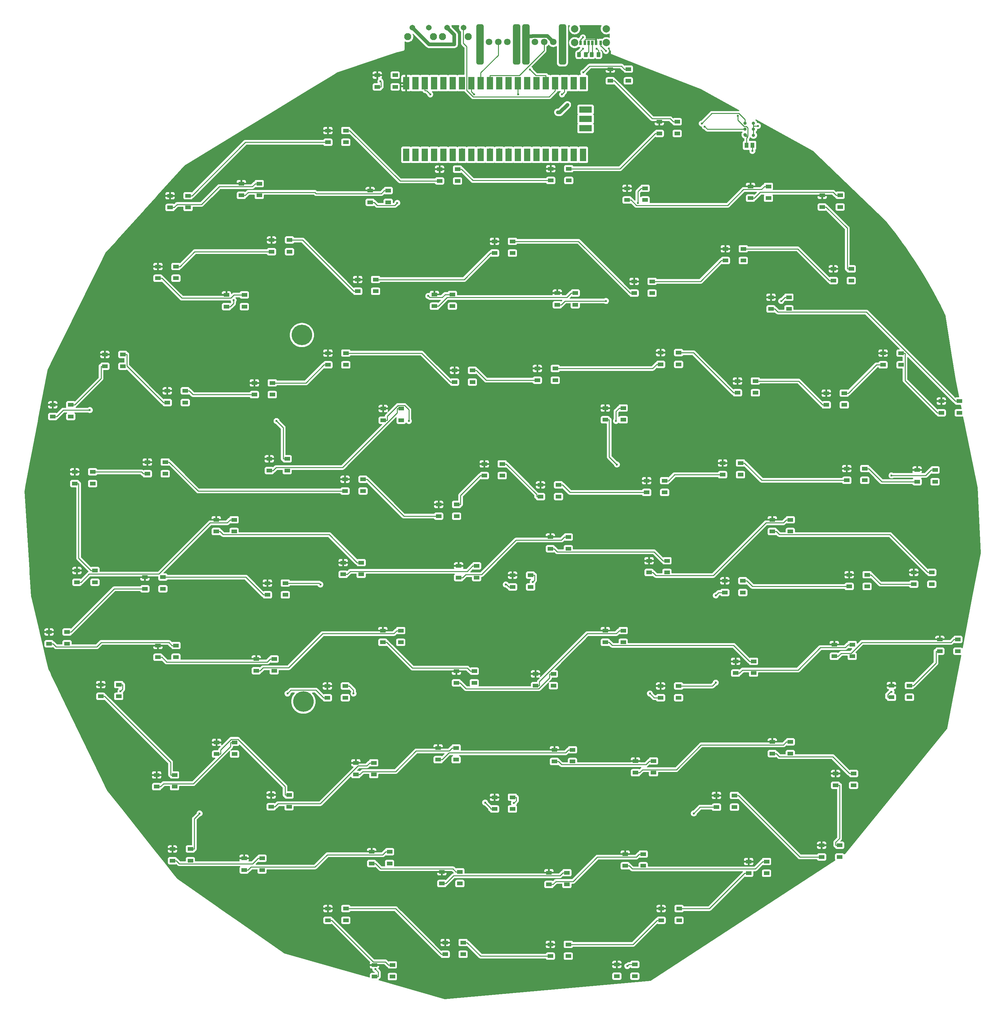
<source format=gtl>
%TF.GenerationSoftware,KiCad,Pcbnew,(6.0.6)*%
%TF.CreationDate,2022-07-13T04:46:15-05:00*%
%TF.ProjectId,CircleBoard,43697263-6c65-4426-9f61-72642e6b6963,rev?*%
%TF.SameCoordinates,Original*%
%TF.FileFunction,Copper,L1,Top*%
%TF.FilePolarity,Positive*%
%FSLAX46Y46*%
G04 Gerber Fmt 4.6, Leading zero omitted, Abs format (unit mm)*
G04 Created by KiCad (PCBNEW (6.0.6)) date 2022-07-13 04:46:15*
%MOMM*%
%LPD*%
G01*
G04 APERTURE LIST*
G04 Aperture macros list*
%AMRoundRect*
0 Rectangle with rounded corners*
0 $1 Rounding radius*
0 $2 $3 $4 $5 $6 $7 $8 $9 X,Y pos of 4 corners*
0 Add a 4 corners polygon primitive as box body*
4,1,4,$2,$3,$4,$5,$6,$7,$8,$9,$2,$3,0*
0 Add four circle primitives for the rounded corners*
1,1,$1+$1,$2,$3*
1,1,$1+$1,$4,$5*
1,1,$1+$1,$6,$7*
1,1,$1+$1,$8,$9*
0 Add four rect primitives between the rounded corners*
20,1,$1+$1,$2,$3,$4,$5,0*
20,1,$1+$1,$4,$5,$6,$7,0*
20,1,$1+$1,$6,$7,$8,$9,0*
20,1,$1+$1,$8,$9,$2,$3,0*%
%AMHorizOval*
0 Thick line with rounded ends*
0 $1 width*
0 $2 $3 position (X,Y) of the first rounded end (center of the circle)*
0 $4 $5 position (X,Y) of the second rounded end (center of the circle)*
0 Add line between two ends*
20,1,$1,$2,$3,$4,$5,0*
0 Add two circle primitives to create the rounded ends*
1,1,$1,$2,$3*
1,1,$1,$4,$5*%
G04 Aperture macros list end*
%TA.AperFunction,ComponentPad*%
%ADD10C,1.800000*%
%TD*%
%TA.AperFunction,ComponentPad*%
%ADD11RoundRect,0.500000X0.500000X5.000000X-0.500000X5.000000X-0.500000X-5.000000X0.500000X-5.000000X0*%
%TD*%
%TA.AperFunction,ComponentPad*%
%ADD12C,1.540000*%
%TD*%
%TA.AperFunction,ComponentPad*%
%ADD13C,1.950000*%
%TD*%
%TA.AperFunction,SMDPad,CuDef*%
%ADD14R,1.500000X1.000000*%
%TD*%
%TA.AperFunction,SMDPad,CuDef*%
%ADD15RoundRect,0.250000X0.262500X0.450000X-0.262500X0.450000X-0.262500X-0.450000X0.262500X-0.450000X0*%
%TD*%
%TA.AperFunction,ComponentPad*%
%ADD16C,5.600000*%
%TD*%
%TA.AperFunction,SMDPad,CuDef*%
%ADD17R,0.700000X1.200000*%
%TD*%
%TA.AperFunction,SMDPad,CuDef*%
%ADD18R,0.760000X1.200000*%
%TD*%
%TA.AperFunction,SMDPad,CuDef*%
%ADD19R,0.800000X1.200000*%
%TD*%
%TA.AperFunction,ComponentPad*%
%ADD20C,2.010000*%
%TD*%
%TA.AperFunction,SMDPad,CuDef*%
%ADD21R,1.700000X3.500000*%
%TD*%
%TA.AperFunction,ComponentPad*%
%ADD22O,1.700000X1.700000*%
%TD*%
%TA.AperFunction,SMDPad,CuDef*%
%ADD23R,3.500000X1.700000*%
%TD*%
%TA.AperFunction,SMDPad,CuDef*%
%ADD24RoundRect,0.250000X-0.262500X-0.450000X0.262500X-0.450000X0.262500X0.450000X-0.262500X0.450000X0*%
%TD*%
%TA.AperFunction,SMDPad,CuDef*%
%ADD25C,0.910000*%
%TD*%
%TA.AperFunction,SMDPad,CuDef*%
%ADD26HorizOval,0.910000X-0.070711X0.070711X0.070711X-0.070711X0*%
%TD*%
%TA.AperFunction,SMDPad,CuDef*%
%ADD27R,1.020000X1.470000*%
%TD*%
%TA.AperFunction,ViaPad*%
%ADD28C,0.800000*%
%TD*%
%TA.AperFunction,ViaPad*%
%ADD29C,0.600000*%
%TD*%
%TA.AperFunction,Conductor*%
%ADD30C,1.000000*%
%TD*%
%TA.AperFunction,Conductor*%
%ADD31C,0.250000*%
%TD*%
G04 APERTURE END LIST*
D10*
X141110000Y4960000D03*
X138610000Y4960000D03*
X136110000Y4960000D03*
D11*
X143610000Y4260000D03*
X133610000Y4260000D03*
D10*
X128570000Y4940000D03*
X126070000Y4940000D03*
X123570000Y4940000D03*
D11*
X131070000Y4240000D03*
X121070000Y4240000D03*
D12*
X107150000Y8870000D03*
X102650000Y8870000D03*
D13*
X108405000Y6380000D03*
X101395000Y6380000D03*
D12*
X116630000Y8850000D03*
X112130000Y8850000D03*
D13*
X117885000Y6360000D03*
X110875000Y6360000D03*
D14*
X114644000Y-166675000D03*
X114644000Y-169875000D03*
X119544000Y-169875000D03*
X119544000Y-166675000D03*
X246978000Y-93015000D03*
X246978000Y-96215000D03*
X251878000Y-96215000D03*
X251878000Y-93015000D03*
X63590000Y-108763000D03*
X63590000Y-111963000D03*
X68490000Y-111963000D03*
X68490000Y-108763000D03*
X49239000Y-186106000D03*
X49239000Y-189306000D03*
X54139000Y-189306000D03*
X54139000Y-186106000D03*
X233389000Y-170612000D03*
X233389000Y-173812000D03*
X238289000Y-173812000D03*
X238289000Y-170612000D03*
X214466000Y-36881000D03*
X214466000Y-40081000D03*
X219366000Y-40081000D03*
X219366000Y-36881000D03*
X155284000Y-94920000D03*
X155284000Y-98120000D03*
X160184000Y-98120000D03*
X160184000Y-94920000D03*
X114136000Y-84633000D03*
X114136000Y-87833000D03*
X119036000Y-87833000D03*
X119036000Y-84633000D03*
X64098000Y-200457000D03*
X64098000Y-203657000D03*
X68998000Y-203657000D03*
X68998000Y-200457000D03*
X49112000Y-125400000D03*
X49112000Y-128600000D03*
X54012000Y-128600000D03*
X54012000Y-125400000D03*
X240374000Y-111811000D03*
X240374000Y-115011000D03*
X245274000Y-115011000D03*
X245274000Y-111811000D03*
X163539000Y-191186000D03*
X163539000Y-194386000D03*
X168439000Y-194386000D03*
X168439000Y-191186000D03*
X170397000Y-79807000D03*
X170397000Y-83007000D03*
X175297000Y-83007000D03*
X175297000Y-79807000D03*
X214339000Y-214173000D03*
X214339000Y-217373000D03*
X219239000Y-217373000D03*
X219239000Y-214173000D03*
X137631000Y-115875000D03*
X137631000Y-119075000D03*
X142531000Y-119075000D03*
X142531000Y-115875000D03*
X110072000Y-29769000D03*
X110072000Y-32969000D03*
X114972000Y-32969000D03*
X114972000Y-29769000D03*
X79592000Y-79934000D03*
X79592000Y-83134000D03*
X84492000Y-83134000D03*
X84492000Y-79934000D03*
X194400000Y-218618000D03*
X194400000Y-221818000D03*
X199300000Y-221818000D03*
X199300000Y-218618000D03*
X161253000Y-34976000D03*
X161253000Y-38176000D03*
X166153000Y-38176000D03*
X166153000Y-34976000D03*
X30316000Y-109652000D03*
X30316000Y-112852000D03*
X35216000Y-112852000D03*
X35216000Y-109652000D03*
X200877000Y-185979000D03*
X200877000Y-189179000D03*
X205777000Y-189179000D03*
X205777000Y-185979000D03*
X83783000Y-137084000D03*
X83783000Y-140284000D03*
X88683000Y-140284000D03*
X88683000Y-137084000D03*
X17616000Y-170358000D03*
X17616000Y-173558000D03*
X22516000Y-173558000D03*
X22516000Y-170358000D03*
X51906000Y-64059000D03*
X51906000Y-67259000D03*
X56806000Y-67259000D03*
X56806000Y-64059000D03*
X60034000Y-163373000D03*
X60034000Y-166573000D03*
X64934000Y-166573000D03*
X64934000Y-163373000D03*
X122264000Y-110160000D03*
X122264000Y-113360000D03*
X127164000Y-113360000D03*
X127164000Y-110160000D03*
X170016000Y-16815000D03*
X170016000Y-20015000D03*
X174916000Y-20015000D03*
X174916000Y-16815000D03*
X188050000Y-51486000D03*
X188050000Y-54686000D03*
X192950000Y-54686000D03*
X192950000Y-51486000D03*
D15*
X153412500Y1470000D03*
X151587500Y1470000D03*
D14*
X56732000Y-217729000D03*
X56732000Y-220929000D03*
X61632000Y-220929000D03*
X61632000Y-217729000D03*
X94705000Y-95047000D03*
X94705000Y-98247000D03*
X99605000Y-98247000D03*
X99605000Y-95047000D03*
X246597000Y-158039000D03*
X246597000Y-161239000D03*
X251497000Y-161239000D03*
X251497000Y-158039000D03*
X217514000Y-56947000D03*
X217514000Y-60147000D03*
X222414000Y-60147000D03*
X222414000Y-56947000D03*
X218149000Y-194615000D03*
X218149000Y-197815000D03*
X223049000Y-197815000D03*
X223049000Y-194615000D03*
X11139000Y-139243000D03*
X11139000Y-142443000D03*
X16039000Y-142443000D03*
X16039000Y-139243000D03*
X35777000Y-90221000D03*
X35777000Y-93421000D03*
X40677000Y-93421000D03*
X40677000Y-90221000D03*
X140425000Y-29642000D03*
X140425000Y-32842000D03*
X145325000Y-32842000D03*
X145325000Y-29642000D03*
X163158000Y-60376000D03*
X163158000Y-63576000D03*
X168058000Y-63576000D03*
X168058000Y-60376000D03*
X59526000Y-88062000D03*
X59526000Y-91262000D03*
X64426000Y-91262000D03*
X64426000Y-88062000D03*
X200877000Y-125400000D03*
X200877000Y-128600000D03*
X205777000Y-128600000D03*
X205777000Y-125400000D03*
X215609000Y-90856000D03*
X215609000Y-94056000D03*
X220509000Y-94056000D03*
X220509000Y-90856000D03*
X92292000Y-246812000D03*
X92292000Y-250012000D03*
X97192000Y-250012000D03*
X97192000Y-246812000D03*
D16*
X72920000Y-175000000D03*
D14*
X79592000Y-19228000D03*
X79592000Y-22428000D03*
X84492000Y-22428000D03*
X84492000Y-19228000D03*
X93054000Y-4115000D03*
X93054000Y-7315000D03*
X97954000Y-7315000D03*
X97954000Y-4115000D03*
X36539000Y-37008000D03*
X36539000Y-40208000D03*
X41439000Y-40208000D03*
X41439000Y-37008000D03*
X194908000Y-34468000D03*
X194908000Y-37668000D03*
X199808000Y-37668000D03*
X199808000Y-34468000D03*
X170524000Y-231445000D03*
X170524000Y-234645000D03*
X175424000Y-234645000D03*
X175424000Y-231445000D03*
X140298000Y-241224000D03*
X140298000Y-244424000D03*
X145198000Y-244424000D03*
X145198000Y-241224000D03*
X109818000Y-121209000D03*
X109818000Y-124409000D03*
X114718000Y-124409000D03*
X114718000Y-121209000D03*
X4535000Y-94031000D03*
X4535000Y-97231000D03*
X9435000Y-97231000D03*
X9435000Y-94031000D03*
X130011000Y-140513000D03*
X130011000Y-143713000D03*
X134911000Y-143713000D03*
X134911000Y-140513000D03*
X84291000Y-114351000D03*
X84291000Y-117551000D03*
X89191000Y-117551000D03*
X89191000Y-114351000D03*
X79592000Y-231445000D03*
X79592000Y-234645000D03*
X84492000Y-234645000D03*
X84492000Y-231445000D03*
X87212000Y-191694000D03*
X87212000Y-194894000D03*
X92112000Y-194894000D03*
X92112000Y-191694000D03*
X231103000Y-79934000D03*
X231103000Y-83134000D03*
X236003000Y-83134000D03*
X236003000Y-79934000D03*
X140298000Y-130099000D03*
X140298000Y-133299000D03*
X145198000Y-133299000D03*
X145198000Y-130099000D03*
X217768000Y-159436000D03*
X217768000Y-162636000D03*
X222668000Y-162636000D03*
X222668000Y-159436000D03*
X18759000Y-80315000D03*
X18759000Y-83515000D03*
X23659000Y-83515000D03*
X23659000Y-80315000D03*
X136742000Y-84125000D03*
X136742000Y-87325000D03*
X141642000Y-87325000D03*
X141642000Y-84125000D03*
D17*
X151760000Y4662500D03*
D18*
X149740000Y4662500D03*
D19*
X148510000Y4662500D03*
D17*
X150760000Y4662500D03*
D18*
X152780000Y4662500D03*
D19*
X154010000Y4662500D03*
D20*
X155580000Y4742500D03*
X155580000Y8542500D03*
X146940000Y8542500D03*
X146940000Y4742500D03*
D14*
X187923000Y-142037000D03*
X187923000Y-145237000D03*
X192823000Y-145237000D03*
X192823000Y-142037000D03*
X141441000Y-188138000D03*
X141441000Y-191338000D03*
X146341000Y-191338000D03*
X146341000Y-188138000D03*
X166587000Y-114732000D03*
X166587000Y-117932000D03*
X171487000Y-117932000D03*
X171487000Y-114732000D03*
X110707000Y-221412000D03*
X110707000Y-224612000D03*
X115607000Y-224612000D03*
X115607000Y-221412000D03*
X33237000Y-56312000D03*
X33237000Y-59512000D03*
X38137000Y-59512000D03*
X38137000Y-56312000D03*
X125058000Y-49454000D03*
X125058000Y-52654000D03*
X129958000Y-52654000D03*
X129958000Y-49454000D03*
X109691000Y-187630000D03*
X109691000Y-190830000D03*
X114591000Y-190830000D03*
X114591000Y-187630000D03*
X136234000Y-167437000D03*
X136234000Y-170637000D03*
X141134000Y-170637000D03*
X141134000Y-167437000D03*
X37174000Y-215189000D03*
X37174000Y-218389000D03*
X42074000Y-218389000D03*
X42074000Y-215189000D03*
X167222000Y-136576000D03*
X167222000Y-139776000D03*
X172122000Y-139776000D03*
X172122000Y-136576000D03*
X115279000Y-137973000D03*
X115279000Y-141173000D03*
X120179000Y-141173000D03*
X120179000Y-137973000D03*
D21*
X100990000Y-25850000D03*
X103530000Y-25850000D03*
X106070000Y-25850000D03*
X108610000Y-25850000D03*
X111150000Y-25850000D03*
X113690000Y-25850000D03*
D22*
X116230000Y-24950000D03*
D21*
X116230000Y-25850000D03*
X118770000Y-25850000D03*
X121310000Y-25850000D03*
D22*
X121310000Y-24950000D03*
D21*
X123850000Y-25850000D03*
D22*
X123850000Y-24950000D03*
D21*
X126390000Y-25850000D03*
D22*
X126390000Y-24950000D03*
D21*
X128930000Y-25850000D03*
D22*
X128930000Y-24950000D03*
D21*
X131470000Y-25850000D03*
X134010000Y-25850000D03*
X136550000Y-25850000D03*
X139090000Y-25850000D03*
X141630000Y-25850000D03*
X144170000Y-25850000D03*
X146710000Y-25850000D03*
X149250000Y-25850000D03*
X149250000Y-6270000D03*
X146710000Y-6270000D03*
X144170000Y-6270000D03*
X141630000Y-6270000D03*
X139090000Y-6270000D03*
D22*
X136550000Y-7210000D03*
D21*
X136550000Y-6270000D03*
X134010000Y-6270000D03*
D22*
X134010000Y-7170000D03*
D21*
X131470000Y-6270000D03*
X128930000Y-6270000D03*
X126390000Y-6270000D03*
D22*
X123850000Y-7170000D03*
D21*
X123850000Y-6270000D03*
X121310000Y-6270000D03*
D22*
X121310000Y-7170000D03*
D21*
X118770000Y-6270000D03*
X116230000Y-6270000D03*
X113690000Y-6270000D03*
D22*
X111150000Y-7170000D03*
D21*
X111150000Y-6270000D03*
X108610000Y-6270000D03*
X106070000Y-6270000D03*
X103530000Y-6270000D03*
D22*
X100990000Y-7170000D03*
D21*
X100990000Y-6270000D03*
D23*
X149920000Y-18600000D03*
X149920000Y-16060000D03*
X149920000Y-13520000D03*
D14*
X108675000Y-63932000D03*
X108675000Y-67132000D03*
X113575000Y-67132000D03*
X113575000Y-63932000D03*
X63082000Y-142672000D03*
X63082000Y-145872000D03*
X67982000Y-145872000D03*
X67982000Y-142672000D03*
X187288000Y-109906000D03*
X187288000Y-113106000D03*
X192188000Y-113106000D03*
X192188000Y-109906000D03*
X155284000Y-155626000D03*
X155284000Y-158826000D03*
X160184000Y-158826000D03*
X160184000Y-155626000D03*
X79465000Y-170739000D03*
X79465000Y-173939000D03*
X84365000Y-173939000D03*
X84365000Y-170739000D03*
X200496000Y-64694000D03*
X200496000Y-67894000D03*
X205396000Y-67894000D03*
X205396000Y-64694000D03*
X190844000Y-164008000D03*
X190844000Y-167208000D03*
X195744000Y-167208000D03*
X195744000Y-164008000D03*
X55970000Y-33706000D03*
X55970000Y-36906000D03*
X60870000Y-36906000D03*
X60870000Y-33706000D03*
X170397000Y-170739000D03*
X170397000Y-173939000D03*
X175297000Y-173939000D03*
X175297000Y-170739000D03*
X221832000Y-140386000D03*
X221832000Y-143586000D03*
X226732000Y-143586000D03*
X226732000Y-140386000D03*
X91530000Y-215951000D03*
X91530000Y-219151000D03*
X96430000Y-219151000D03*
X96430000Y-215951000D03*
X94578000Y-155626000D03*
X94578000Y-158826000D03*
X99478000Y-158826000D03*
X99478000Y-155626000D03*
X3519000Y-156007000D03*
X3519000Y-159207000D03*
X8419000Y-159207000D03*
X8419000Y-156007000D03*
X10504000Y-112319000D03*
X10504000Y-115519000D03*
X15404000Y-115519000D03*
X15404000Y-112319000D03*
X111596000Y-240716000D03*
X111596000Y-243916000D03*
X116496000Y-243916000D03*
X116496000Y-240716000D03*
X125058000Y-201092000D03*
X125058000Y-204292000D03*
X129958000Y-204292000D03*
X129958000Y-201092000D03*
X29681000Y-141021000D03*
X29681000Y-144221000D03*
X34581000Y-144221000D03*
X34581000Y-141021000D03*
X185637000Y-200584000D03*
X185637000Y-203784000D03*
X190537000Y-203784000D03*
X190537000Y-200584000D03*
X32856000Y-194996000D03*
X32856000Y-198196000D03*
X37756000Y-198196000D03*
X37756000Y-194996000D03*
X158459000Y-246685000D03*
X158459000Y-249885000D03*
X163359000Y-249885000D03*
X163359000Y-246685000D03*
X142203000Y-63551000D03*
X142203000Y-66751000D03*
X147103000Y-66751000D03*
X147103000Y-63551000D03*
X191352000Y-87554000D03*
X191352000Y-90754000D03*
X196252000Y-90754000D03*
X196252000Y-87554000D03*
D16*
X72500000Y-75000000D03*
D14*
X221197000Y-111430000D03*
X221197000Y-114630000D03*
X226097000Y-114630000D03*
X226097000Y-111430000D03*
D24*
X148147500Y1470000D03*
X149972500Y1470000D03*
D14*
X64225000Y-49073000D03*
X64225000Y-52273000D03*
X69125000Y-52273000D03*
X69125000Y-49073000D03*
D25*
X195730000Y-20510000D03*
X195730000Y-18860000D03*
X195730000Y-17210000D03*
X193390000Y-17210000D03*
X193390000Y-18860000D03*
D26*
X193490000Y-20410000D03*
D14*
X139917000Y-221666000D03*
X139917000Y-224866000D03*
X144817000Y-224866000D03*
X144817000Y-221666000D03*
X91149000Y-35611000D03*
X91149000Y-38811000D03*
X96049000Y-38811000D03*
X96049000Y-35611000D03*
X160745000Y-216586000D03*
X160745000Y-219786000D03*
X165645000Y-219786000D03*
X165645000Y-216586000D03*
X239485000Y-139751000D03*
X239485000Y-142951000D03*
X244385000Y-142951000D03*
X244385000Y-139751000D03*
X33237000Y-159690000D03*
X33237000Y-162890000D03*
X38137000Y-162890000D03*
X38137000Y-159690000D03*
X87720000Y-59868000D03*
X87720000Y-63068000D03*
X92620000Y-63068000D03*
X92620000Y-59868000D03*
X156681000Y-2464000D03*
X156681000Y-5664000D03*
X161581000Y-5664000D03*
X161581000Y-2464000D03*
D27*
X193860000Y-23260000D03*
X195460000Y-23260000D03*
D28*
X144940000Y-12210000D03*
X142350000Y-14250000D03*
D29*
X161289300Y-247134400D03*
X92543900Y-247966700D03*
X122510900Y-202525900D03*
X44596700Y-205499800D03*
X179448200Y-205499800D03*
X130370200Y-202692000D03*
X68570300Y-172786900D03*
X23016000Y-172179000D03*
X167461400Y-172786900D03*
X86581900Y-172786900D03*
X185441600Y-169813000D03*
X233388800Y-172306000D03*
X77560400Y-143047900D03*
X128133500Y-143047900D03*
X185441600Y-146021800D03*
X135490700Y-142387000D03*
X233388800Y-113308900D03*
X158471300Y-110335000D03*
X101693700Y-98439400D03*
X158203500Y-98439400D03*
X14629700Y-95465500D03*
X65573600Y-98439400D03*
X155474600Y-65726500D03*
X203284700Y-65726500D03*
X106977000Y-64335800D03*
X53870600Y-65499300D03*
X98537300Y-38961400D03*
X164184700Y-38961400D03*
X149291100Y-3376600D03*
X93923100Y-5788300D03*
X181611700Y-17316300D03*
X182444900Y-18144100D03*
X134739600Y-2563400D03*
X191435000Y-15170200D03*
X92062000Y-194894000D03*
X15989000Y-142443000D03*
X97904000Y-7315000D03*
X15354000Y-115519000D03*
X222999000Y-197815000D03*
X113525000Y-67132000D03*
X88633000Y-140284000D03*
X84442000Y-83134000D03*
X238239000Y-173812000D03*
X56756000Y-67259000D03*
X192773000Y-145237000D03*
X42024000Y-218389000D03*
X226682000Y-143586000D03*
X68948000Y-203657000D03*
X23609000Y-83515000D03*
X141084000Y-170637000D03*
X190487000Y-203784000D03*
X40627000Y-93421000D03*
X199250000Y-221818000D03*
X84442000Y-22428000D03*
X165595000Y-219786000D03*
X144767000Y-224866000D03*
X171437000Y-117932000D03*
X68440000Y-111963000D03*
X141592000Y-87325000D03*
X245224000Y-115011000D03*
X235953000Y-83134000D03*
X35166000Y-112852000D03*
X84315000Y-173939000D03*
X95999000Y-38811000D03*
X41389000Y-40208000D03*
X64376000Y-91262000D03*
X118986000Y-87833000D03*
X22466000Y-173558000D03*
X114922000Y-32969000D03*
X160134000Y-158826000D03*
X175247000Y-83007000D03*
X69075000Y-52273000D03*
X205346000Y-67894000D03*
X127114000Y-113360000D03*
X116446000Y-243916000D03*
X60820000Y-36906000D03*
X34531000Y-144221000D03*
X222364000Y-60147000D03*
X114541000Y-190830000D03*
X9385000Y-97231000D03*
X199758000Y-37668000D03*
X142481000Y-119075000D03*
X244335000Y-142951000D03*
X251447000Y-161239000D03*
X174866000Y-20015000D03*
X54089000Y-189306000D03*
X222618000Y-162636000D03*
X120129000Y-141173000D03*
X96380000Y-219151000D03*
X99555000Y-98247000D03*
X129908000Y-204292000D03*
X172072000Y-139776000D03*
X64884000Y-166573000D03*
X145275000Y-32842000D03*
X220459000Y-94056000D03*
X145148000Y-133299000D03*
X175374000Y-234645000D03*
X99428000Y-158826000D03*
X119494000Y-169875000D03*
X129908000Y-52654000D03*
X163309000Y-249885000D03*
X219316000Y-40081000D03*
X195694000Y-167208000D03*
X226047000Y-114630000D03*
X168389000Y-194386000D03*
X205727000Y-189179000D03*
X219189000Y-217373000D03*
X196202000Y-90754000D03*
X38087000Y-162890000D03*
X251828000Y-96215000D03*
X61582000Y-220929000D03*
X146291000Y-191338000D03*
X53962000Y-128600000D03*
X38087000Y-59512000D03*
X134861000Y-143713000D03*
X192138000Y-113106000D03*
X168008000Y-63576000D03*
X97142000Y-250012000D03*
X147053000Y-66751000D03*
X192900000Y-54686000D03*
X160134000Y-98120000D03*
X115557000Y-224612000D03*
X8369000Y-159207000D03*
X67932000Y-145872000D03*
X114668000Y-124409000D03*
X205727000Y-128600000D03*
X161531000Y-5664000D03*
X92570000Y-63068000D03*
X175247000Y-173939000D03*
X84442000Y-234645000D03*
X37706000Y-198196000D03*
X89141000Y-117551000D03*
X145148000Y-244424000D03*
X166103000Y-38176000D03*
X195440000Y-24786900D03*
X196950000Y-17953400D03*
X149196400Y3116800D03*
X107527400Y-9364700D03*
X119514200Y-9364700D03*
X131501000Y-9364700D03*
X143487800Y-9364700D03*
X155474600Y2461900D03*
X149196400Y6198300D03*
X152965000Y3116800D03*
D30*
X107240000Y4280000D02*
X114060000Y4280000D01*
X114060000Y6920000D02*
X112130000Y8850000D01*
X102650000Y8870000D02*
X107240000Y4280000D01*
X114060000Y4280000D02*
X114060000Y6920000D01*
D31*
X149815000Y5587500D02*
X152435000Y5587500D01*
X149740000Y5512500D02*
X149815000Y5587500D01*
X152435000Y5587500D02*
X152780000Y5242500D01*
X149740000Y4662500D02*
X149740000Y5512500D01*
X152780000Y5242500D02*
X152780000Y4662500D01*
D30*
X142900000Y-14250000D02*
X144940000Y-12210000D01*
X142350000Y-14250000D02*
X142900000Y-14250000D01*
X135350000Y6460000D02*
X134129998Y6460000D01*
X133610000Y5940002D02*
X133610000Y4260000D01*
X135450000Y6560000D02*
X135350000Y6460000D01*
X139510000Y6560000D02*
X135450000Y6560000D01*
X141110000Y4960000D02*
X139510000Y6560000D01*
X134129998Y6460000D02*
X133610000Y5940002D01*
D31*
X196950000Y-17953400D02*
X195730000Y-17953400D01*
X161738700Y-246685000D02*
X161289300Y-247134400D01*
X163359000Y-246685000D02*
X161738700Y-246685000D01*
X93367300Y-248790100D02*
X93367300Y-250012000D01*
X92543900Y-247966700D02*
X93367300Y-248790100D01*
X92292000Y-250012000D02*
X93367300Y-250012000D01*
X173015400Y-15989700D02*
X173840700Y-16815000D01*
X168082000Y-15989700D02*
X173015400Y-15989700D01*
X157756300Y-5664000D02*
X168082000Y-15989700D01*
X156681000Y-5664000D02*
X157756300Y-5664000D01*
X174916000Y-16815000D02*
X173840700Y-16815000D01*
X95291400Y-245986700D02*
X96116700Y-246812000D01*
X92009000Y-245986700D02*
X95291400Y-245986700D01*
X80667300Y-234645000D02*
X92009000Y-245986700D01*
X79592000Y-234645000D02*
X80667300Y-234645000D01*
X97192000Y-246812000D02*
X96116700Y-246812000D01*
X98049700Y-231445000D02*
X84492000Y-231445000D01*
X110520700Y-243916000D02*
X98049700Y-231445000D01*
X111596000Y-243916000D02*
X110520700Y-243916000D01*
X121279300Y-244424000D02*
X140298000Y-244424000D01*
X117571300Y-240716000D02*
X121279300Y-244424000D01*
X116496000Y-240716000D02*
X117571300Y-240716000D01*
X162869700Y-241224000D02*
X169448700Y-234645000D01*
X145198000Y-241224000D02*
X162869700Y-241224000D01*
X170524000Y-234645000D02*
X169448700Y-234645000D01*
X183697700Y-231445000D02*
X193324700Y-221818000D01*
X175424000Y-231445000D02*
X183697700Y-231445000D01*
X194400000Y-221818000D02*
X193324700Y-221818000D01*
X196231400Y-220611300D02*
X198224700Y-218618000D01*
X162645600Y-220611300D02*
X196231400Y-220611300D01*
X161820300Y-219786000D02*
X162645600Y-220611300D01*
X160745000Y-219786000D02*
X161820300Y-219786000D01*
X199300000Y-218618000D02*
X198224700Y-218618000D01*
X141817600Y-224040700D02*
X140992300Y-224866000D01*
X146499100Y-224040700D02*
X141817600Y-224040700D01*
X153128500Y-217411300D02*
X146499100Y-224040700D01*
X163744400Y-217411300D02*
X153128500Y-217411300D01*
X164569700Y-216586000D02*
X163744400Y-217411300D01*
X165645000Y-216586000D02*
X164569700Y-216586000D01*
X139917000Y-224866000D02*
X140992300Y-224866000D01*
X113903000Y-222491300D02*
X111782300Y-224612000D01*
X142916400Y-222491300D02*
X113903000Y-222491300D01*
X143741700Y-221666000D02*
X142916400Y-222491300D01*
X144817000Y-221666000D02*
X143741700Y-221666000D01*
X110707000Y-224612000D02*
X111782300Y-224612000D01*
X113706400Y-220586700D02*
X114531700Y-221412000D01*
X94041000Y-220586700D02*
X113706400Y-220586700D01*
X92605300Y-219151000D02*
X94041000Y-220586700D01*
X91530000Y-219151000D02*
X92605300Y-219151000D01*
X115607000Y-221412000D02*
X114531700Y-221412000D01*
X58632600Y-220103700D02*
X57807300Y-220929000D01*
X76098900Y-220103700D02*
X58632600Y-220103700D01*
X79426300Y-216776300D02*
X76098900Y-220103700D01*
X94529400Y-216776300D02*
X79426300Y-216776300D01*
X95354700Y-215951000D02*
X94529400Y-216776300D01*
X96430000Y-215951000D02*
X95354700Y-215951000D01*
X56732000Y-220929000D02*
X57807300Y-220929000D01*
X59071400Y-219214300D02*
X60556700Y-217729000D01*
X39074600Y-219214300D02*
X59071400Y-219214300D01*
X38249300Y-218389000D02*
X39074600Y-219214300D01*
X37174000Y-218389000D02*
X38249300Y-218389000D01*
X61632000Y-217729000D02*
X60556700Y-217729000D01*
X123982700Y-203997700D02*
X122510900Y-202525900D01*
X123982700Y-204292000D02*
X123982700Y-203997700D01*
X43149300Y-206947200D02*
X43149300Y-215189000D01*
X44596700Y-205499800D02*
X43149300Y-206947200D01*
X42074000Y-215189000D02*
X43149300Y-215189000D01*
X125058000Y-204292000D02*
X123982700Y-204292000D01*
X181164000Y-203784000D02*
X179448200Y-205499800D01*
X185637000Y-203784000D02*
X181164000Y-203784000D01*
X131033300Y-202028900D02*
X131033300Y-201092000D01*
X130370200Y-202692000D02*
X131033300Y-202028900D01*
X129958000Y-201092000D02*
X131033300Y-201092000D01*
X208401300Y-217373000D02*
X214339000Y-217373000D01*
X191612300Y-200584000D02*
X208401300Y-217373000D01*
X190537000Y-200584000D02*
X191612300Y-200584000D01*
X218163700Y-213347700D02*
X218163700Y-214173000D01*
X219224300Y-212287100D02*
X218163700Y-213347700D01*
X219224300Y-197815000D02*
X219224300Y-212287100D01*
X218149000Y-197815000D02*
X219224300Y-197815000D01*
X219239000Y-214173000D02*
X218163700Y-214173000D01*
X202777600Y-190004300D02*
X201952300Y-189179000D01*
X217363000Y-190004300D02*
X202777600Y-190004300D01*
X221973700Y-194615000D02*
X217363000Y-190004300D01*
X223049000Y-194615000D02*
X221973700Y-194615000D01*
X200877000Y-189179000D02*
X201952300Y-189179000D01*
X165439600Y-193560700D02*
X164614300Y-194386000D01*
X174658800Y-193560700D02*
X165439600Y-193560700D01*
X181415200Y-186804300D02*
X174658800Y-193560700D01*
X203876400Y-186804300D02*
X181415200Y-186804300D01*
X204701700Y-185979000D02*
X203876400Y-186804300D01*
X205777000Y-185979000D02*
X204701700Y-185979000D01*
X163539000Y-194386000D02*
X164614300Y-194386000D01*
X166386400Y-192163300D02*
X167363700Y-191186000D01*
X143341600Y-192163300D02*
X166386400Y-192163300D01*
X142516300Y-191338000D02*
X143341600Y-192163300D01*
X141441000Y-191338000D02*
X142516300Y-191338000D01*
X168439000Y-191186000D02*
X167363700Y-191186000D01*
X144440400Y-188963300D02*
X145265700Y-188138000D01*
X112633000Y-188963300D02*
X144440400Y-188963300D01*
X110766300Y-190830000D02*
X112633000Y-188963300D01*
X109691000Y-190830000D02*
X110766300Y-190830000D01*
X146341000Y-188138000D02*
X145265700Y-188138000D01*
X89112600Y-194068700D02*
X88287300Y-194894000D01*
X98071500Y-194068700D02*
X89112600Y-194068700D01*
X103684900Y-188455300D02*
X98071500Y-194068700D01*
X112690400Y-188455300D02*
X103684900Y-188455300D01*
X113515700Y-187630000D02*
X112690400Y-188455300D01*
X114591000Y-187630000D02*
X113515700Y-187630000D01*
X87212000Y-194894000D02*
X88287300Y-194894000D01*
X65998600Y-202831700D02*
X65173300Y-203657000D01*
X77535100Y-202831700D02*
X65998600Y-202831700D01*
X87847500Y-192519300D02*
X77535100Y-202831700D01*
X90211400Y-192519300D02*
X87847500Y-192519300D01*
X91036700Y-191694000D02*
X90211400Y-192519300D01*
X92112000Y-191694000D02*
X91036700Y-191694000D01*
X64098000Y-203657000D02*
X65173300Y-203657000D01*
X50314300Y-188155900D02*
X50314300Y-189306000D01*
X53189600Y-185280600D02*
X50314300Y-188155900D01*
X55025600Y-185280600D02*
X53189600Y-185280600D01*
X67922700Y-198177700D02*
X55025600Y-185280600D01*
X67922700Y-200457000D02*
X67922700Y-198177700D01*
X68998000Y-200457000D02*
X67922700Y-200457000D01*
X49239000Y-189306000D02*
X50314300Y-189306000D01*
X53063700Y-187218500D02*
X53063700Y-186106000D01*
X42911500Y-197370700D02*
X53063700Y-187218500D01*
X34756600Y-197370700D02*
X42911500Y-197370700D01*
X33931300Y-198196000D02*
X34756600Y-197370700D01*
X32856000Y-198196000D02*
X33931300Y-198196000D01*
X54139000Y-186106000D02*
X53063700Y-186106000D01*
X36680700Y-191547400D02*
X18691300Y-173558000D01*
X36680700Y-194996000D02*
X36680700Y-191547400D01*
X37756000Y-194996000D02*
X36680700Y-194996000D01*
X17616000Y-173558000D02*
X18691300Y-173558000D01*
X69482600Y-171874600D02*
X68570300Y-172786900D01*
X76325300Y-171874600D02*
X69482600Y-171874600D01*
X78389700Y-173939000D02*
X76325300Y-171874600D01*
X23591300Y-171603700D02*
X23591300Y-170358000D01*
X23016000Y-172179000D02*
X23591300Y-171603700D01*
X22516000Y-170358000D02*
X23591300Y-170358000D01*
X79465000Y-173939000D02*
X78389700Y-173939000D01*
X168613500Y-173939000D02*
X167461400Y-172786900D01*
X170397000Y-173939000D02*
X168613500Y-173939000D01*
X86581900Y-171880600D02*
X85440300Y-170739000D01*
X86581900Y-172786900D02*
X86581900Y-171880600D01*
X84365000Y-170739000D02*
X85440300Y-170739000D01*
X184515600Y-170739000D02*
X185441600Y-169813000D01*
X175297000Y-170739000D02*
X184515600Y-170739000D01*
X232313700Y-173112500D02*
X232313700Y-173812000D01*
X233120200Y-172306000D02*
X232313700Y-173112500D01*
X233388800Y-172306000D02*
X233120200Y-172306000D01*
X233389000Y-173812000D02*
X232313700Y-173812000D01*
X245521700Y-164454600D02*
X239364300Y-170612000D01*
X245521700Y-161239000D02*
X245521700Y-164454600D01*
X246597000Y-161239000D02*
X245521700Y-161239000D01*
X238289000Y-170612000D02*
X239364300Y-170612000D01*
X249596400Y-158864300D02*
X250421700Y-158039000D01*
X225292700Y-158864300D02*
X249596400Y-158864300D01*
X222346300Y-161810700D02*
X225292700Y-158864300D01*
X219668600Y-161810700D02*
X222346300Y-161810700D01*
X218843300Y-162636000D02*
X219668600Y-161810700D01*
X217768000Y-162636000D02*
X218843300Y-162636000D01*
X251497000Y-158039000D02*
X250421700Y-158039000D01*
X220767400Y-160261300D02*
X221592700Y-159436000D01*
X213977800Y-160261300D02*
X220767400Y-160261300D01*
X207856400Y-166382700D02*
X213977800Y-160261300D01*
X192744600Y-166382700D02*
X207856400Y-166382700D01*
X191919300Y-167208000D02*
X192744600Y-166382700D01*
X190844000Y-167208000D02*
X191919300Y-167208000D01*
X222668000Y-159436000D02*
X221592700Y-159436000D01*
X157184600Y-159651300D02*
X156359300Y-158826000D01*
X190312000Y-159651300D02*
X157184600Y-159651300D01*
X194668700Y-164008000D02*
X190312000Y-159651300D01*
X195744000Y-164008000D02*
X194668700Y-164008000D01*
X155284000Y-158826000D02*
X156359300Y-158826000D01*
X137309300Y-169524400D02*
X137309300Y-170637000D01*
X150382400Y-156451300D02*
X137309300Y-169524400D01*
X158283400Y-156451300D02*
X150382400Y-156451300D01*
X159108700Y-155626000D02*
X158283400Y-156451300D01*
X160184000Y-155626000D02*
X159108700Y-155626000D01*
X136234000Y-170637000D02*
X137309300Y-170637000D01*
X117327500Y-171483200D02*
X115719300Y-169875000D01*
X137114500Y-171483200D02*
X117327500Y-171483200D01*
X140058700Y-168539000D02*
X137114500Y-171483200D01*
X140058700Y-167437000D02*
X140058700Y-168539000D01*
X141134000Y-167437000D02*
X140058700Y-167437000D01*
X114644000Y-169875000D02*
X115719300Y-169875000D01*
X117643400Y-165849700D02*
X118468700Y-166675000D01*
X102677000Y-165849700D02*
X117643400Y-165849700D01*
X95653300Y-158826000D02*
X102677000Y-165849700D01*
X94578000Y-158826000D02*
X95653300Y-158826000D01*
X119544000Y-166675000D02*
X118468700Y-166675000D01*
X61934600Y-165747700D02*
X61109300Y-166573000D01*
X68880100Y-165747700D02*
X61934600Y-165747700D01*
X78176500Y-156451300D02*
X68880100Y-165747700D01*
X97577400Y-156451300D02*
X78176500Y-156451300D01*
X98402700Y-155626000D02*
X97577400Y-156451300D01*
X99478000Y-155626000D02*
X98402700Y-155626000D01*
X60034000Y-166573000D02*
X61109300Y-166573000D01*
X63033400Y-164198300D02*
X63858700Y-163373000D01*
X35620600Y-164198300D02*
X63033400Y-164198300D01*
X34312300Y-162890000D02*
X35620600Y-164198300D01*
X33237000Y-162890000D02*
X34312300Y-162890000D01*
X64934000Y-163373000D02*
X63858700Y-163373000D01*
X5419600Y-160032300D02*
X4594300Y-159207000D01*
X16540700Y-160032300D02*
X5419600Y-160032300D01*
X17708300Y-158864700D02*
X16540700Y-160032300D01*
X36236400Y-158864700D02*
X17708300Y-158864700D01*
X37061700Y-159690000D02*
X36236400Y-158864700D01*
X38137000Y-159690000D02*
X37061700Y-159690000D01*
X3519000Y-159207000D02*
X4594300Y-159207000D01*
X21280300Y-144221000D02*
X9494300Y-156007000D01*
X29681000Y-144221000D02*
X21280300Y-144221000D01*
X8419000Y-156007000D02*
X9494300Y-156007000D01*
X57155700Y-141021000D02*
X62006700Y-145872000D01*
X34581000Y-141021000D02*
X57155700Y-141021000D01*
X63082000Y-145872000D02*
X62006700Y-145872000D01*
X77184500Y-142672000D02*
X77560400Y-143047900D01*
X67982000Y-142672000D02*
X77184500Y-142672000D01*
X128270600Y-143047900D02*
X128935700Y-143713000D01*
X128133500Y-143047900D02*
X128270600Y-143047900D01*
X130011000Y-143713000D02*
X128935700Y-143713000D01*
X186226400Y-145237000D02*
X185441600Y-146021800D01*
X187923000Y-145237000D02*
X186226400Y-145237000D01*
X135986300Y-141891400D02*
X135986300Y-140513000D01*
X135490700Y-142387000D02*
X135986300Y-141891400D01*
X134911000Y-140513000D02*
X135986300Y-140513000D01*
X195447300Y-143586000D02*
X193898300Y-142037000D01*
X221832000Y-143586000D02*
X195447300Y-143586000D01*
X192823000Y-142037000D02*
X193898300Y-142037000D01*
X230372300Y-142951000D02*
X227807300Y-140386000D01*
X239485000Y-142951000D02*
X230372300Y-142951000D01*
X226732000Y-140386000D02*
X227807300Y-140386000D01*
X202777600Y-129425300D02*
X201952300Y-128600000D01*
X232984000Y-129425300D02*
X202777600Y-129425300D01*
X243309700Y-139751000D02*
X232984000Y-129425300D01*
X244385000Y-139751000D02*
X243309700Y-139751000D01*
X200877000Y-128600000D02*
X201952300Y-128600000D01*
X203876400Y-126225300D02*
X204701700Y-125400000D01*
X199124500Y-126225300D02*
X203876400Y-126225300D01*
X184748400Y-140601400D02*
X199124500Y-126225300D01*
X169122700Y-140601400D02*
X184748400Y-140601400D01*
X168297300Y-139776000D02*
X169122700Y-140601400D01*
X167222000Y-139776000D02*
X168297300Y-139776000D01*
X205777000Y-125400000D02*
X204701700Y-125400000D01*
X142198600Y-134124300D02*
X141373300Y-133299000D01*
X168595000Y-134124300D02*
X142198600Y-134124300D01*
X171046700Y-136576000D02*
X168595000Y-134124300D01*
X172122000Y-136576000D02*
X171046700Y-136576000D01*
X140298000Y-133299000D02*
X141373300Y-133299000D01*
X143297400Y-130924300D02*
X144122700Y-130099000D01*
X130959500Y-130924300D02*
X143297400Y-130924300D01*
X121536100Y-140347700D02*
X130959500Y-130924300D01*
X117179600Y-140347700D02*
X121536100Y-140347700D01*
X116354300Y-141173000D02*
X117179600Y-140347700D01*
X115279000Y-141173000D02*
X116354300Y-141173000D01*
X145198000Y-130099000D02*
X144122700Y-130099000D01*
X85683600Y-139458700D02*
X84858300Y-140284000D01*
X117618000Y-139458700D02*
X85683600Y-139458700D01*
X119103700Y-137973000D02*
X117618000Y-139458700D01*
X120179000Y-137973000D02*
X119103700Y-137973000D01*
X83783000Y-140284000D02*
X84858300Y-140284000D01*
X51012600Y-129425300D02*
X50187300Y-128600000D01*
X79949000Y-129425300D02*
X51012600Y-129425300D01*
X87607700Y-137084000D02*
X79949000Y-129425300D01*
X88683000Y-137084000D02*
X87607700Y-137084000D01*
X49112000Y-128600000D02*
X50187300Y-128600000D01*
X52111400Y-126225300D02*
X52936700Y-125400000D01*
X47467800Y-126225300D02*
X52111400Y-126225300D01*
X33497500Y-140195600D02*
X47467800Y-126225300D01*
X14461700Y-140195600D02*
X33497500Y-140195600D01*
X12214300Y-142443000D02*
X14461700Y-140195600D01*
X11139000Y-142443000D02*
X12214300Y-142443000D01*
X54012000Y-125400000D02*
X52936700Y-125400000D01*
X11579300Y-135858600D02*
X14963700Y-139243000D01*
X11579300Y-115519000D02*
X11579300Y-135858600D01*
X10504000Y-115519000D02*
X11579300Y-115519000D01*
X16039000Y-139243000D02*
X14963700Y-139243000D01*
X28707700Y-112319000D02*
X29240700Y-112852000D01*
X15404000Y-112319000D02*
X28707700Y-112319000D01*
X30316000Y-112852000D02*
X29240700Y-112852000D01*
X44190300Y-117551000D02*
X36291300Y-109652000D01*
X84291000Y-117551000D02*
X44190300Y-117551000D01*
X35216000Y-109652000D02*
X36291300Y-109652000D01*
X100324300Y-124409000D02*
X109818000Y-124409000D01*
X90266300Y-114351000D02*
X100324300Y-124409000D01*
X89191000Y-114351000D02*
X90266300Y-114351000D01*
X115793300Y-118755400D02*
X121188700Y-113360000D01*
X115793300Y-121209000D02*
X115793300Y-118755400D01*
X114718000Y-121209000D02*
X115793300Y-121209000D01*
X122264000Y-113360000D02*
X121188700Y-113360000D01*
X136555700Y-118476400D02*
X136555700Y-119075000D01*
X128239300Y-110160000D02*
X136555700Y-118476400D01*
X127164000Y-110160000D02*
X128239300Y-110160000D01*
X137631000Y-119075000D02*
X136555700Y-119075000D01*
X145663300Y-117932000D02*
X143606300Y-115875000D01*
X166587000Y-117932000D02*
X145663300Y-117932000D01*
X142531000Y-115875000D02*
X143606300Y-115875000D01*
X174188300Y-113106000D02*
X172562300Y-114732000D01*
X187288000Y-113106000D02*
X174188300Y-113106000D01*
X171487000Y-114732000D02*
X172562300Y-114732000D01*
X197987300Y-114630000D02*
X193263300Y-109906000D01*
X221197000Y-114630000D02*
X197987300Y-114630000D01*
X192188000Y-109906000D02*
X193263300Y-109906000D01*
X230753300Y-115011000D02*
X240374000Y-115011000D01*
X227172300Y-111430000D02*
X230753300Y-115011000D01*
X226097000Y-111430000D02*
X227172300Y-111430000D01*
X242700800Y-113308900D02*
X233388800Y-113308900D01*
X244198700Y-111811000D02*
X242700800Y-113308900D01*
X156359300Y-108223000D02*
X156359300Y-98120000D01*
X158471300Y-110335000D02*
X156359300Y-108223000D01*
X155284000Y-98120000D02*
X156359300Y-98120000D01*
X245274000Y-111811000D02*
X244198700Y-111811000D01*
X101693700Y-95408200D02*
X101693700Y-98439400D01*
X100492700Y-94207200D02*
X101693700Y-95408200D01*
X98711000Y-94207200D02*
X100492700Y-94207200D01*
X95780300Y-97137900D02*
X98711000Y-94207200D01*
X95780300Y-98247000D02*
X95780300Y-97137900D01*
X158203500Y-95825200D02*
X159108700Y-94920000D01*
X158203500Y-98439400D02*
X158203500Y-95825200D01*
X160184000Y-94920000D02*
X159108700Y-94920000D01*
X94705000Y-98247000D02*
X95780300Y-98247000D01*
X65490600Y-111137700D02*
X64665300Y-111963000D01*
X83595100Y-111137700D02*
X65490600Y-111137700D01*
X98529700Y-96203100D02*
X83595100Y-111137700D01*
X98529700Y-95047000D02*
X98529700Y-96203100D01*
X99605000Y-95047000D02*
X98529700Y-95047000D01*
X63590000Y-111963000D02*
X64665300Y-111963000D01*
X7375800Y-95465500D02*
X14629700Y-95465500D01*
X5610300Y-97231000D02*
X7375800Y-95465500D01*
X67414700Y-100280500D02*
X67414700Y-108763000D01*
X65573600Y-98439400D02*
X67414700Y-100280500D01*
X68490000Y-108763000D02*
X67414700Y-108763000D01*
X4535000Y-97231000D02*
X5610300Y-97231000D01*
X17683700Y-86857600D02*
X10510300Y-94031000D01*
X17683700Y-83515000D02*
X17683700Y-86857600D01*
X18759000Y-83515000D02*
X17683700Y-83515000D01*
X9435000Y-94031000D02*
X10510300Y-94031000D01*
X24734300Y-83453600D02*
X34701700Y-93421000D01*
X24734300Y-80315000D02*
X24734300Y-83453600D01*
X23659000Y-80315000D02*
X24734300Y-80315000D01*
X35777000Y-93421000D02*
X34701700Y-93421000D01*
X42793300Y-91262000D02*
X41752300Y-90221000D01*
X59526000Y-91262000D02*
X42793300Y-91262000D01*
X40677000Y-90221000D02*
X41752300Y-90221000D01*
X73588700Y-88062000D02*
X78516700Y-83134000D01*
X64426000Y-88062000D02*
X73588700Y-88062000D01*
X79592000Y-83134000D02*
X78516700Y-83134000D01*
X105161700Y-79934000D02*
X113060700Y-87833000D01*
X84492000Y-79934000D02*
X105161700Y-79934000D01*
X114136000Y-87833000D02*
X113060700Y-87833000D01*
X122803300Y-87325000D02*
X120111300Y-84633000D01*
X136742000Y-87325000D02*
X122803300Y-87325000D01*
X119036000Y-84633000D02*
X120111300Y-84633000D01*
X168203700Y-84125000D02*
X169321700Y-83007000D01*
X141642000Y-84125000D02*
X168203700Y-84125000D01*
X170397000Y-83007000D02*
X169321700Y-83007000D01*
X179329700Y-79807000D02*
X175297000Y-79807000D01*
X190276700Y-90754000D02*
X179329700Y-79807000D01*
X191352000Y-90754000D02*
X190276700Y-90754000D01*
X208031700Y-87554000D02*
X214533700Y-94056000D01*
X196252000Y-87554000D02*
X208031700Y-87554000D01*
X215609000Y-94056000D02*
X214533700Y-94056000D01*
X229306300Y-83134000D02*
X221584300Y-90856000D01*
X231103000Y-83134000D02*
X229306300Y-83134000D01*
X220509000Y-90856000D02*
X221584300Y-90856000D01*
X237078300Y-87390600D02*
X245902700Y-96215000D01*
X237078300Y-79934000D02*
X237078300Y-87390600D01*
X236003000Y-79934000D02*
X237078300Y-79934000D01*
X246978000Y-96215000D02*
X245902700Y-96215000D01*
X202396600Y-68719300D02*
X201571300Y-67894000D01*
X226507000Y-68719300D02*
X202396600Y-68719300D01*
X250802700Y-93015000D02*
X226507000Y-68719300D01*
X251878000Y-93015000D02*
X250802700Y-93015000D01*
X200496000Y-67894000D02*
X201571300Y-67894000D01*
X144302800Y-65726500D02*
X155474600Y-65726500D01*
X143278300Y-66751000D02*
X144302800Y-65726500D01*
X203288200Y-65726500D02*
X204320700Y-64694000D01*
X203284700Y-65726500D02*
X203288200Y-65726500D01*
X205396000Y-64694000D02*
X204320700Y-64694000D01*
X142203000Y-66751000D02*
X143278300Y-66751000D01*
X112124900Y-64757400D02*
X109750300Y-67132000D01*
X144821300Y-64757400D02*
X112124900Y-64757400D01*
X146027700Y-63551000D02*
X144821300Y-64757400D01*
X147103000Y-63551000D02*
X146027700Y-63551000D01*
X108675000Y-67132000D02*
X109750300Y-67132000D01*
X107398600Y-64757400D02*
X106977000Y-64335800D01*
X110778500Y-64757400D02*
X107398600Y-64757400D01*
X111603900Y-63932000D02*
X110778500Y-64757400D01*
X113575000Y-63932000D02*
X111603900Y-63932000D01*
X53870600Y-66369700D02*
X52981300Y-67259000D01*
X53870600Y-65499300D02*
X53870600Y-66369700D01*
X51906000Y-67259000D02*
X52981300Y-67259000D01*
X53990300Y-64059000D02*
X56806000Y-64059000D01*
X53115200Y-64934100D02*
X53990300Y-64059000D01*
X39734400Y-64934100D02*
X53115200Y-64934100D01*
X34312300Y-59512000D02*
X39734400Y-64934100D01*
X33237000Y-59512000D02*
X34312300Y-59512000D01*
X43251300Y-52273000D02*
X39212300Y-56312000D01*
X64225000Y-52273000D02*
X43251300Y-52273000D01*
X38137000Y-56312000D02*
X39212300Y-56312000D01*
X72649700Y-49073000D02*
X69125000Y-49073000D01*
X86644700Y-63068000D02*
X72649700Y-49073000D01*
X87720000Y-63068000D02*
X86644700Y-63068000D01*
X116768700Y-59868000D02*
X123982700Y-52654000D01*
X92620000Y-59868000D02*
X116768700Y-59868000D01*
X125058000Y-52654000D02*
X123982700Y-52654000D01*
X147960700Y-49454000D02*
X162082700Y-63576000D01*
X129958000Y-49454000D02*
X147960700Y-49454000D01*
X163158000Y-63576000D02*
X162082700Y-63576000D01*
X181284700Y-60376000D02*
X186974700Y-54686000D01*
X168058000Y-60376000D02*
X181284700Y-60376000D01*
X188050000Y-54686000D02*
X186974700Y-54686000D01*
X207777700Y-51486000D02*
X192950000Y-51486000D01*
X216438700Y-60147000D02*
X207777700Y-51486000D01*
X217514000Y-60147000D02*
X216438700Y-60147000D01*
X221338700Y-45878400D02*
X215541300Y-40081000D01*
X221338700Y-56947000D02*
X221338700Y-45878400D01*
X222414000Y-56947000D02*
X221338700Y-56947000D01*
X214466000Y-40081000D02*
X215541300Y-40081000D01*
X217465400Y-36055700D02*
X218290700Y-36881000D01*
X197595600Y-36055700D02*
X217465400Y-36055700D01*
X195983300Y-37668000D02*
X197595600Y-36055700D01*
X194908000Y-37668000D02*
X195983300Y-37668000D01*
X219366000Y-36881000D02*
X218290700Y-36881000D01*
X163791300Y-39639000D02*
X162328300Y-38176000D01*
X188679000Y-39639000D02*
X163791300Y-39639000D01*
X193024700Y-35293300D02*
X188679000Y-39639000D01*
X197907400Y-35293300D02*
X193024700Y-35293300D01*
X198732700Y-34468000D02*
X197907400Y-35293300D01*
X199808000Y-34468000D02*
X198732700Y-34468000D01*
X161253000Y-38176000D02*
X162328300Y-38176000D01*
X97862400Y-39636300D02*
X98537300Y-38961400D01*
X93049600Y-39636300D02*
X97862400Y-39636300D01*
X92224300Y-38811000D02*
X93049600Y-39636300D01*
X164184700Y-35869000D02*
X165077700Y-34976000D01*
X164184700Y-38961400D02*
X164184700Y-35869000D01*
X166153000Y-34976000D02*
X165077700Y-34976000D01*
X91149000Y-38811000D02*
X92224300Y-38811000D01*
X57870600Y-36080700D02*
X57045300Y-36906000D01*
X76021500Y-36080700D02*
X57870600Y-36080700D01*
X76377100Y-36436300D02*
X76021500Y-36080700D01*
X94148400Y-36436300D02*
X76377100Y-36436300D01*
X94973700Y-35611000D02*
X94148400Y-36436300D01*
X96049000Y-35611000D02*
X94973700Y-35611000D01*
X55970000Y-36906000D02*
X57045300Y-36906000D01*
X38439600Y-39382700D02*
X37614300Y-40208000D01*
X45091800Y-39382700D02*
X38439600Y-39382700D01*
X49943200Y-34531300D02*
X45091800Y-39382700D01*
X58969400Y-34531300D02*
X49943200Y-34531300D01*
X59794700Y-33706000D02*
X58969400Y-34531300D01*
X60870000Y-33706000D02*
X59794700Y-33706000D01*
X36539000Y-40208000D02*
X37614300Y-40208000D01*
X57094300Y-22428000D02*
X79592000Y-22428000D01*
X42514300Y-37008000D02*
X57094300Y-22428000D01*
X41439000Y-37008000D02*
X42514300Y-37008000D01*
X99308300Y-32969000D02*
X110072000Y-32969000D01*
X85567300Y-19228000D02*
X99308300Y-32969000D01*
X84492000Y-19228000D02*
X85567300Y-19228000D01*
X119120300Y-32842000D02*
X116047300Y-29769000D01*
X140425000Y-32842000D02*
X119120300Y-32842000D01*
X114972000Y-29769000D02*
X116047300Y-29769000D01*
X159313700Y-29642000D02*
X168940700Y-20015000D01*
X145325000Y-29642000D02*
X159313700Y-29642000D01*
X170016000Y-20015000D02*
X168940700Y-20015000D01*
X151029000Y-1638700D02*
X149291100Y-3376600D01*
X159680400Y-1638700D02*
X151029000Y-1638700D01*
X160505700Y-2464000D02*
X159680400Y-1638700D01*
X94129300Y-5994500D02*
X94129300Y-7315000D01*
X93923100Y-5788300D02*
X94129300Y-5994500D01*
X93054000Y-7315000D02*
X94129300Y-7315000D01*
X161581000Y-2464000D02*
X160505700Y-2464000D01*
X184391800Y-14536200D02*
X181611700Y-17316300D01*
X191718000Y-14536200D02*
X184391800Y-14536200D01*
X193390000Y-16208200D02*
X191718000Y-14536200D01*
X193390000Y-17210000D02*
X193390000Y-16208200D01*
X183160800Y-18860000D02*
X182444900Y-18144100D01*
X193390000Y-18860000D02*
X183160800Y-18860000D01*
X136550000Y-7170000D02*
X136550000Y-7210000D01*
X136370900Y-4194700D02*
X134739600Y-2563400D01*
X139090000Y-4194700D02*
X136370900Y-4194700D01*
X139090000Y-7170000D02*
X139090000Y-4194700D01*
X116555600Y8775600D02*
X116630000Y8850000D01*
X116555600Y4592600D02*
X116555600Y8775600D01*
X117472700Y3675500D02*
X116555600Y4592600D01*
X117472700Y-8262300D02*
X117472700Y3675500D01*
X119212600Y-10002200D02*
X117472700Y-8262300D01*
X139973100Y-10002200D02*
X119212600Y-10002200D01*
X141630000Y-8345300D02*
X139973100Y-10002200D01*
X141630000Y-7170000D02*
X141630000Y-8345300D01*
X138610000Y2585100D02*
X138610000Y4960000D01*
X131830200Y-4194700D02*
X138610000Y2585100D01*
X123850000Y-4194700D02*
X131830200Y-4194700D01*
X123850000Y-7170000D02*
X123850000Y-4194700D01*
X126070000Y1327500D02*
X126070000Y4940000D01*
X121310000Y-3432500D02*
X126070000Y1327500D01*
X121310000Y-7170000D02*
X121310000Y-3432500D01*
X150760000Y2257500D02*
X150760000Y4662500D01*
X149972500Y1470000D02*
X150760000Y2257500D01*
X151760000Y1642500D02*
X151587500Y1470000D01*
X151760000Y4662500D02*
X151760000Y1642500D01*
X193860000Y-21284900D02*
X194112500Y-21032400D01*
X193860000Y-23260000D02*
X193860000Y-21284900D01*
X193490000Y-20410000D02*
X194028800Y-20948800D01*
X194028800Y-20948800D02*
X194112500Y-21032400D01*
X191435000Y-16365200D02*
X191435000Y-15170200D01*
X193149400Y-18079600D02*
X191435000Y-16365200D01*
X193719800Y-18079600D02*
X193149400Y-18079600D01*
X194170400Y-18530200D02*
X193719800Y-18079600D01*
X194170400Y-20807200D02*
X194170400Y-18530200D01*
X194028800Y-20948800D02*
X194170400Y-20807200D01*
X195460000Y-24766900D02*
X195460000Y-23260000D01*
X195440000Y-24786900D02*
X195460000Y-24766900D01*
X161531000Y-5664000D02*
X161581000Y-5664000D01*
X92570000Y-63068000D02*
X92620000Y-63068000D01*
X38087000Y-162890000D02*
X38137000Y-162890000D01*
X244335000Y-142951000D02*
X244385000Y-142951000D01*
X165595000Y-219786000D02*
X165645000Y-219786000D01*
X95999000Y-38811000D02*
X96049000Y-38811000D01*
X144767000Y-224866000D02*
X144817000Y-224866000D01*
X195730000Y-20510000D02*
X195730000Y-18860000D01*
X195730000Y-18860000D02*
X195730000Y-17953400D01*
X195730000Y-17953400D02*
X195730000Y-17210000D01*
X69075000Y-52273000D02*
X69125000Y-52273000D01*
X148147500Y2067900D02*
X148147500Y1470000D01*
X149196400Y3116800D02*
X148147500Y2067900D01*
X226047000Y-114630000D02*
X226097000Y-114630000D01*
X196202000Y-90754000D02*
X196252000Y-90754000D01*
X147053000Y-66751000D02*
X147103000Y-66751000D01*
X163309000Y-249885000D02*
X163359000Y-249885000D01*
X37706000Y-198196000D02*
X37756000Y-198196000D01*
X190487000Y-203784000D02*
X190537000Y-203784000D01*
X34531000Y-144221000D02*
X34581000Y-144221000D01*
X129908000Y-204292000D02*
X129958000Y-204292000D01*
X116446000Y-243916000D02*
X116496000Y-243916000D01*
X15354000Y-115519000D02*
X15404000Y-115519000D01*
X8369000Y-159207000D02*
X8419000Y-159207000D01*
X99428000Y-158826000D02*
X99478000Y-158826000D01*
X96380000Y-219151000D02*
X96430000Y-219151000D01*
X226682000Y-143586000D02*
X226732000Y-143586000D01*
X175247000Y-173939000D02*
X175297000Y-173939000D01*
X60820000Y-36906000D02*
X60870000Y-36906000D01*
X195694000Y-167208000D02*
X195744000Y-167208000D01*
X205346000Y-67894000D02*
X205396000Y-67894000D01*
X84315000Y-173939000D02*
X84365000Y-173939000D01*
X160134000Y-158826000D02*
X160184000Y-158826000D01*
X192138000Y-113106000D02*
X192188000Y-113106000D01*
X67932000Y-145872000D02*
X67982000Y-145872000D01*
X113525000Y-67132000D02*
X113575000Y-67132000D01*
X106508000Y-8345300D02*
X106070000Y-8345300D01*
X107527400Y-9364700D02*
X106508000Y-8345300D01*
X106070000Y-7170000D02*
X106070000Y-8345300D01*
X118770000Y-8620500D02*
X118770000Y-7170000D01*
X119514200Y-9364700D02*
X118770000Y-8620500D01*
X131470000Y-9333700D02*
X131470000Y-7170000D01*
X131501000Y-9364700D02*
X131470000Y-9333700D01*
X144170000Y-8682500D02*
X144170000Y-7170000D01*
X143487800Y-9364700D02*
X144170000Y-8682500D01*
X120129000Y-141173000D02*
X120179000Y-141173000D01*
X172072000Y-139776000D02*
X172122000Y-139776000D01*
X42024000Y-218389000D02*
X42074000Y-218389000D01*
X141084000Y-170637000D02*
X141134000Y-170637000D01*
X114541000Y-190830000D02*
X114591000Y-190830000D01*
X129908000Y-52654000D02*
X129958000Y-52654000D01*
X38087000Y-59512000D02*
X38137000Y-59512000D01*
X115557000Y-224612000D02*
X115607000Y-224612000D01*
X171437000Y-117932000D02*
X171487000Y-117932000D01*
X146291000Y-191338000D02*
X146341000Y-191338000D01*
X192773000Y-145237000D02*
X192823000Y-145237000D01*
X154199300Y3737200D02*
X154010000Y3737200D01*
X155474600Y2461900D02*
X154199300Y3737200D01*
X154010000Y4662500D02*
X154010000Y3737200D01*
X148585900Y5587800D02*
X148510000Y5587800D01*
X149196400Y6198300D02*
X148585900Y5587800D01*
X148510000Y4662500D02*
X148510000Y5587800D01*
X141592000Y-87325000D02*
X141642000Y-87325000D01*
X23609000Y-83515000D02*
X23659000Y-83515000D01*
X222618000Y-162636000D02*
X222668000Y-162636000D01*
X145148000Y-133299000D02*
X145198000Y-133299000D01*
X235953000Y-83134000D02*
X236003000Y-83134000D01*
X92062000Y-194894000D02*
X92112000Y-194894000D01*
X84442000Y-234645000D02*
X84492000Y-234645000D01*
X89141000Y-117551000D02*
X89191000Y-117551000D01*
X134861000Y-143713000D02*
X134911000Y-143713000D01*
X9385000Y-97231000D02*
X9435000Y-97231000D01*
X114668000Y-124409000D02*
X114718000Y-124409000D01*
X145148000Y-244424000D02*
X145198000Y-244424000D01*
X175374000Y-234645000D02*
X175424000Y-234645000D01*
X199758000Y-37668000D02*
X199808000Y-37668000D01*
X41389000Y-40208000D02*
X41439000Y-40208000D01*
X97904000Y-7315000D02*
X97954000Y-7315000D01*
X84442000Y-22428000D02*
X84492000Y-22428000D01*
X97142000Y-250012000D02*
X97192000Y-250012000D01*
X220459000Y-94056000D02*
X220509000Y-94056000D01*
X205727000Y-128600000D02*
X205777000Y-128600000D01*
X64376000Y-91262000D02*
X64426000Y-91262000D01*
X168008000Y-63576000D02*
X168058000Y-63576000D01*
X145275000Y-32842000D02*
X145325000Y-32842000D01*
X40627000Y-93421000D02*
X40677000Y-93421000D01*
X15989000Y-142443000D02*
X16039000Y-142443000D01*
X222999000Y-197815000D02*
X223049000Y-197815000D01*
X222364000Y-60147000D02*
X222414000Y-60147000D01*
X251447000Y-161239000D02*
X251497000Y-161239000D01*
X99555000Y-98247000D02*
X99605000Y-98247000D01*
X61582000Y-220929000D02*
X61632000Y-220929000D01*
X153412500Y2669300D02*
X153412500Y1470000D01*
X152965000Y3116800D02*
X153412500Y2669300D01*
X192900000Y-54686000D02*
X192950000Y-54686000D01*
X174866000Y-20015000D02*
X174916000Y-20015000D01*
X127114000Y-113360000D02*
X127164000Y-113360000D01*
X64884000Y-166573000D02*
X64934000Y-166573000D01*
X56756000Y-67259000D02*
X56806000Y-67259000D01*
X22466000Y-173558000D02*
X22516000Y-173558000D01*
X88633000Y-140284000D02*
X88683000Y-140284000D01*
X205727000Y-189179000D02*
X205777000Y-189179000D01*
X35166000Y-112852000D02*
X35216000Y-112852000D01*
X166103000Y-38176000D02*
X166153000Y-38176000D01*
X199250000Y-221818000D02*
X199300000Y-221818000D01*
X84442000Y-83134000D02*
X84492000Y-83134000D01*
X114922000Y-32969000D02*
X114972000Y-32969000D01*
X142481000Y-119075000D02*
X142531000Y-119075000D01*
X219189000Y-217373000D02*
X219239000Y-217373000D01*
X175247000Y-83007000D02*
X175297000Y-83007000D01*
X168389000Y-194386000D02*
X168439000Y-194386000D01*
X245224000Y-115011000D02*
X245274000Y-115011000D01*
X53962000Y-128600000D02*
X54012000Y-128600000D01*
X68948000Y-203657000D02*
X68998000Y-203657000D01*
X118986000Y-87833000D02*
X119036000Y-87833000D01*
X160134000Y-98120000D02*
X160184000Y-98120000D01*
X219316000Y-40081000D02*
X219366000Y-40081000D01*
X238239000Y-173812000D02*
X238289000Y-173812000D01*
X54089000Y-189306000D02*
X54139000Y-189306000D01*
X68440000Y-111963000D02*
X68490000Y-111963000D01*
X251828000Y-96215000D02*
X251878000Y-96215000D01*
X119494000Y-169875000D02*
X119544000Y-169875000D01*
%TA.AperFunction,Conductor*%
G36*
X115388809Y9471498D02*
G01*
X115435302Y9417842D01*
X115445406Y9347568D01*
X115434883Y9312251D01*
X115424014Y9288943D01*
X115422593Y9283639D01*
X115422591Y9283634D01*
X115391577Y9167889D01*
X115366113Y9072857D01*
X115346616Y8850000D01*
X115366113Y8627143D01*
X115424014Y8411057D01*
X115426339Y8406072D01*
X115516231Y8213295D01*
X115516234Y8213290D01*
X115518557Y8208308D01*
X115578950Y8122058D01*
X115639249Y8035943D01*
X115646871Y8025057D01*
X115805057Y7866871D01*
X115809566Y7863714D01*
X115809568Y7863712D01*
X115868371Y7822538D01*
X115912699Y7767081D01*
X115922100Y7719325D01*
X115922100Y4671367D01*
X115921573Y4660184D01*
X115919898Y4652691D01*
X115920147Y4644765D01*
X115920147Y4644764D01*
X115922038Y4584614D01*
X115922100Y4580655D01*
X115922100Y4552744D01*
X115922597Y4548810D01*
X115922597Y4548809D01*
X115922605Y4548744D01*
X115923538Y4536907D01*
X115924927Y4492711D01*
X115927993Y4482158D01*
X115930578Y4473261D01*
X115934587Y4453900D01*
X115937126Y4433803D01*
X115940045Y4426432D01*
X115940045Y4426430D01*
X115953404Y4392688D01*
X115957249Y4381458D01*
X115969582Y4339007D01*
X115973615Y4332188D01*
X115973617Y4332183D01*
X115979893Y4321572D01*
X115988588Y4303824D01*
X115996048Y4284983D01*
X116000710Y4278567D01*
X116000710Y4278566D01*
X116022036Y4249213D01*
X116028552Y4239293D01*
X116038054Y4223227D01*
X116051058Y4201238D01*
X116065379Y4186917D01*
X116078219Y4171884D01*
X116090128Y4155493D01*
X116111995Y4137403D01*
X116124205Y4127302D01*
X116132984Y4119312D01*
X116802295Y3450001D01*
X116836321Y3387689D01*
X116839200Y3360906D01*
X116839200Y-3885500D01*
X116819198Y-3953621D01*
X116765542Y-4000114D01*
X116713200Y-4011500D01*
X115331866Y-4011500D01*
X115269684Y-4018255D01*
X115133295Y-4069385D01*
X115035565Y-4142630D01*
X114969059Y-4167478D01*
X114899676Y-4152425D01*
X114884435Y-4142630D01*
X114786705Y-4069385D01*
X114650316Y-4018255D01*
X114588134Y-4011500D01*
X112791866Y-4011500D01*
X112729684Y-4018255D01*
X112593295Y-4069385D01*
X112495565Y-4142630D01*
X112429059Y-4167478D01*
X112359676Y-4152425D01*
X112344435Y-4142630D01*
X112246705Y-4069385D01*
X112110316Y-4018255D01*
X112048134Y-4011500D01*
X110251866Y-4011500D01*
X110189684Y-4018255D01*
X110053295Y-4069385D01*
X109955565Y-4142630D01*
X109889059Y-4167478D01*
X109819676Y-4152425D01*
X109804435Y-4142630D01*
X109706705Y-4069385D01*
X109570316Y-4018255D01*
X109508134Y-4011500D01*
X107711866Y-4011500D01*
X107649684Y-4018255D01*
X107513295Y-4069385D01*
X107415565Y-4142630D01*
X107349059Y-4167478D01*
X107279676Y-4152425D01*
X107264435Y-4142630D01*
X107166705Y-4069385D01*
X107030316Y-4018255D01*
X106968134Y-4011500D01*
X105171866Y-4011500D01*
X105109684Y-4018255D01*
X104973295Y-4069385D01*
X104875565Y-4142630D01*
X104809059Y-4167478D01*
X104739676Y-4152425D01*
X104724435Y-4142630D01*
X104626705Y-4069385D01*
X104490316Y-4018255D01*
X104428134Y-4011500D01*
X102631866Y-4011500D01*
X102569684Y-4018255D01*
X102433295Y-4069385D01*
X102374068Y-4113773D01*
X102335148Y-4142942D01*
X102268642Y-4167790D01*
X102199259Y-4152737D01*
X102184018Y-4142942D01*
X102093649Y-4075214D01*
X102078054Y-4066676D01*
X101957606Y-4021522D01*
X101942351Y-4017895D01*
X101891486Y-4012369D01*
X101884672Y-4012000D01*
X101262115Y-4012000D01*
X101246876Y-4016475D01*
X101245671Y-4017865D01*
X101244000Y-4025548D01*
X101244000Y-8509884D01*
X101248475Y-8525123D01*
X101249865Y-8526328D01*
X101257548Y-8527999D01*
X101884669Y-8527999D01*
X101891490Y-8527629D01*
X101942352Y-8522105D01*
X101957604Y-8518479D01*
X102078054Y-8473324D01*
X102093649Y-8464786D01*
X102184018Y-8397058D01*
X102250525Y-8372210D01*
X102319907Y-8387263D01*
X102335148Y-8397058D01*
X102360149Y-8415795D01*
X102433295Y-8470615D01*
X102569684Y-8521745D01*
X102631866Y-8528500D01*
X104428134Y-8528500D01*
X104490316Y-8521745D01*
X104626705Y-8470615D01*
X104724436Y-8397370D01*
X104790941Y-8372522D01*
X104860324Y-8387575D01*
X104875562Y-8397368D01*
X104973295Y-8470615D01*
X105109684Y-8521745D01*
X105171866Y-8528500D01*
X105371880Y-8528500D01*
X105440001Y-8548502D01*
X105486494Y-8602158D01*
X105487575Y-8604935D01*
X105489785Y-8609632D01*
X105492236Y-8617175D01*
X105496486Y-8623871D01*
X105496486Y-8623872D01*
X105496650Y-8624131D01*
X105507415Y-8645258D01*
X105507529Y-8645546D01*
X105507532Y-8645551D01*
X105510448Y-8652917D01*
X105515104Y-8659325D01*
X105515107Y-8659331D01*
X105543458Y-8698352D01*
X105547901Y-8704889D01*
X105578000Y-8752318D01*
X105583778Y-8757744D01*
X105583779Y-8757745D01*
X105584007Y-8757959D01*
X105599688Y-8775746D01*
X105604528Y-8782407D01*
X105610637Y-8787461D01*
X105610638Y-8787462D01*
X105647796Y-8818203D01*
X105653730Y-8823434D01*
X105688898Y-8856458D01*
X105688901Y-8856460D01*
X105694679Y-8861886D01*
X105701903Y-8865858D01*
X105721506Y-8879181D01*
X105721746Y-8879380D01*
X105721753Y-8879384D01*
X105727856Y-8884433D01*
X105767400Y-8903041D01*
X105778676Y-8908347D01*
X105785708Y-8911929D01*
X105834940Y-8938995D01*
X105842615Y-8940965D01*
X105842621Y-8940968D01*
X105842919Y-8941044D01*
X105865228Y-8949076D01*
X105865503Y-8949206D01*
X105865511Y-8949209D01*
X105872682Y-8952583D01*
X105927849Y-8963106D01*
X105935558Y-8964829D01*
X105969551Y-8973557D01*
X105982293Y-8976829D01*
X105982294Y-8976829D01*
X105989970Y-8978800D01*
X105998207Y-8978800D01*
X106021816Y-8981032D01*
X106022119Y-8981090D01*
X106022123Y-8981090D01*
X106029906Y-8982575D01*
X106085951Y-8979049D01*
X106093862Y-8978800D01*
X106193406Y-8978800D01*
X106261527Y-8998802D01*
X106282501Y-9015705D01*
X106692150Y-9425354D01*
X106726176Y-9487666D01*
X106728454Y-9502153D01*
X106731563Y-9533860D01*
X106788818Y-9705973D01*
X106792465Y-9711995D01*
X106792466Y-9711997D01*
X106803378Y-9730014D01*
X106882780Y-9861124D01*
X107008782Y-9991602D01*
X107160559Y-10090922D01*
X107167163Y-10093378D01*
X107167165Y-10093379D01*
X107323958Y-10151690D01*
X107323960Y-10151690D01*
X107330568Y-10154148D01*
X107414395Y-10165333D01*
X107503380Y-10177207D01*
X107503384Y-10177207D01*
X107510361Y-10178138D01*
X107517372Y-10177500D01*
X107517376Y-10177500D01*
X107659859Y-10164532D01*
X107691000Y-10161698D01*
X107697702Y-10159520D01*
X107697704Y-10159520D01*
X107856809Y-10107824D01*
X107856812Y-10107823D01*
X107863508Y-10105647D01*
X108019312Y-10012769D01*
X108150666Y-9887682D01*
X108251043Y-9736602D01*
X108315455Y-9567038D01*
X108316435Y-9560066D01*
X108340148Y-9391339D01*
X108340148Y-9391336D01*
X108340699Y-9387417D01*
X108341016Y-9364700D01*
X108320797Y-9184445D01*
X108317334Y-9174500D01*
X108263464Y-9019806D01*
X108263462Y-9019803D01*
X108261145Y-9013148D01*
X108216042Y-8940968D01*
X108168759Y-8865298D01*
X108165026Y-8859324D01*
X108156417Y-8850654D01*
X108049793Y-8743284D01*
X108015986Y-8680853D01*
X108021298Y-8610056D01*
X108064042Y-8553369D01*
X108130649Y-8528790D01*
X108139199Y-8528500D01*
X109508134Y-8528500D01*
X109570316Y-8521745D01*
X109706705Y-8470615D01*
X109804436Y-8397370D01*
X109870941Y-8372522D01*
X109940324Y-8387575D01*
X109955562Y-8397368D01*
X110053295Y-8470615D01*
X110189684Y-8521745D01*
X110251866Y-8528500D01*
X111120826Y-8528500D01*
X111125443Y-8528585D01*
X111206673Y-8531564D01*
X111206677Y-8531564D01*
X111211837Y-8531753D01*
X111216957Y-8531097D01*
X111216959Y-8531097D01*
X111229261Y-8529521D01*
X111245271Y-8528500D01*
X112048134Y-8528500D01*
X112110316Y-8521745D01*
X112246705Y-8470615D01*
X112344436Y-8397370D01*
X112410941Y-8372522D01*
X112480324Y-8387575D01*
X112495562Y-8397368D01*
X112593295Y-8470615D01*
X112729684Y-8521745D01*
X112791866Y-8528500D01*
X114588134Y-8528500D01*
X114650316Y-8521745D01*
X114786705Y-8470615D01*
X114884436Y-8397370D01*
X114950941Y-8372522D01*
X115020324Y-8387575D01*
X115035562Y-8397368D01*
X115133295Y-8470615D01*
X115269684Y-8521745D01*
X115331866Y-8528500D01*
X116818856Y-8528500D01*
X116886977Y-8548502D01*
X116920792Y-8580439D01*
X116939135Y-8605686D01*
X116945652Y-8615607D01*
X116963188Y-8645258D01*
X116968158Y-8653662D01*
X116982479Y-8667983D01*
X116995319Y-8683016D01*
X117007228Y-8699407D01*
X117031962Y-8719869D01*
X117041305Y-8727598D01*
X117050084Y-8735588D01*
X118708943Y-10394447D01*
X118716487Y-10402737D01*
X118720600Y-10409218D01*
X118726377Y-10414643D01*
X118770267Y-10455858D01*
X118773109Y-10458613D01*
X118792830Y-10478334D01*
X118796025Y-10480812D01*
X118805047Y-10488518D01*
X118837279Y-10518786D01*
X118844228Y-10522606D01*
X118855032Y-10528546D01*
X118871556Y-10539399D01*
X118887559Y-10551813D01*
X118928143Y-10569376D01*
X118938773Y-10574583D01*
X118977540Y-10595895D01*
X118985217Y-10597866D01*
X118985222Y-10597868D01*
X118997158Y-10600932D01*
X119015866Y-10607337D01*
X119034455Y-10615381D01*
X119042283Y-10616621D01*
X119042290Y-10616623D01*
X119078124Y-10622299D01*
X119089744Y-10624705D01*
X119121559Y-10632873D01*
X119132570Y-10635700D01*
X119152824Y-10635700D01*
X119172534Y-10637251D01*
X119192543Y-10640420D01*
X119200435Y-10639674D01*
X119219180Y-10637902D01*
X119236562Y-10636259D01*
X119248419Y-10635700D01*
X139894333Y-10635700D01*
X139905516Y-10636227D01*
X139913009Y-10637902D01*
X139920935Y-10637653D01*
X139920936Y-10637653D01*
X139981086Y-10635762D01*
X139985045Y-10635700D01*
X140012956Y-10635700D01*
X140016891Y-10635203D01*
X140016956Y-10635195D01*
X140028793Y-10634262D01*
X140061051Y-10633248D01*
X140065070Y-10633122D01*
X140072989Y-10632873D01*
X140092443Y-10627221D01*
X140111800Y-10623213D01*
X140124030Y-10621668D01*
X140124031Y-10621668D01*
X140131897Y-10620674D01*
X140139268Y-10617755D01*
X140139270Y-10617755D01*
X140173012Y-10604396D01*
X140184242Y-10600551D01*
X140219083Y-10590429D01*
X140219084Y-10590429D01*
X140226693Y-10588218D01*
X140233512Y-10584185D01*
X140233517Y-10584183D01*
X140244128Y-10577907D01*
X140261876Y-10569212D01*
X140280717Y-10561752D01*
X140301087Y-10546953D01*
X140316487Y-10535764D01*
X140326407Y-10529248D01*
X140357635Y-10510780D01*
X140357638Y-10510778D01*
X140364462Y-10506742D01*
X140378783Y-10492421D01*
X140393817Y-10479580D01*
X140395532Y-10478334D01*
X140410207Y-10467672D01*
X140438398Y-10433595D01*
X140446388Y-10424816D01*
X142022247Y-8848957D01*
X142030537Y-8841413D01*
X142037018Y-8837300D01*
X142083659Y-8787632D01*
X142086413Y-8784791D01*
X142106134Y-8765070D01*
X142108612Y-8761875D01*
X142116318Y-8752853D01*
X142141158Y-8726401D01*
X142146586Y-8720621D01*
X142156346Y-8702868D01*
X142167199Y-8686345D01*
X142174753Y-8676606D01*
X142179613Y-8670341D01*
X142197176Y-8629757D01*
X142202383Y-8619128D01*
X142216307Y-8593799D01*
X142266650Y-8543741D01*
X142326721Y-8528500D01*
X142528134Y-8528500D01*
X142590316Y-8521745D01*
X142726705Y-8470615D01*
X142824436Y-8397370D01*
X142890941Y-8372522D01*
X142960324Y-8387575D01*
X142975565Y-8397370D01*
X143071475Y-8469251D01*
X143113990Y-8526110D01*
X143119016Y-8596929D01*
X143084956Y-8659222D01*
X143061934Y-8677393D01*
X142986888Y-8723562D01*
X142981853Y-8728493D01*
X142981850Y-8728495D01*
X142866997Y-8840968D01*
X142857293Y-8850471D01*
X142759035Y-9002938D01*
X142756626Y-9009558D01*
X142756624Y-9009561D01*
X142710585Y-9136053D01*
X142696997Y-9173385D01*
X142674263Y-9353340D01*
X142691963Y-9533860D01*
X142749218Y-9705973D01*
X142752865Y-9711995D01*
X142752866Y-9711997D01*
X142763778Y-9730014D01*
X142843180Y-9861124D01*
X142969182Y-9991602D01*
X143120959Y-10090922D01*
X143127563Y-10093378D01*
X143127565Y-10093379D01*
X143284358Y-10151690D01*
X143284360Y-10151690D01*
X143290968Y-10154148D01*
X143374795Y-10165333D01*
X143463780Y-10177207D01*
X143463784Y-10177207D01*
X143470761Y-10178138D01*
X143477772Y-10177500D01*
X143477776Y-10177500D01*
X143620259Y-10164532D01*
X143651400Y-10161698D01*
X143658102Y-10159520D01*
X143658104Y-10159520D01*
X143817209Y-10107824D01*
X143817212Y-10107823D01*
X143823908Y-10105647D01*
X143979712Y-10012769D01*
X144111066Y-9887682D01*
X144211443Y-9736602D01*
X144275855Y-9567038D01*
X144279579Y-9540544D01*
X144285439Y-9498845D01*
X144314727Y-9434171D01*
X144321118Y-9427286D01*
X144562247Y-9186157D01*
X144570537Y-9178613D01*
X144577018Y-9174500D01*
X144623659Y-9124832D01*
X144626413Y-9121991D01*
X144646134Y-9102270D01*
X144648612Y-9099075D01*
X144656318Y-9090053D01*
X144681158Y-9063601D01*
X144686586Y-9057821D01*
X144696346Y-9040068D01*
X144707199Y-9023545D01*
X144714753Y-9013806D01*
X144719613Y-9007541D01*
X144737176Y-8966957D01*
X144742383Y-8956327D01*
X144763695Y-8917560D01*
X144765666Y-8909883D01*
X144765668Y-8909878D01*
X144768732Y-8897942D01*
X144775138Y-8879230D01*
X144775160Y-8879181D01*
X144783181Y-8860645D01*
X144784764Y-8850654D01*
X144790097Y-8816981D01*
X144792504Y-8805360D01*
X144801528Y-8770211D01*
X144801528Y-8770210D01*
X144803500Y-8762530D01*
X144803500Y-8742269D01*
X144805051Y-8722558D01*
X144806459Y-8713672D01*
X144808219Y-8702557D01*
X144804797Y-8666357D01*
X144818300Y-8596657D01*
X144867342Y-8545321D01*
X144930238Y-8528500D01*
X145068134Y-8528500D01*
X145130316Y-8521745D01*
X145266705Y-8470615D01*
X145364436Y-8397370D01*
X145430941Y-8372522D01*
X145500324Y-8387575D01*
X145515562Y-8397368D01*
X145613295Y-8470615D01*
X145749684Y-8521745D01*
X145811866Y-8528500D01*
X147608134Y-8528500D01*
X147670316Y-8521745D01*
X147806705Y-8470615D01*
X147904436Y-8397370D01*
X147970941Y-8372522D01*
X148040324Y-8387575D01*
X148055562Y-8397368D01*
X148153295Y-8470615D01*
X148289684Y-8521745D01*
X148351866Y-8528500D01*
X150148134Y-8528500D01*
X150210316Y-8521745D01*
X150346705Y-8470615D01*
X150463261Y-8383261D01*
X150550615Y-8266705D01*
X150601745Y-8130316D01*
X150608500Y-8068134D01*
X150608500Y-6212134D01*
X155422500Y-6212134D01*
X155429255Y-6274316D01*
X155480385Y-6410705D01*
X155567739Y-6527261D01*
X155684295Y-6614615D01*
X155820684Y-6665745D01*
X155882866Y-6672500D01*
X157479134Y-6672500D01*
X157541316Y-6665745D01*
X157627892Y-6633289D01*
X157669303Y-6617765D01*
X157669304Y-6617764D01*
X157677705Y-6614615D01*
X157681910Y-6611463D01*
X157749441Y-6596695D01*
X157815988Y-6621433D01*
X157829685Y-6633289D01*
X162843760Y-11647365D01*
X167578348Y-16381953D01*
X167585888Y-16390239D01*
X167590000Y-16396718D01*
X167595777Y-16402143D01*
X167639651Y-16443343D01*
X167642493Y-16446098D01*
X167662230Y-16465835D01*
X167665427Y-16468315D01*
X167674447Y-16476018D01*
X167706679Y-16506286D01*
X167713625Y-16510105D01*
X167713628Y-16510107D01*
X167724434Y-16516048D01*
X167740953Y-16526899D01*
X167756959Y-16539314D01*
X167764228Y-16542459D01*
X167764232Y-16542462D01*
X167797537Y-16556874D01*
X167808187Y-16562091D01*
X167846940Y-16583395D01*
X167854615Y-16585366D01*
X167854616Y-16585366D01*
X167866562Y-16588433D01*
X167885267Y-16594837D01*
X167903855Y-16602881D01*
X167911678Y-16604120D01*
X167911688Y-16604123D01*
X167947524Y-16609799D01*
X167959144Y-16612205D01*
X167984805Y-16618793D01*
X168001970Y-16623200D01*
X168022224Y-16623200D01*
X168041934Y-16624751D01*
X168061943Y-16627920D01*
X168069835Y-16627174D01*
X168105961Y-16623759D01*
X168117819Y-16623200D01*
X172700806Y-16623200D01*
X172768927Y-16643202D01*
X172789901Y-16660105D01*
X173337043Y-17207247D01*
X173344587Y-17215537D01*
X173348700Y-17222018D01*
X173354477Y-17227443D01*
X173398367Y-17268658D01*
X173401209Y-17271413D01*
X173420930Y-17291134D01*
X173424125Y-17293612D01*
X173433147Y-17301318D01*
X173465379Y-17331586D01*
X173476558Y-17337732D01*
X173483132Y-17341346D01*
X173499656Y-17352199D01*
X173515659Y-17364613D01*
X173556243Y-17382176D01*
X173566873Y-17387383D01*
X173605640Y-17408695D01*
X173613314Y-17410665D01*
X173614710Y-17411218D01*
X173670683Y-17454892D01*
X173686307Y-17484140D01*
X173697882Y-17515015D01*
X173715385Y-17561705D01*
X173802739Y-17678261D01*
X173919295Y-17765615D01*
X174055684Y-17816745D01*
X174117866Y-17823500D01*
X175714134Y-17823500D01*
X175776316Y-17816745D01*
X175912705Y-17765615D01*
X176029261Y-17678261D01*
X176116615Y-17561705D01*
X176167745Y-17425316D01*
X176174500Y-17363134D01*
X176174500Y-16266866D01*
X176167745Y-16204684D01*
X176116615Y-16068295D01*
X176029261Y-15951739D01*
X175912705Y-15864385D01*
X175776316Y-15813255D01*
X175714134Y-15806500D01*
X174117866Y-15806500D01*
X174055684Y-15813255D01*
X174008414Y-15830976D01*
X173927699Y-15861234D01*
X173927696Y-15861236D01*
X173919295Y-15864385D01*
X173915090Y-15867536D01*
X173847563Y-15882305D01*
X173781015Y-15857569D01*
X173767316Y-15845711D01*
X173519052Y-15597447D01*
X173511512Y-15589161D01*
X173507400Y-15582682D01*
X173457748Y-15536056D01*
X173454907Y-15533302D01*
X173435170Y-15513565D01*
X173431973Y-15511085D01*
X173422951Y-15503380D01*
X173396500Y-15478541D01*
X173390721Y-15473114D01*
X173383775Y-15469295D01*
X173383772Y-15469293D01*
X173372966Y-15463352D01*
X173356447Y-15452501D01*
X173355983Y-15452141D01*
X173340441Y-15440086D01*
X173333172Y-15436941D01*
X173333168Y-15436938D01*
X173299863Y-15422526D01*
X173289213Y-15417309D01*
X173250460Y-15396005D01*
X173230837Y-15390967D01*
X173212134Y-15384563D01*
X173200820Y-15379667D01*
X173200819Y-15379667D01*
X173193545Y-15376519D01*
X173185722Y-15375280D01*
X173185712Y-15375277D01*
X173149876Y-15369601D01*
X173138256Y-15367195D01*
X173103111Y-15358172D01*
X173103110Y-15358172D01*
X173095430Y-15356200D01*
X173075176Y-15356200D01*
X173055465Y-15354649D01*
X173043286Y-15352720D01*
X173035457Y-15351480D01*
X173027565Y-15352226D01*
X172991439Y-15355641D01*
X172979581Y-15356200D01*
X168396594Y-15356200D01*
X168328473Y-15336198D01*
X168307499Y-15319295D01*
X159200339Y-6212134D01*
X160322500Y-6212134D01*
X160329255Y-6274316D01*
X160380385Y-6410705D01*
X160467739Y-6527261D01*
X160584295Y-6614615D01*
X160720684Y-6665745D01*
X160782866Y-6672500D01*
X162379134Y-6672500D01*
X162441316Y-6665745D01*
X162577705Y-6614615D01*
X162694261Y-6527261D01*
X162781615Y-6410705D01*
X162832745Y-6274316D01*
X162839500Y-6212134D01*
X162839500Y-5115866D01*
X162832745Y-5053684D01*
X162781615Y-4917295D01*
X162694261Y-4800739D01*
X162577705Y-4713385D01*
X162441316Y-4662255D01*
X162379134Y-4655500D01*
X160782866Y-4655500D01*
X160720684Y-4662255D01*
X160584295Y-4713385D01*
X160467739Y-4800739D01*
X160380385Y-4917295D01*
X160329255Y-5053684D01*
X160322500Y-5115866D01*
X160322500Y-6212134D01*
X159200339Y-6212134D01*
X158259952Y-5271747D01*
X158252412Y-5263461D01*
X158248300Y-5256982D01*
X158198648Y-5210356D01*
X158195807Y-5207602D01*
X158176070Y-5187865D01*
X158172873Y-5185385D01*
X158163851Y-5177680D01*
X158144188Y-5159215D01*
X158131621Y-5147414D01*
X158124675Y-5143595D01*
X158124672Y-5143593D01*
X158113866Y-5137652D01*
X158097347Y-5126801D01*
X158092615Y-5123131D01*
X158081341Y-5114386D01*
X158074072Y-5111241D01*
X158074068Y-5111238D01*
X158040763Y-5096826D01*
X158030113Y-5091609D01*
X157991360Y-5070305D01*
X157983683Y-5068334D01*
X157982294Y-5067784D01*
X157926320Y-5024111D01*
X157910694Y-4994862D01*
X157884767Y-4925703D01*
X157881615Y-4917295D01*
X157794261Y-4800739D01*
X157677705Y-4713385D01*
X157541316Y-4662255D01*
X157479134Y-4655500D01*
X155882866Y-4655500D01*
X155820684Y-4662255D01*
X155684295Y-4713385D01*
X155567739Y-4800739D01*
X155480385Y-4917295D01*
X155429255Y-5053684D01*
X155422500Y-5115866D01*
X155422500Y-6212134D01*
X150608500Y-6212134D01*
X150608500Y-4471866D01*
X150601745Y-4409684D01*
X150550615Y-4273295D01*
X150463261Y-4156739D01*
X150346705Y-4069385D01*
X150210316Y-4018255D01*
X150148134Y-4011500D01*
X150074996Y-4011500D01*
X150006875Y-3991498D01*
X149960382Y-3937842D01*
X149950278Y-3867568D01*
X149970047Y-3815776D01*
X150014743Y-3748502D01*
X150069322Y-3604823D01*
X150076655Y-3585520D01*
X150076656Y-3585518D01*
X150079155Y-3578938D01*
X150080372Y-3570283D01*
X150088739Y-3510745D01*
X150118027Y-3446071D01*
X150124418Y-3439186D01*
X150554935Y-3008669D01*
X155423001Y-3008669D01*
X155423371Y-3015490D01*
X155428895Y-3066352D01*
X155432521Y-3081604D01*
X155477676Y-3202054D01*
X155486214Y-3217649D01*
X155562715Y-3319724D01*
X155575276Y-3332285D01*
X155677351Y-3408786D01*
X155692946Y-3417324D01*
X155813394Y-3462478D01*
X155828649Y-3466105D01*
X155879514Y-3471631D01*
X155886328Y-3472000D01*
X156408885Y-3472000D01*
X156424124Y-3467525D01*
X156425329Y-3466135D01*
X156427000Y-3458452D01*
X156427000Y-3453884D01*
X156935000Y-3453884D01*
X156939475Y-3469123D01*
X156940865Y-3470328D01*
X156948548Y-3471999D01*
X157475669Y-3471999D01*
X157482490Y-3471629D01*
X157533352Y-3466105D01*
X157548604Y-3462479D01*
X157669054Y-3417324D01*
X157684649Y-3408786D01*
X157786724Y-3332285D01*
X157799285Y-3319724D01*
X157875786Y-3217649D01*
X157884324Y-3202054D01*
X157929478Y-3081606D01*
X157933105Y-3066351D01*
X157938631Y-3015486D01*
X157939000Y-3008672D01*
X157939000Y-2736115D01*
X157934525Y-2720876D01*
X157933135Y-2719671D01*
X157925452Y-2718000D01*
X156953115Y-2718000D01*
X156937876Y-2722475D01*
X156936671Y-2723865D01*
X156935000Y-2731548D01*
X156935000Y-3453884D01*
X156427000Y-3453884D01*
X156427000Y-2736115D01*
X156422525Y-2720876D01*
X156421135Y-2719671D01*
X156413452Y-2718000D01*
X155441116Y-2718000D01*
X155425877Y-2722475D01*
X155424672Y-2723865D01*
X155423001Y-2731548D01*
X155423001Y-3008669D01*
X150554935Y-3008669D01*
X151254500Y-2309105D01*
X151316812Y-2275079D01*
X151343595Y-2272200D01*
X159365806Y-2272200D01*
X159433927Y-2292202D01*
X159454901Y-2309105D01*
X160002043Y-2856247D01*
X160009587Y-2864537D01*
X160013700Y-2871018D01*
X160019477Y-2876443D01*
X160063367Y-2917658D01*
X160066209Y-2920413D01*
X160085930Y-2940134D01*
X160089125Y-2942612D01*
X160098147Y-2950318D01*
X160130379Y-2980586D01*
X160137328Y-2984406D01*
X160148132Y-2990346D01*
X160164656Y-3001199D01*
X160180659Y-3013613D01*
X160221243Y-3031176D01*
X160231873Y-3036383D01*
X160270640Y-3057695D01*
X160278314Y-3059665D01*
X160279710Y-3060218D01*
X160335683Y-3103892D01*
X160351307Y-3133140D01*
X160374183Y-3194160D01*
X160380385Y-3210705D01*
X160467739Y-3327261D01*
X160584295Y-3414615D01*
X160720684Y-3465745D01*
X160782866Y-3472500D01*
X162379134Y-3472500D01*
X162441316Y-3465745D01*
X162577705Y-3414615D01*
X162694261Y-3327261D01*
X162781615Y-3210705D01*
X162832745Y-3074316D01*
X162839500Y-3012134D01*
X162839500Y-1915866D01*
X162832745Y-1853684D01*
X162781615Y-1717295D01*
X162694261Y-1600739D01*
X162577705Y-1513385D01*
X162441316Y-1462255D01*
X162379134Y-1455500D01*
X160782866Y-1455500D01*
X160720684Y-1462255D01*
X160673414Y-1479976D01*
X160592699Y-1510234D01*
X160592696Y-1510236D01*
X160584295Y-1513385D01*
X160580090Y-1516536D01*
X160512563Y-1531305D01*
X160446015Y-1506569D01*
X160432316Y-1494711D01*
X160184052Y-1246447D01*
X160176512Y-1238161D01*
X160172400Y-1231682D01*
X160122748Y-1185056D01*
X160119907Y-1182302D01*
X160100170Y-1162565D01*
X160096973Y-1160085D01*
X160087951Y-1152380D01*
X160083797Y-1148479D01*
X160055721Y-1122114D01*
X160048775Y-1118295D01*
X160048772Y-1118293D01*
X160037966Y-1112352D01*
X160021447Y-1101501D01*
X160020983Y-1101141D01*
X160005441Y-1089086D01*
X159998172Y-1085941D01*
X159998168Y-1085938D01*
X159964863Y-1071526D01*
X159954213Y-1066309D01*
X159915460Y-1045005D01*
X159895837Y-1039967D01*
X159877134Y-1033563D01*
X159865820Y-1028667D01*
X159865819Y-1028667D01*
X159858545Y-1025519D01*
X159850722Y-1024280D01*
X159850712Y-1024277D01*
X159814876Y-1018601D01*
X159803256Y-1016195D01*
X159768111Y-1007172D01*
X159768110Y-1007172D01*
X159760430Y-1005200D01*
X159740176Y-1005200D01*
X159720465Y-1003649D01*
X159708286Y-1001720D01*
X159700457Y-1000480D01*
X159671186Y-1003247D01*
X159656439Y-1004641D01*
X159644581Y-1005200D01*
X151107768Y-1005200D01*
X151096585Y-1004673D01*
X151089092Y-1002998D01*
X151081166Y-1003247D01*
X151081165Y-1003247D01*
X151021002Y-1005138D01*
X151017044Y-1005200D01*
X150989144Y-1005200D01*
X150985154Y-1005704D01*
X150973320Y-1006636D01*
X150929111Y-1008026D01*
X150921497Y-1010238D01*
X150921492Y-1010239D01*
X150909659Y-1013677D01*
X150890296Y-1017688D01*
X150870203Y-1020226D01*
X150862836Y-1023143D01*
X150862831Y-1023144D01*
X150829092Y-1036502D01*
X150817865Y-1040346D01*
X150775407Y-1052682D01*
X150768581Y-1056719D01*
X150757972Y-1062993D01*
X150740224Y-1071688D01*
X150721383Y-1079148D01*
X150714967Y-1083810D01*
X150714966Y-1083810D01*
X150685613Y-1105136D01*
X150675693Y-1111652D01*
X150644465Y-1130120D01*
X150644462Y-1130122D01*
X150637638Y-1134158D01*
X150623317Y-1148479D01*
X150608284Y-1161319D01*
X150591893Y-1173228D01*
X150583217Y-1183716D01*
X150563702Y-1207305D01*
X150555712Y-1216084D01*
X149230008Y-2541787D01*
X149167696Y-2575813D01*
X149154086Y-2578002D01*
X149145310Y-2578924D01*
X149123388Y-2581228D01*
X149123386Y-2581228D01*
X149116388Y-2581964D01*
X148944679Y-2640418D01*
X148938675Y-2644112D01*
X148796195Y-2731766D01*
X148796192Y-2731768D01*
X148790188Y-2735462D01*
X148785153Y-2740393D01*
X148785150Y-2740395D01*
X148665625Y-2857443D01*
X148660593Y-2862371D01*
X148603915Y-2950318D01*
X148566257Y-3008753D01*
X148562335Y-3014838D01*
X148559926Y-3021458D01*
X148559924Y-3021461D01*
X148528182Y-3108672D01*
X148500297Y-3185285D01*
X148477563Y-3365240D01*
X148495263Y-3545760D01*
X148552518Y-3717873D01*
X148556165Y-3723895D01*
X148556166Y-3723897D01*
X148614506Y-3820229D01*
X148632685Y-3888859D01*
X148610874Y-3956422D01*
X148555998Y-4001468D01*
X148506730Y-4011500D01*
X148351866Y-4011500D01*
X148289684Y-4018255D01*
X148153295Y-4069385D01*
X148055565Y-4142630D01*
X147989059Y-4167478D01*
X147919676Y-4152425D01*
X147904435Y-4142630D01*
X147806705Y-4069385D01*
X147670316Y-4018255D01*
X147608134Y-4011500D01*
X145811866Y-4011500D01*
X145749684Y-4018255D01*
X145613295Y-4069385D01*
X145515565Y-4142630D01*
X145449059Y-4167478D01*
X145379676Y-4152425D01*
X145364435Y-4142630D01*
X145266705Y-4069385D01*
X145130316Y-4018255D01*
X145068134Y-4011500D01*
X143271866Y-4011500D01*
X143209684Y-4018255D01*
X143073295Y-4069385D01*
X142975565Y-4142630D01*
X142909059Y-4167478D01*
X142839676Y-4152425D01*
X142824435Y-4142630D01*
X142726705Y-4069385D01*
X142590316Y-4018255D01*
X142528134Y-4011500D01*
X140731866Y-4011500D01*
X140669684Y-4018255D01*
X140533295Y-4069385D01*
X140435565Y-4142630D01*
X140369059Y-4167478D01*
X140299676Y-4152425D01*
X140284435Y-4142630D01*
X140186705Y-4069385D01*
X140050316Y-4018255D01*
X139988134Y-4011500D01*
X139788120Y-4011500D01*
X139719999Y-3991498D01*
X139673506Y-3937842D01*
X139672425Y-3935065D01*
X139670215Y-3930368D01*
X139667764Y-3922825D01*
X139663514Y-3916128D01*
X139663350Y-3915869D01*
X139652585Y-3894742D01*
X139652471Y-3894454D01*
X139652468Y-3894449D01*
X139649552Y-3887083D01*
X139644896Y-3880675D01*
X139644893Y-3880669D01*
X139616542Y-3841648D01*
X139612092Y-3835101D01*
X139582000Y-3787682D01*
X139575993Y-3782041D01*
X139560312Y-3764254D01*
X139560134Y-3764009D01*
X139560132Y-3764007D01*
X139555472Y-3757593D01*
X139549362Y-3752538D01*
X139512204Y-3721797D01*
X139506270Y-3716566D01*
X139471102Y-3683542D01*
X139471099Y-3683540D01*
X139465321Y-3678114D01*
X139458097Y-3674142D01*
X139438494Y-3660819D01*
X139438254Y-3660620D01*
X139438247Y-3660616D01*
X139432144Y-3655567D01*
X139381324Y-3631653D01*
X139374292Y-3628071D01*
X139325060Y-3601005D01*
X139317385Y-3599035D01*
X139317379Y-3599032D01*
X139317081Y-3598956D01*
X139294772Y-3590924D01*
X139294497Y-3590794D01*
X139294489Y-3590791D01*
X139287318Y-3587417D01*
X139232151Y-3576894D01*
X139224442Y-3575171D01*
X139190449Y-3566443D01*
X139177707Y-3563171D01*
X139177706Y-3563171D01*
X139170030Y-3561200D01*
X139161793Y-3561200D01*
X139138184Y-3558968D01*
X139137881Y-3558910D01*
X139137877Y-3558910D01*
X139130094Y-3557425D01*
X139074049Y-3560951D01*
X139066138Y-3561200D01*
X136685494Y-3561200D01*
X136617373Y-3541198D01*
X136596399Y-3524295D01*
X136088865Y-3016761D01*
X135574020Y-2501915D01*
X135539995Y-2439605D01*
X135537901Y-2426866D01*
X135533782Y-2390146D01*
X135532997Y-2383145D01*
X135473345Y-2211848D01*
X135377226Y-2058024D01*
X135283454Y-1963595D01*
X135254378Y-1934315D01*
X135254374Y-1934312D01*
X135249415Y-1929318D01*
X135224412Y-1913451D01*
X135177615Y-1860066D01*
X135167109Y-1789851D01*
X135196231Y-1725102D01*
X135202832Y-1717972D01*
X137091378Y170573D01*
X139002253Y2081448D01*
X139010539Y2088988D01*
X139017018Y2093100D01*
X139063644Y2142752D01*
X139066398Y2145593D01*
X139086135Y2165330D01*
X139088615Y2168527D01*
X139096320Y2177549D01*
X139121159Y2204000D01*
X139126586Y2209779D01*
X139130405Y2216725D01*
X139130407Y2216728D01*
X139136348Y2227534D01*
X139147199Y2244053D01*
X139154758Y2253799D01*
X139159614Y2260059D01*
X139162759Y2267328D01*
X139162762Y2267332D01*
X139177174Y2300637D01*
X139182391Y2311287D01*
X139203695Y2350040D01*
X139208733Y2369663D01*
X139215137Y2388366D01*
X139220033Y2399680D01*
X139220033Y2399681D01*
X139223181Y2406955D01*
X139224420Y2414778D01*
X139224423Y2414788D01*
X139230099Y2450624D01*
X139232505Y2462244D01*
X139241528Y2497389D01*
X139241528Y2497390D01*
X139243500Y2505070D01*
X139243500Y2525324D01*
X139245051Y2545035D01*
X139246072Y2551478D01*
X139248220Y2565043D01*
X139244059Y2609062D01*
X139243500Y2620919D01*
X139243500Y3623248D01*
X139263502Y3691369D01*
X139314068Y3736399D01*
X139321316Y3739950D01*
X139329043Y3743735D01*
X139329048Y3743738D01*
X139333684Y3746009D01*
X139337888Y3749007D01*
X139337892Y3749010D01*
X139434960Y3818248D01*
X139522243Y3880506D01*
X139686303Y4043995D01*
X139755370Y4140112D01*
X139811365Y4183760D01*
X139882068Y4190206D01*
X139945033Y4157403D01*
X139965128Y4132416D01*
X139966799Y4129689D01*
X139966804Y4129683D01*
X139969501Y4125281D01*
X140121147Y3950216D01*
X140299349Y3802270D01*
X140499322Y3685416D01*
X140715694Y3602791D01*
X140720760Y3601760D01*
X140720761Y3601760D01*
X140745470Y3596733D01*
X140942656Y3556615D01*
X141073324Y3551824D01*
X141168949Y3548317D01*
X141168953Y3548317D01*
X141174113Y3548128D01*
X141179233Y3548784D01*
X141179235Y3548784D01*
X141256553Y3558689D01*
X141403847Y3577558D01*
X141408795Y3579043D01*
X141408802Y3579044D01*
X141620747Y3642631D01*
X141625690Y3644114D01*
X141669910Y3665777D01*
X141829049Y3743738D01*
X141829052Y3743740D01*
X141833684Y3746009D01*
X141902332Y3794975D01*
X141969405Y3818248D01*
X142038414Y3801565D01*
X142087448Y3750221D01*
X142101500Y3692396D01*
X142101500Y-836328D01*
X142101808Y-842408D01*
X142102733Y-846995D01*
X142102733Y-846996D01*
X142138251Y-1023144D01*
X142140900Y-1036284D01*
X142216905Y-1218873D01*
X142220332Y-1223992D01*
X142220334Y-1223996D01*
X142323496Y-1378099D01*
X142323500Y-1378104D01*
X142326927Y-1383223D01*
X142466777Y-1523073D01*
X142471896Y-1526500D01*
X142471901Y-1526504D01*
X142626004Y-1629666D01*
X142626008Y-1629668D01*
X142631127Y-1633095D01*
X142813716Y-1709100D01*
X142819752Y-1710317D01*
X142819755Y-1710318D01*
X143003004Y-1747267D01*
X143007592Y-1748192D01*
X143013672Y-1748500D01*
X144206328Y-1748500D01*
X144212408Y-1748192D01*
X144216996Y-1747267D01*
X144400245Y-1710318D01*
X144400248Y-1710317D01*
X144406284Y-1709100D01*
X144588873Y-1633095D01*
X144593992Y-1629668D01*
X144593996Y-1629666D01*
X144748099Y-1526504D01*
X144748104Y-1526500D01*
X144753223Y-1523073D01*
X144893073Y-1383223D01*
X144896500Y-1378104D01*
X144896504Y-1378099D01*
X144999666Y-1223996D01*
X144999668Y-1223992D01*
X145003095Y-1218873D01*
X145079100Y-1036284D01*
X145081750Y-1023144D01*
X145117267Y-846996D01*
X145117267Y-846995D01*
X145118192Y-842408D01*
X145118500Y-836328D01*
X145118500Y9356328D01*
X145118359Y9359111D01*
X145118386Y9359226D01*
X145118379Y9359522D01*
X145118458Y9359524D01*
X145134881Y9428159D01*
X145186111Y9477312D01*
X145244197Y9491500D01*
X145521484Y9491500D01*
X145589605Y9471498D01*
X145636098Y9417842D01*
X145646202Y9347568D01*
X145628917Y9299665D01*
X145587292Y9231739D01*
X145585399Y9227169D01*
X145585397Y9227165D01*
X145514676Y9056429D01*
X145496125Y9011643D01*
X145487742Y8976725D01*
X145441666Y8784809D01*
X145441665Y8784803D01*
X145440511Y8779996D01*
X145421820Y8542500D01*
X145440511Y8305004D01*
X145441665Y8300197D01*
X145441666Y8300191D01*
X145462776Y8212263D01*
X145496125Y8073357D01*
X145498018Y8068786D01*
X145498019Y8068784D01*
X145584057Y7861072D01*
X145587292Y7853261D01*
X145711767Y7650136D01*
X145866485Y7468985D01*
X146047636Y7314267D01*
X146250761Y7189792D01*
X146255331Y7187899D01*
X146255335Y7187897D01*
X146466284Y7100519D01*
X146470857Y7098625D01*
X146534140Y7083432D01*
X146697691Y7044166D01*
X146697697Y7044165D01*
X146702504Y7043011D01*
X146940000Y7024320D01*
X147177496Y7043011D01*
X147182303Y7044165D01*
X147182309Y7044166D01*
X147345860Y7083432D01*
X147409143Y7098625D01*
X147413716Y7100519D01*
X147624665Y7187897D01*
X147624669Y7187899D01*
X147629239Y7189792D01*
X147832364Y7314267D01*
X148013515Y7468985D01*
X148168233Y7650136D01*
X148292708Y7853261D01*
X148295944Y7861072D01*
X148381981Y8068784D01*
X148381982Y8068786D01*
X148383875Y8073357D01*
X148417224Y8212263D01*
X148438334Y8300191D01*
X148438335Y8300197D01*
X148439489Y8305004D01*
X148458180Y8542500D01*
X148439489Y8779996D01*
X148438335Y8784803D01*
X148438334Y8784809D01*
X148392258Y8976725D01*
X148383875Y9011643D01*
X148365324Y9056429D01*
X148294603Y9227165D01*
X148294601Y9227169D01*
X148292708Y9231739D01*
X148251083Y9299665D01*
X148232545Y9368199D01*
X148254001Y9435876D01*
X148308641Y9481208D01*
X148358516Y9491500D01*
X154161484Y9491500D01*
X154229605Y9471498D01*
X154276098Y9417842D01*
X154286202Y9347568D01*
X154268917Y9299665D01*
X154227292Y9231739D01*
X154225399Y9227169D01*
X154225397Y9227165D01*
X154154676Y9056429D01*
X154136125Y9011643D01*
X154127742Y8976725D01*
X154081666Y8784809D01*
X154081665Y8784803D01*
X154080511Y8779996D01*
X154061820Y8542500D01*
X154080511Y8305004D01*
X154081665Y8300197D01*
X154081666Y8300191D01*
X154102776Y8212263D01*
X154136125Y8073357D01*
X154138018Y8068786D01*
X154138019Y8068784D01*
X154224057Y7861072D01*
X154227292Y7853261D01*
X154351767Y7650136D01*
X154506485Y7468985D01*
X154687636Y7314267D01*
X154890761Y7189792D01*
X154895331Y7187899D01*
X154895335Y7187897D01*
X155106284Y7100519D01*
X155110857Y7098625D01*
X155174140Y7083432D01*
X155337691Y7044166D01*
X155337697Y7044165D01*
X155342504Y7043011D01*
X155580000Y7024320D01*
X155817496Y7043011D01*
X155822303Y7044165D01*
X155822309Y7044166D01*
X155985860Y7083432D01*
X156049143Y7098625D01*
X156053716Y7100519D01*
X156264665Y7187897D01*
X156264669Y7187899D01*
X156269239Y7189792D01*
X156299665Y7208437D01*
X156368199Y7226975D01*
X156435876Y7205518D01*
X156481209Y7150879D01*
X156491500Y7101004D01*
X156491500Y6183996D01*
X156471498Y6115875D01*
X156417842Y6069382D01*
X156347568Y6059278D01*
X156299665Y6076563D01*
X156273459Y6092622D01*
X156269239Y6095208D01*
X156264669Y6097101D01*
X156264665Y6097103D01*
X156053716Y6184481D01*
X156053714Y6184482D01*
X156049143Y6186375D01*
X155920291Y6217310D01*
X155822309Y6240834D01*
X155822303Y6240835D01*
X155817496Y6241989D01*
X155580000Y6260680D01*
X155342504Y6241989D01*
X155337697Y6240835D01*
X155337691Y6240834D01*
X155239709Y6217310D01*
X155110857Y6186375D01*
X155106286Y6184482D01*
X155106284Y6184481D01*
X154895335Y6097103D01*
X154895331Y6097101D01*
X154890761Y6095208D01*
X154687636Y5970733D01*
X154506485Y5816015D01*
X154503278Y5812260D01*
X154499768Y5808750D01*
X154498255Y5810263D01*
X154446287Y5776353D01*
X154409951Y5771000D01*
X153561866Y5771000D01*
X153558469Y5770631D01*
X153507534Y5765098D01*
X153507532Y5765098D01*
X153499684Y5764245D01*
X153492291Y5761473D01*
X153492289Y5761473D01*
X153428517Y5737566D01*
X153357710Y5732383D01*
X153340059Y5737566D01*
X153277602Y5760980D01*
X153262357Y5764605D01*
X153211486Y5770131D01*
X153204672Y5770500D01*
X153052115Y5770500D01*
X153036876Y5766025D01*
X153035671Y5764635D01*
X153034000Y5756952D01*
X153034000Y4534500D01*
X153013998Y4466379D01*
X152960342Y4419886D01*
X152908000Y4408500D01*
X152744500Y4408500D01*
X152676379Y4428502D01*
X152629886Y4482158D01*
X152618500Y4534500D01*
X152618500Y5310634D01*
X152611745Y5372816D01*
X152560615Y5509205D01*
X152551174Y5521802D01*
X152526326Y5588308D01*
X152526000Y5597367D01*
X152526000Y5752384D01*
X152521525Y5767623D01*
X152520135Y5768828D01*
X152512452Y5770499D01*
X152355331Y5770499D01*
X152348510Y5770129D01*
X152297651Y5764605D01*
X152285237Y5761654D01*
X152227225Y5761655D01*
X152220316Y5764245D01*
X152212468Y5765098D01*
X152212466Y5765098D01*
X152161531Y5770631D01*
X152158134Y5771000D01*
X151361866Y5771000D01*
X151299684Y5764245D01*
X151292285Y5761471D01*
X151289146Y5760725D01*
X151230854Y5760725D01*
X151227715Y5761471D01*
X151220316Y5764245D01*
X151158134Y5771000D01*
X150361866Y5771000D01*
X150358469Y5770631D01*
X150353848Y5770129D01*
X150299684Y5764245D01*
X150292775Y5761655D01*
X150234761Y5761655D01*
X150222355Y5764605D01*
X150171486Y5770131D01*
X150164672Y5770500D01*
X150081457Y5770500D01*
X150013336Y5790502D01*
X149966843Y5844158D01*
X149956739Y5914432D01*
X149963667Y5941239D01*
X149984455Y5995962D01*
X149986000Y6006952D01*
X150009148Y6171661D01*
X150009148Y6171664D01*
X150009699Y6175583D01*
X150010016Y6198300D01*
X149989797Y6378555D01*
X149986275Y6388669D01*
X149932464Y6543194D01*
X149932462Y6543197D01*
X149930145Y6549852D01*
X149858871Y6663916D01*
X149837759Y6697702D01*
X149834026Y6703676D01*
X149820341Y6717457D01*
X149711178Y6827385D01*
X149711174Y6827388D01*
X149706215Y6832382D01*
X149695097Y6839438D01*
X149609112Y6894005D01*
X149553066Y6929573D01*
X149523863Y6939972D01*
X149388825Y6988057D01*
X149388820Y6988058D01*
X149382190Y6990419D01*
X149375202Y6991252D01*
X149375199Y6991253D01*
X149252098Y7005932D01*
X149202080Y7011896D01*
X149195077Y7011160D01*
X149195076Y7011160D01*
X149028688Y6993672D01*
X149028686Y6993671D01*
X149021688Y6992936D01*
X148849979Y6934482D01*
X148843975Y6930788D01*
X148701495Y6843134D01*
X148701492Y6843132D01*
X148695488Y6839438D01*
X148690453Y6834507D01*
X148690450Y6834505D01*
X148618009Y6763565D01*
X148565893Y6712529D01*
X148467635Y6560062D01*
X148465226Y6553442D01*
X148465224Y6553439D01*
X148415335Y6416369D01*
X148405597Y6389615D01*
X148398537Y6333732D01*
X148370157Y6268659D01*
X148362627Y6260432D01*
X148303413Y6201218D01*
X148253256Y6170481D01*
X148245670Y6168016D01*
X148245667Y6168014D01*
X148238125Y6165564D01*
X148231429Y6161314D01*
X148231428Y6161314D01*
X148231169Y6161150D01*
X148210042Y6150385D01*
X148209754Y6150271D01*
X148209749Y6150268D01*
X148202383Y6147352D01*
X148195975Y6142696D01*
X148195969Y6142693D01*
X148156948Y6114342D01*
X148150411Y6109899D01*
X148102982Y6079800D01*
X148097556Y6074022D01*
X148097555Y6074021D01*
X148097341Y6073793D01*
X148079554Y6058112D01*
X148079309Y6057934D01*
X148079307Y6057932D01*
X148072893Y6053272D01*
X148067839Y6047163D01*
X148067838Y6047162D01*
X148037097Y6010004D01*
X148031866Y6004070D01*
X148007985Y5978638D01*
X147946773Y5942671D01*
X147875834Y5945507D01*
X147840729Y5965429D01*
X147840133Y5964609D01*
X147836124Y5967522D01*
X147832364Y5970733D01*
X147629239Y6095208D01*
X147624669Y6097101D01*
X147624665Y6097103D01*
X147413716Y6184481D01*
X147413714Y6184482D01*
X147409143Y6186375D01*
X147280291Y6217310D01*
X147182309Y6240834D01*
X147182303Y6240835D01*
X147177496Y6241989D01*
X146940000Y6260680D01*
X146702504Y6241989D01*
X146697697Y6240835D01*
X146697691Y6240834D01*
X146599709Y6217310D01*
X146470857Y6186375D01*
X146466286Y6184482D01*
X146466284Y6184481D01*
X146255335Y6097103D01*
X146255331Y6097101D01*
X146250761Y6095208D01*
X146047636Y5970733D01*
X145866485Y5816015D01*
X145863277Y5812259D01*
X145861572Y5810263D01*
X145711767Y5634864D01*
X145587292Y5431739D01*
X145585399Y5427169D01*
X145585397Y5427165D01*
X145499597Y5220026D01*
X145496125Y5211643D01*
X145483876Y5160623D01*
X145441666Y4984809D01*
X145441665Y4984803D01*
X145440511Y4979996D01*
X145421820Y4742500D01*
X145440511Y4505004D01*
X145441665Y4500197D01*
X145441666Y4500191D01*
X145459375Y4426430D01*
X145496125Y4273357D01*
X145498018Y4268786D01*
X145498019Y4268784D01*
X145584483Y4060043D01*
X145587292Y4053261D01*
X145711767Y3850136D01*
X145866485Y3668985D01*
X146047636Y3514267D01*
X146250761Y3389792D01*
X146255331Y3387899D01*
X146255335Y3387897D01*
X146466284Y3300519D01*
X146470857Y3298625D01*
X146531724Y3284012D01*
X146697691Y3244166D01*
X146697697Y3244165D01*
X146702504Y3243011D01*
X146940000Y3224320D01*
X147177496Y3243011D01*
X147182303Y3244165D01*
X147182309Y3244166D01*
X147348276Y3284012D01*
X147409143Y3298625D01*
X147413716Y3300519D01*
X147624665Y3387897D01*
X147624669Y3387899D01*
X147629239Y3389792D01*
X147832364Y3514267D01*
X147864736Y3541916D01*
X147929525Y3570947D01*
X147984469Y3564795D01*
X147984602Y3565355D01*
X147989167Y3564269D01*
X147990795Y3564087D01*
X147999684Y3560755D01*
X148007532Y3559902D01*
X148007534Y3559902D01*
X148058469Y3554369D01*
X148061866Y3554000D01*
X148315145Y3554000D01*
X148383266Y3533998D01*
X148429759Y3480342D01*
X148439863Y3410068D01*
X148433546Y3384906D01*
X148408007Y3314737D01*
X148405597Y3308115D01*
X148398538Y3252233D01*
X148370157Y3187159D01*
X148362627Y3178931D01*
X147897006Y2713311D01*
X147834694Y2679286D01*
X147820916Y2677080D01*
X147812221Y2676178D01*
X147735692Y2668238D01*
X147735688Y2668237D01*
X147728834Y2667526D01*
X147722298Y2665345D01*
X147722296Y2665345D01*
X147624661Y2632771D01*
X147561054Y2611550D01*
X147410652Y2518478D01*
X147405479Y2513296D01*
X147386841Y2494625D01*
X147285695Y2393303D01*
X147281855Y2387073D01*
X147281854Y2387072D01*
X147203256Y2259562D01*
X147192885Y2242738D01*
X147190581Y2235791D01*
X147142038Y2089437D01*
X147137203Y2074861D01*
X147126500Y1970400D01*
X147126500Y969600D01*
X147126837Y966354D01*
X147126837Y966350D01*
X147135261Y885167D01*
X147137474Y863834D01*
X147139655Y857298D01*
X147139655Y857296D01*
X147150816Y823843D01*
X147193450Y696054D01*
X147286522Y545652D01*
X147411697Y420695D01*
X147417927Y416855D01*
X147417928Y416854D01*
X147555090Y332306D01*
X147562262Y327885D01*
X147642005Y301436D01*
X147723611Y274368D01*
X147723613Y274368D01*
X147730139Y272203D01*
X147736975Y271503D01*
X147736978Y271502D01*
X147780031Y267091D01*
X147834600Y261500D01*
X148460400Y261500D01*
X148463646Y261837D01*
X148463650Y261837D01*
X148559308Y271762D01*
X148559312Y271763D01*
X148566166Y272474D01*
X148572702Y274655D01*
X148572704Y274655D01*
X148704806Y318728D01*
X148733946Y328450D01*
X148884348Y421522D01*
X148970784Y508109D01*
X149033066Y542188D01*
X149103886Y537185D01*
X149148976Y508264D01*
X149236697Y420695D01*
X149242927Y416855D01*
X149242928Y416854D01*
X149380090Y332306D01*
X149387262Y327885D01*
X149467005Y301436D01*
X149548611Y274368D01*
X149548613Y274368D01*
X149555139Y272203D01*
X149561975Y271503D01*
X149561978Y271502D01*
X149605031Y267091D01*
X149659600Y261500D01*
X150285400Y261500D01*
X150288646Y261837D01*
X150288650Y261837D01*
X150384308Y271762D01*
X150384312Y271763D01*
X150391166Y272474D01*
X150397702Y274655D01*
X150397704Y274655D01*
X150529806Y318728D01*
X150558946Y328450D01*
X150709348Y421522D01*
X150710272Y420029D01*
X150767551Y443216D01*
X150837316Y430049D01*
X150851333Y421058D01*
X150851697Y420695D01*
X150926560Y374549D01*
X150995090Y332306D01*
X151002262Y327885D01*
X151082005Y301436D01*
X151163611Y274368D01*
X151163613Y274368D01*
X151170139Y272203D01*
X151176975Y271503D01*
X151176978Y271502D01*
X151220031Y267091D01*
X151274600Y261500D01*
X151900400Y261500D01*
X151903646Y261837D01*
X151903650Y261837D01*
X151999308Y271762D01*
X151999312Y271763D01*
X152006166Y272474D01*
X152012702Y274655D01*
X152012704Y274655D01*
X152144806Y318728D01*
X152173946Y328450D01*
X152324348Y421522D01*
X152410784Y508109D01*
X152473066Y542188D01*
X152543886Y537185D01*
X152588976Y508264D01*
X152676697Y420695D01*
X152682927Y416855D01*
X152682928Y416854D01*
X152820090Y332306D01*
X152827262Y327885D01*
X152907005Y301436D01*
X152988611Y274368D01*
X152988613Y274368D01*
X152995139Y272203D01*
X153001975Y271503D01*
X153001978Y271502D01*
X153045031Y267091D01*
X153099600Y261500D01*
X153725400Y261500D01*
X153728646Y261837D01*
X153728650Y261837D01*
X153824308Y271762D01*
X153824312Y271763D01*
X153831166Y272474D01*
X153837702Y274655D01*
X153837704Y274655D01*
X153969806Y318728D01*
X153998946Y328450D01*
X154149348Y421522D01*
X154274305Y546697D01*
X154367115Y697262D01*
X154412966Y835500D01*
X154420632Y858611D01*
X154420632Y858613D01*
X154422797Y865139D01*
X154424996Y886595D01*
X154433172Y966402D01*
X154433500Y969600D01*
X154433500Y1970400D01*
X154433163Y1973650D01*
X154423238Y2069308D01*
X154423237Y2069312D01*
X154422526Y2076166D01*
X154418681Y2087693D01*
X154368868Y2236998D01*
X154366550Y2243946D01*
X154273478Y2394348D01*
X154148303Y2519305D01*
X154142069Y2523148D01*
X154106798Y2544890D01*
X154059305Y2597662D01*
X154046977Y2648190D01*
X154046062Y2677297D01*
X154046000Y2681256D01*
X154046000Y2690406D01*
X154066002Y2758527D01*
X154119658Y2805020D01*
X154189932Y2815124D01*
X154254512Y2785630D01*
X154261095Y2779501D01*
X154639350Y2401246D01*
X154673376Y2338934D01*
X154675654Y2324447D01*
X154678763Y2292740D01*
X154736018Y2120627D01*
X154739665Y2114605D01*
X154739666Y2114603D01*
X154825030Y1973650D01*
X154829980Y1965476D01*
X154955982Y1834998D01*
X155107759Y1735678D01*
X155114363Y1733222D01*
X155114365Y1733221D01*
X155271158Y1674910D01*
X155271160Y1674910D01*
X155277768Y1672452D01*
X155361595Y1661267D01*
X155450580Y1649393D01*
X155450584Y1649393D01*
X155457561Y1648462D01*
X155464572Y1649100D01*
X155464576Y1649100D01*
X155607059Y1662068D01*
X155638200Y1664902D01*
X155644902Y1667080D01*
X155644904Y1667080D01*
X155804009Y1718776D01*
X155804012Y1718777D01*
X155810708Y1720953D01*
X155966512Y1813831D01*
X156097866Y1938918D01*
X156198243Y2089998D01*
X156262655Y2259562D01*
X156263747Y2267332D01*
X156287348Y2435261D01*
X156287348Y2435264D01*
X156287899Y2439183D01*
X156288059Y2450624D01*
X156288161Y2457938D01*
X156288161Y2457943D01*
X156288216Y2461900D01*
X156267997Y2642155D01*
X156265680Y2648809D01*
X156210664Y2806794D01*
X156210662Y2806797D01*
X156208345Y2813452D01*
X156186978Y2847646D01*
X156115959Y2961302D01*
X156112226Y2967276D01*
X155992072Y3088272D01*
X155958265Y3150701D01*
X155963577Y3221499D01*
X156006321Y3278186D01*
X156042540Y3296887D01*
X156044340Y3297472D01*
X156049143Y3298625D01*
X156100835Y3320037D01*
X156264665Y3387897D01*
X156264669Y3387899D01*
X156269239Y3389792D01*
X156299665Y3408437D01*
X156368199Y3426975D01*
X156435876Y3405518D01*
X156481209Y3350879D01*
X156491500Y3301004D01*
X156491500Y3070793D01*
X156490132Y3058494D01*
X156490576Y3058459D01*
X156489864Y3049515D01*
X156487890Y3040754D01*
X156488454Y3031792D01*
X156491251Y2987333D01*
X156491500Y2979421D01*
X156491500Y2963487D01*
X156492135Y2959056D01*
X156492135Y2959051D01*
X156493022Y2952862D01*
X156494046Y2942910D01*
X156497036Y2895383D01*
X156500092Y2886941D01*
X156500856Y2883269D01*
X156504602Y2868273D01*
X156505648Y2864696D01*
X156506920Y2855813D01*
X156526638Y2812446D01*
X156530408Y2803196D01*
X156546615Y2758423D01*
X156551920Y2751174D01*
X156553672Y2747887D01*
X156561490Y2734520D01*
X156563494Y2731386D01*
X156567208Y2723218D01*
X156573067Y2716419D01*
X156573069Y2716415D01*
X156598291Y2687143D01*
X156604515Y2679313D01*
X156627342Y2648123D01*
X156627345Y2648120D01*
X156632641Y2640884D01*
X156639756Y2635425D01*
X156642350Y2632771D01*
X156653640Y2622105D01*
X156656428Y2619673D01*
X156662287Y2612873D01*
X156685754Y2597662D01*
X156702251Y2586969D01*
X156710421Y2581200D01*
X156741076Y2557678D01*
X156741079Y2557676D01*
X156748199Y2552213D01*
X156756569Y2548966D01*
X156759806Y2547146D01*
X156778190Y2537748D01*
X156782056Y2535242D01*
X156784521Y2533644D01*
X156783054Y2531381D01*
X156825967Y2493860D01*
X156845644Y2428537D01*
X156860000Y1650000D01*
X156877978Y1642966D01*
X156877979Y1642965D01*
X166078755Y-1957012D01*
X181362396Y-7937025D01*
X181377157Y-7943933D01*
X191782892Y-13662492D01*
X191832959Y-13712830D01*
X191847862Y-13782245D01*
X191822872Y-13848698D01*
X191765921Y-13891090D01*
X191734067Y-13898357D01*
X191711922Y-13900451D01*
X191694037Y-13902141D01*
X191682181Y-13902700D01*
X184470567Y-13902700D01*
X184459384Y-13902173D01*
X184451891Y-13900498D01*
X184443965Y-13900747D01*
X184443964Y-13900747D01*
X184383814Y-13902638D01*
X184379855Y-13902700D01*
X184351944Y-13902700D01*
X184348010Y-13903197D01*
X184348009Y-13903197D01*
X184347944Y-13903205D01*
X184336107Y-13904138D01*
X184304290Y-13905138D01*
X184299829Y-13905278D01*
X184291910Y-13905527D01*
X184274254Y-13910656D01*
X184272458Y-13911178D01*
X184253106Y-13915186D01*
X184246035Y-13916080D01*
X184233003Y-13917726D01*
X184225634Y-13920643D01*
X184225632Y-13920644D01*
X184191897Y-13934000D01*
X184180669Y-13937845D01*
X184138207Y-13950182D01*
X184131384Y-13954217D01*
X184131382Y-13954218D01*
X184120772Y-13960493D01*
X184103024Y-13969188D01*
X184084183Y-13976648D01*
X184077767Y-13981310D01*
X184077766Y-13981310D01*
X184048413Y-14002636D01*
X184038493Y-14009152D01*
X184007265Y-14027620D01*
X184007262Y-14027622D01*
X184000438Y-14031658D01*
X183986117Y-14045979D01*
X183971084Y-14058819D01*
X183954693Y-14070728D01*
X183949642Y-14076834D01*
X183926502Y-14104805D01*
X183918512Y-14113584D01*
X181550608Y-16481487D01*
X181488296Y-16515513D01*
X181474686Y-16517702D01*
X181465910Y-16518624D01*
X181443988Y-16520928D01*
X181443986Y-16520928D01*
X181436988Y-16521664D01*
X181265279Y-16580118D01*
X181215525Y-16610727D01*
X181116795Y-16671466D01*
X181116792Y-16671468D01*
X181110788Y-16675162D01*
X181105753Y-16680093D01*
X181105750Y-16680095D01*
X180986225Y-16797143D01*
X180981193Y-16802071D01*
X180882935Y-16954538D01*
X180880526Y-16961158D01*
X180880524Y-16961161D01*
X180832621Y-17092773D01*
X180820897Y-17124985D01*
X180798163Y-17304940D01*
X180815863Y-17485460D01*
X180873118Y-17657573D01*
X180876765Y-17663595D01*
X180876766Y-17663597D01*
X180940191Y-17768324D01*
X180967080Y-17812724D01*
X180971969Y-17817787D01*
X180971970Y-17817788D01*
X180977003Y-17823000D01*
X181093082Y-17943202D01*
X181244859Y-18042522D01*
X181251463Y-18044978D01*
X181251465Y-18044979D01*
X181408258Y-18103290D01*
X181408260Y-18103290D01*
X181414868Y-18105748D01*
X181532562Y-18121452D01*
X181597438Y-18150288D01*
X181636426Y-18209621D01*
X181641296Y-18234049D01*
X181649063Y-18313260D01*
X181706318Y-18485373D01*
X181709965Y-18491395D01*
X181709966Y-18491397D01*
X181796514Y-18634305D01*
X181800280Y-18640524D01*
X181805169Y-18645587D01*
X181805170Y-18645588D01*
X181848773Y-18690740D01*
X181926282Y-18771002D01*
X182078059Y-18870322D01*
X182084663Y-18872778D01*
X182084665Y-18872779D01*
X182241458Y-18931090D01*
X182241460Y-18931090D01*
X182248068Y-18933548D01*
X182255053Y-18934480D01*
X182255057Y-18934481D01*
X182289987Y-18939141D01*
X182310087Y-18941823D01*
X182374963Y-18970658D01*
X182382517Y-18977621D01*
X182657143Y-19252247D01*
X182664687Y-19260537D01*
X182668800Y-19267018D01*
X182674577Y-19272443D01*
X182718467Y-19313658D01*
X182721309Y-19316413D01*
X182741030Y-19336134D01*
X182744225Y-19338612D01*
X182753247Y-19346318D01*
X182785479Y-19376586D01*
X182792428Y-19380406D01*
X182803232Y-19386346D01*
X182819756Y-19397199D01*
X182835759Y-19409613D01*
X182876343Y-19427176D01*
X182886973Y-19432383D01*
X182925740Y-19453695D01*
X182933417Y-19455666D01*
X182933422Y-19455668D01*
X182945358Y-19458732D01*
X182964066Y-19465137D01*
X182982655Y-19473181D01*
X182990480Y-19474420D01*
X182990482Y-19474421D01*
X183026319Y-19480097D01*
X183037940Y-19482504D01*
X183067091Y-19489988D01*
X183080770Y-19493500D01*
X183101031Y-19493500D01*
X183120740Y-19495051D01*
X183140743Y-19498219D01*
X183148635Y-19497473D01*
X183153862Y-19496979D01*
X183184754Y-19494059D01*
X183196611Y-19493500D01*
X192596354Y-19493500D01*
X192664475Y-19513502D01*
X192710968Y-19567158D01*
X192721072Y-19637432D01*
X192697771Y-19694271D01*
X192585687Y-19846298D01*
X192583012Y-19852087D01*
X192583011Y-19852089D01*
X192506261Y-20018192D01*
X192506259Y-20018197D01*
X192503584Y-20023987D01*
X192458886Y-20214555D01*
X192453421Y-20410217D01*
X192487411Y-20602984D01*
X192529115Y-20708316D01*
X192555909Y-20775991D01*
X192559467Y-20784978D01*
X192666647Y-20948766D01*
X192670943Y-20953538D01*
X192914004Y-21196599D01*
X192916479Y-21198617D01*
X192916485Y-21198623D01*
X193022638Y-21285198D01*
X193027588Y-21289235D01*
X193158877Y-21357872D01*
X193209977Y-21407157D01*
X193226500Y-21469532D01*
X193226500Y-21940870D01*
X193206498Y-22008991D01*
X193152842Y-22055484D01*
X193144729Y-22058852D01*
X193111705Y-22071232D01*
X193111704Y-22071233D01*
X193103295Y-22074385D01*
X192986739Y-22161739D01*
X192899385Y-22278295D01*
X192848255Y-22414684D01*
X192841500Y-22476866D01*
X192841500Y-24043134D01*
X192848255Y-24105316D01*
X192899385Y-24241705D01*
X192986739Y-24358261D01*
X193103295Y-24445615D01*
X193239684Y-24496745D01*
X193301866Y-24503500D01*
X194418134Y-24503500D01*
X194480316Y-24496745D01*
X194487716Y-24493971D01*
X194490484Y-24493313D01*
X194561384Y-24497015D01*
X194619027Y-24538461D01*
X194645113Y-24604492D01*
X194644636Y-24631688D01*
X194626463Y-24775540D01*
X194644163Y-24956060D01*
X194701418Y-25128173D01*
X194705065Y-25134195D01*
X194705066Y-25134197D01*
X194715978Y-25152214D01*
X194795380Y-25283324D01*
X194921382Y-25413802D01*
X195073159Y-25513122D01*
X195079763Y-25515578D01*
X195079765Y-25515579D01*
X195236558Y-25573890D01*
X195236560Y-25573890D01*
X195243168Y-25576348D01*
X195326995Y-25587533D01*
X195415980Y-25599407D01*
X195415984Y-25599407D01*
X195422961Y-25600338D01*
X195429972Y-25599700D01*
X195429976Y-25599700D01*
X195572459Y-25586732D01*
X195603600Y-25583898D01*
X195610302Y-25581720D01*
X195610304Y-25581720D01*
X195769409Y-25530024D01*
X195769412Y-25530023D01*
X195776108Y-25527847D01*
X195931912Y-25434969D01*
X196063266Y-25309882D01*
X196163643Y-25158802D01*
X196228055Y-24989238D01*
X196229035Y-24982266D01*
X196252748Y-24813539D01*
X196252748Y-24813536D01*
X196253299Y-24809617D01*
X196253616Y-24786900D01*
X196233397Y-24606645D01*
X196215771Y-24556030D01*
X196212257Y-24485124D01*
X196247637Y-24423571D01*
X196259197Y-24413769D01*
X196326081Y-24363642D01*
X196333261Y-24358261D01*
X196420615Y-24241705D01*
X196471745Y-24105316D01*
X196478500Y-24043134D01*
X196478500Y-22476866D01*
X196471745Y-22414684D01*
X196420615Y-22278295D01*
X196333261Y-22161739D01*
X196216705Y-22074385D01*
X196080316Y-22023255D01*
X196018134Y-22016500D01*
X194901866Y-22016500D01*
X194839684Y-22023255D01*
X194832288Y-22026027D01*
X194832282Y-22026029D01*
X194704229Y-22074034D01*
X194633422Y-22079217D01*
X194615772Y-22074035D01*
X194605849Y-22070315D01*
X194575270Y-22058852D01*
X194518507Y-22016212D01*
X194493806Y-21949651D01*
X194493500Y-21940870D01*
X194493500Y-21603323D01*
X194513502Y-21535202D01*
X194532940Y-21512561D01*
X194535057Y-21511120D01*
X194572029Y-21469133D01*
X194577498Y-21463307D01*
X194588635Y-21452170D01*
X194591059Y-21449045D01*
X194591066Y-21449037D01*
X194598575Y-21439356D01*
X194603570Y-21433314D01*
X194635596Y-21396944D01*
X194635597Y-21396942D01*
X194640835Y-21390994D01*
X194644465Y-21383858D01*
X194657208Y-21363766D01*
X194657254Y-21363706D01*
X194662114Y-21357441D01*
X194665264Y-21350162D01*
X194684508Y-21305692D01*
X194687835Y-21298614D01*
X194713415Y-21248337D01*
X194715161Y-21240505D01*
X194722499Y-21217900D01*
X194722533Y-21217821D01*
X194722534Y-21217818D01*
X194725681Y-21210545D01*
X194726921Y-21202719D01*
X194726922Y-21202714D01*
X194734503Y-21154856D01*
X194735967Y-21147163D01*
X194737617Y-21139761D01*
X194771956Y-21077623D01*
X194834440Y-21043914D01*
X194905229Y-21049336D01*
X194959345Y-21088903D01*
X195033563Y-21182542D01*
X195038256Y-21186536D01*
X195038257Y-21186537D01*
X195162401Y-21292191D01*
X195177457Y-21305005D01*
X195182834Y-21308010D01*
X195337019Y-21394183D01*
X195337025Y-21394186D01*
X195342397Y-21397188D01*
X195522101Y-21455577D01*
X195709724Y-21477950D01*
X195715859Y-21477478D01*
X195715861Y-21477478D01*
X195891978Y-21463926D01*
X195891982Y-21463925D01*
X195898120Y-21463453D01*
X196080111Y-21412640D01*
X196085615Y-21409860D01*
X196085617Y-21409859D01*
X196243266Y-21330225D01*
X196243268Y-21330224D01*
X196248767Y-21327446D01*
X196397663Y-21211116D01*
X196404916Y-21202714D01*
X196452866Y-21147163D01*
X196521129Y-21068080D01*
X196524172Y-21062723D01*
X196524175Y-21062719D01*
X196580900Y-20962864D01*
X196614460Y-20903787D01*
X196621162Y-20883642D01*
X196672156Y-20730347D01*
X196674103Y-20724495D01*
X196688704Y-20608918D01*
X196697343Y-20540535D01*
X196697344Y-20540528D01*
X196697785Y-20537033D01*
X196698162Y-20510000D01*
X196679724Y-20321950D01*
X196653925Y-20236500D01*
X196626892Y-20146963D01*
X196626891Y-20146960D01*
X196625110Y-20141062D01*
X196536403Y-19974227D01*
X196529936Y-19966297D01*
X196427879Y-19841165D01*
X196416979Y-19827800D01*
X196412231Y-19823872D01*
X196412227Y-19823868D01*
X196409182Y-19821349D01*
X196408027Y-19819639D01*
X196407890Y-19819501D01*
X196407916Y-19819475D01*
X196369445Y-19762514D01*
X196363500Y-19724267D01*
X196363500Y-19646822D01*
X196383502Y-19578701D01*
X196397878Y-19561302D01*
X196397663Y-19561116D01*
X196407666Y-19549528D01*
X196521129Y-19418080D01*
X196524172Y-19412723D01*
X196524175Y-19412719D01*
X196606218Y-19268295D01*
X196614460Y-19253787D01*
X196674103Y-19074495D01*
X196686341Y-18977621D01*
X196697343Y-18890535D01*
X196697344Y-18890528D01*
X196697785Y-18887033D01*
X196697916Y-18877645D01*
X196718867Y-18809810D01*
X196773166Y-18764070D01*
X196840569Y-18754510D01*
X196844349Y-18755014D01*
X196925980Y-18765907D01*
X196925984Y-18765907D01*
X196932961Y-18766838D01*
X196939972Y-18766200D01*
X196939976Y-18766200D01*
X197082459Y-18753232D01*
X197113600Y-18750398D01*
X197120302Y-18748220D01*
X197120304Y-18748220D01*
X197279409Y-18696524D01*
X197279412Y-18696523D01*
X197286108Y-18694347D01*
X197401350Y-18625649D01*
X197435860Y-18605077D01*
X197435862Y-18605076D01*
X197441912Y-18601469D01*
X197573266Y-18476382D01*
X197673643Y-18325302D01*
X197738055Y-18155738D01*
X197740430Y-18138838D01*
X197762748Y-17980039D01*
X197762748Y-17980036D01*
X197763299Y-17976117D01*
X197763616Y-17953400D01*
X197743397Y-17773145D01*
X197738745Y-17759786D01*
X197686064Y-17608506D01*
X197686062Y-17608503D01*
X197683745Y-17601848D01*
X197587626Y-17448024D01*
X197582664Y-17443027D01*
X197464778Y-17324315D01*
X197464774Y-17324312D01*
X197459815Y-17319318D01*
X197431452Y-17301318D01*
X197400538Y-17281700D01*
X197306666Y-17222127D01*
X197243748Y-17199723D01*
X197142425Y-17163643D01*
X197142420Y-17163642D01*
X197135790Y-17161281D01*
X197128802Y-17160448D01*
X197128799Y-17160447D01*
X197005698Y-17145768D01*
X196955680Y-17139804D01*
X196948677Y-17140540D01*
X196948675Y-17140540D01*
X196820164Y-17154047D01*
X196750326Y-17141275D01*
X196698479Y-17092773D01*
X196681595Y-17041032D01*
X196680325Y-17028083D01*
X196679724Y-17021950D01*
X196661482Y-16961531D01*
X196626892Y-16846963D01*
X196626891Y-16846960D01*
X196625110Y-16841062D01*
X196536403Y-16674227D01*
X196529242Y-16665446D01*
X196478214Y-16602881D01*
X196416979Y-16527800D01*
X196412243Y-16523882D01*
X196412234Y-16523873D01*
X196295958Y-16427681D01*
X196256220Y-16368848D01*
X196254599Y-16297870D01*
X196291608Y-16237282D01*
X196355498Y-16206322D01*
X196425985Y-16214818D01*
X196436955Y-16220171D01*
X208890968Y-23064379D01*
X211925401Y-24731977D01*
X211952013Y-24751542D01*
X231849328Y-43868722D01*
X231860672Y-43881185D01*
X233144905Y-45497682D01*
X233146185Y-45499322D01*
X234543132Y-47321603D01*
X234544436Y-47323336D01*
X235823434Y-49052968D01*
X235909582Y-49169469D01*
X235910858Y-49171226D01*
X236367239Y-49811297D01*
X237243863Y-51040755D01*
X237245114Y-51042542D01*
X238545545Y-52934859D01*
X238546765Y-52936668D01*
X239814230Y-54851203D01*
X239815418Y-54853032D01*
X240542184Y-55993233D01*
X240985364Y-56688525D01*
X241049539Y-56789208D01*
X241050689Y-56791047D01*
X241395968Y-57354018D01*
X242251129Y-58748342D01*
X242252253Y-58750211D01*
X243418611Y-60727969D01*
X243419703Y-60729858D01*
X244543274Y-62712739D01*
X244551640Y-62727504D01*
X244552693Y-62729400D01*
X245634114Y-64717369D01*
X245649895Y-64746380D01*
X245650909Y-64748283D01*
X246014557Y-65445258D01*
X246713018Y-66783942D01*
X246714010Y-66785884D01*
X247162762Y-67683531D01*
X247740519Y-68839229D01*
X247740706Y-68839604D01*
X247741646Y-68841526D01*
X247873831Y-69117795D01*
X248083806Y-69556649D01*
X248094607Y-69591396D01*
X249803704Y-80424604D01*
X250860000Y-87120000D01*
X250860293Y-87121422D01*
X250860295Y-87121432D01*
X251836234Y-91855058D01*
X251830399Y-91925814D01*
X251787236Y-91982184D01*
X251720450Y-92006269D01*
X251712829Y-92006500D01*
X251079866Y-92006500D01*
X251017684Y-92013255D01*
X250998230Y-92020548D01*
X250889699Y-92061234D01*
X250889696Y-92061236D01*
X250881295Y-92064385D01*
X250877090Y-92067536D01*
X250809563Y-92082305D01*
X250743015Y-92057569D01*
X250729316Y-92045711D01*
X227010652Y-68327047D01*
X227003112Y-68318761D01*
X226999000Y-68312282D01*
X226949348Y-68265656D01*
X226946507Y-68262902D01*
X226926770Y-68243165D01*
X226923573Y-68240685D01*
X226914551Y-68232980D01*
X226888100Y-68208141D01*
X226882321Y-68202714D01*
X226875375Y-68198895D01*
X226875372Y-68198893D01*
X226864566Y-68192952D01*
X226848047Y-68182101D01*
X226847583Y-68181741D01*
X226832041Y-68169686D01*
X226824772Y-68166541D01*
X226824768Y-68166538D01*
X226791463Y-68152126D01*
X226780813Y-68146909D01*
X226742060Y-68125605D01*
X226722437Y-68120567D01*
X226703734Y-68114163D01*
X226692420Y-68109267D01*
X226692419Y-68109267D01*
X226685145Y-68106119D01*
X226677322Y-68104880D01*
X226677312Y-68104877D01*
X226641476Y-68099201D01*
X226629856Y-68096795D01*
X226594711Y-68087772D01*
X226594710Y-68087772D01*
X226587030Y-68085800D01*
X226566776Y-68085800D01*
X226547065Y-68084249D01*
X226534886Y-68082320D01*
X226527057Y-68081080D01*
X226519165Y-68081826D01*
X226483039Y-68085241D01*
X226471181Y-68085800D01*
X206780500Y-68085800D01*
X206712379Y-68065798D01*
X206665886Y-68012142D01*
X206654500Y-67959800D01*
X206654500Y-67345866D01*
X206647745Y-67283684D01*
X206596615Y-67147295D01*
X206509261Y-67030739D01*
X206392705Y-66943385D01*
X206256316Y-66892255D01*
X206194134Y-66885500D01*
X204597866Y-66885500D01*
X204535684Y-66892255D01*
X204399295Y-66943385D01*
X204282739Y-67030739D01*
X204195385Y-67147295D01*
X204144255Y-67283684D01*
X204137500Y-67345866D01*
X204137500Y-67959800D01*
X204117498Y-68027921D01*
X204063842Y-68074414D01*
X204011500Y-68085800D01*
X202711195Y-68085800D01*
X202643074Y-68065798D01*
X202622100Y-68048895D01*
X202074952Y-67501747D01*
X202067412Y-67493461D01*
X202063300Y-67486982D01*
X202013648Y-67440356D01*
X202010807Y-67437602D01*
X201991070Y-67417865D01*
X201987873Y-67415385D01*
X201978851Y-67407680D01*
X201952400Y-67382841D01*
X201946621Y-67377414D01*
X201939675Y-67373595D01*
X201939672Y-67373593D01*
X201928866Y-67367652D01*
X201912347Y-67356801D01*
X201911883Y-67356441D01*
X201896341Y-67344386D01*
X201889072Y-67341241D01*
X201889068Y-67341238D01*
X201855763Y-67326826D01*
X201845113Y-67321609D01*
X201806360Y-67300305D01*
X201798683Y-67298334D01*
X201797294Y-67297784D01*
X201741320Y-67254111D01*
X201725694Y-67224862D01*
X201699767Y-67155703D01*
X201696615Y-67147295D01*
X201609261Y-67030739D01*
X201492705Y-66943385D01*
X201356316Y-66892255D01*
X201294134Y-66885500D01*
X199697866Y-66885500D01*
X199635684Y-66892255D01*
X199499295Y-66943385D01*
X199382739Y-67030739D01*
X199295385Y-67147295D01*
X199244255Y-67283684D01*
X199237500Y-67345866D01*
X199237500Y-68442134D01*
X199244255Y-68504316D01*
X199295385Y-68640705D01*
X199382739Y-68757261D01*
X199499295Y-68844615D01*
X199635684Y-68895745D01*
X199697866Y-68902500D01*
X201294134Y-68902500D01*
X201356316Y-68895745D01*
X201442892Y-68863289D01*
X201484303Y-68847765D01*
X201484304Y-68847764D01*
X201492705Y-68844615D01*
X201496910Y-68841463D01*
X201564441Y-68826695D01*
X201630988Y-68851433D01*
X201644685Y-68863289D01*
X201892943Y-69111547D01*
X201900487Y-69119837D01*
X201904600Y-69126318D01*
X201910377Y-69131743D01*
X201954267Y-69172958D01*
X201957109Y-69175713D01*
X201976830Y-69195434D01*
X201980025Y-69197912D01*
X201989047Y-69205618D01*
X202021279Y-69235886D01*
X202028228Y-69239706D01*
X202039032Y-69245646D01*
X202055556Y-69256499D01*
X202071559Y-69268913D01*
X202112143Y-69286476D01*
X202122773Y-69291683D01*
X202161540Y-69312995D01*
X202169217Y-69314966D01*
X202169222Y-69314968D01*
X202181158Y-69318032D01*
X202199866Y-69324437D01*
X202218455Y-69332481D01*
X202226280Y-69333720D01*
X202226282Y-69333721D01*
X202262119Y-69339397D01*
X202273740Y-69341804D01*
X202308889Y-69350828D01*
X202316570Y-69352800D01*
X202336831Y-69352800D01*
X202356540Y-69354351D01*
X202376543Y-69357519D01*
X202384435Y-69356773D01*
X202389662Y-69356279D01*
X202420554Y-69353359D01*
X202432411Y-69352800D01*
X226192406Y-69352800D01*
X226260527Y-69372802D01*
X226281501Y-69389705D01*
X235602201Y-78710405D01*
X235636227Y-78772717D01*
X235631162Y-78843532D01*
X235588615Y-78900368D01*
X235522095Y-78925179D01*
X235513106Y-78925500D01*
X235204866Y-78925500D01*
X235142684Y-78932255D01*
X235006295Y-78983385D01*
X234889739Y-79070739D01*
X234802385Y-79187295D01*
X234751255Y-79323684D01*
X234744500Y-79385866D01*
X234744500Y-80482134D01*
X234751255Y-80544316D01*
X234802385Y-80680705D01*
X234889739Y-80797261D01*
X235006295Y-80884615D01*
X235142684Y-80935745D01*
X235204866Y-80942500D01*
X236318800Y-80942500D01*
X236386921Y-80962502D01*
X236433414Y-81016158D01*
X236444800Y-81068500D01*
X236444800Y-81999500D01*
X236424798Y-82067621D01*
X236371142Y-82114114D01*
X236318800Y-82125500D01*
X235204866Y-82125500D01*
X235142684Y-82132255D01*
X235006295Y-82183385D01*
X234889739Y-82270739D01*
X234802385Y-82387295D01*
X234751255Y-82523684D01*
X234744500Y-82585866D01*
X234744500Y-83682134D01*
X234751255Y-83744316D01*
X234802385Y-83880705D01*
X234889739Y-83997261D01*
X235006295Y-84084615D01*
X235142684Y-84135745D01*
X235204866Y-84142500D01*
X236318800Y-84142500D01*
X236386921Y-84162502D01*
X236433414Y-84216158D01*
X236444800Y-84268500D01*
X236444800Y-87311833D01*
X236444273Y-87323016D01*
X236442598Y-87330509D01*
X236442847Y-87338435D01*
X236442847Y-87338436D01*
X236444738Y-87398586D01*
X236444800Y-87402545D01*
X236444800Y-87430456D01*
X236445297Y-87434390D01*
X236445297Y-87434391D01*
X236445305Y-87434456D01*
X236446238Y-87446293D01*
X236447627Y-87490489D01*
X236453278Y-87509939D01*
X236457287Y-87529300D01*
X236459826Y-87549397D01*
X236462745Y-87556768D01*
X236462745Y-87556770D01*
X236476104Y-87590512D01*
X236479949Y-87601742D01*
X236492282Y-87644193D01*
X236496315Y-87651012D01*
X236496317Y-87651017D01*
X236502593Y-87661628D01*
X236511288Y-87679376D01*
X236518748Y-87698217D01*
X236523410Y-87704633D01*
X236523410Y-87704634D01*
X236544736Y-87733987D01*
X236551252Y-87743907D01*
X236573758Y-87781962D01*
X236588079Y-87796283D01*
X236600919Y-87811316D01*
X236612828Y-87827707D01*
X236618934Y-87832758D01*
X236646905Y-87855898D01*
X236655684Y-87863888D01*
X245399043Y-96607247D01*
X245406587Y-96615537D01*
X245410700Y-96622018D01*
X245416477Y-96627443D01*
X245460367Y-96668658D01*
X245463209Y-96671413D01*
X245482930Y-96691134D01*
X245486125Y-96693612D01*
X245495147Y-96701318D01*
X245527379Y-96731586D01*
X245534328Y-96735406D01*
X245545132Y-96741346D01*
X245561656Y-96752199D01*
X245577659Y-96764613D01*
X245618243Y-96782176D01*
X245628873Y-96787383D01*
X245667640Y-96808695D01*
X245675314Y-96810665D01*
X245676710Y-96811218D01*
X245732683Y-96854892D01*
X245748307Y-96884140D01*
X245773927Y-96952480D01*
X245777385Y-96961705D01*
X245864739Y-97078261D01*
X245981295Y-97165615D01*
X246117684Y-97216745D01*
X246179866Y-97223500D01*
X247776134Y-97223500D01*
X247838316Y-97216745D01*
X247974705Y-97165615D01*
X248091261Y-97078261D01*
X248178615Y-96961705D01*
X248229745Y-96825316D01*
X248236500Y-96763134D01*
X248236500Y-95666866D01*
X248229745Y-95604684D01*
X248178615Y-95468295D01*
X248091261Y-95351739D01*
X247974705Y-95264385D01*
X247838316Y-95213255D01*
X247776134Y-95206500D01*
X246179866Y-95206500D01*
X246117684Y-95213255D01*
X246070414Y-95230976D01*
X245989699Y-95261234D01*
X245989696Y-95261236D01*
X245981295Y-95264385D01*
X245977090Y-95267536D01*
X245909563Y-95282305D01*
X245843015Y-95257569D01*
X245829316Y-95245711D01*
X244143274Y-93559669D01*
X245720001Y-93559669D01*
X245720371Y-93566490D01*
X245725895Y-93617352D01*
X245729521Y-93632604D01*
X245774676Y-93753054D01*
X245783214Y-93768649D01*
X245859715Y-93870724D01*
X245872276Y-93883285D01*
X245974351Y-93959786D01*
X245989946Y-93968324D01*
X246110394Y-94013478D01*
X246125649Y-94017105D01*
X246176514Y-94022631D01*
X246183328Y-94023000D01*
X246705885Y-94023000D01*
X246721124Y-94018525D01*
X246722329Y-94017135D01*
X246724000Y-94009452D01*
X246724000Y-94004884D01*
X247232000Y-94004884D01*
X247236475Y-94020123D01*
X247237865Y-94021328D01*
X247245548Y-94022999D01*
X247772669Y-94022999D01*
X247779490Y-94022629D01*
X247830352Y-94017105D01*
X247845604Y-94013479D01*
X247966054Y-93968324D01*
X247981649Y-93959786D01*
X248083724Y-93883285D01*
X248096285Y-93870724D01*
X248172786Y-93768649D01*
X248181324Y-93753054D01*
X248226478Y-93632606D01*
X248230105Y-93617351D01*
X248235631Y-93566486D01*
X248236000Y-93559672D01*
X248236000Y-93287115D01*
X248231525Y-93271876D01*
X248230135Y-93270671D01*
X248222452Y-93269000D01*
X247250115Y-93269000D01*
X247234876Y-93273475D01*
X247233671Y-93274865D01*
X247232000Y-93282548D01*
X247232000Y-94004884D01*
X246724000Y-94004884D01*
X246724000Y-93287115D01*
X246719525Y-93271876D01*
X246718135Y-93270671D01*
X246710452Y-93269000D01*
X245738116Y-93269000D01*
X245722877Y-93273475D01*
X245721672Y-93274865D01*
X245720001Y-93282548D01*
X245720001Y-93559669D01*
X244143274Y-93559669D01*
X243326490Y-92742885D01*
X245720000Y-92742885D01*
X245724475Y-92758124D01*
X245725865Y-92759329D01*
X245733548Y-92761000D01*
X246705885Y-92761000D01*
X246721124Y-92756525D01*
X246722329Y-92755135D01*
X246724000Y-92747452D01*
X246724000Y-92742885D01*
X247232000Y-92742885D01*
X247236475Y-92758124D01*
X247237865Y-92759329D01*
X247245548Y-92761000D01*
X248217884Y-92761000D01*
X248233123Y-92756525D01*
X248234328Y-92755135D01*
X248235999Y-92747452D01*
X248235999Y-92470331D01*
X248235629Y-92463510D01*
X248230105Y-92412648D01*
X248226479Y-92397396D01*
X248181324Y-92276946D01*
X248172786Y-92261351D01*
X248096285Y-92159276D01*
X248083724Y-92146715D01*
X247981649Y-92070214D01*
X247966054Y-92061676D01*
X247845606Y-92016522D01*
X247830351Y-92012895D01*
X247779486Y-92007369D01*
X247772672Y-92007000D01*
X247250115Y-92007000D01*
X247234876Y-92011475D01*
X247233671Y-92012865D01*
X247232000Y-92020548D01*
X247232000Y-92742885D01*
X246724000Y-92742885D01*
X246724000Y-92025116D01*
X246719525Y-92009877D01*
X246718135Y-92008672D01*
X246710452Y-92007001D01*
X246183331Y-92007001D01*
X246176510Y-92007371D01*
X246125648Y-92012895D01*
X246110396Y-92016521D01*
X245989946Y-92061676D01*
X245974351Y-92070214D01*
X245872276Y-92146715D01*
X245859715Y-92159276D01*
X245783214Y-92261351D01*
X245774676Y-92276946D01*
X245729522Y-92397394D01*
X245725895Y-92412649D01*
X245720369Y-92463514D01*
X245720000Y-92470328D01*
X245720000Y-92742885D01*
X243326490Y-92742885D01*
X237748705Y-87165100D01*
X237714679Y-87102788D01*
X237711800Y-87076005D01*
X237711800Y-81124194D01*
X237731802Y-81056073D01*
X237785458Y-81009580D01*
X237855732Y-80999476D01*
X237920312Y-81028970D01*
X237926895Y-81035099D01*
X250299043Y-93407247D01*
X250306587Y-93415537D01*
X250310700Y-93422018D01*
X250316477Y-93427443D01*
X250360367Y-93468658D01*
X250363209Y-93471413D01*
X250382930Y-93491134D01*
X250386125Y-93493612D01*
X250395147Y-93501318D01*
X250427379Y-93531586D01*
X250434328Y-93535406D01*
X250445132Y-93541346D01*
X250461656Y-93552199D01*
X250477659Y-93564613D01*
X250518243Y-93582176D01*
X250528873Y-93587383D01*
X250567640Y-93608695D01*
X250575314Y-93610665D01*
X250576710Y-93611218D01*
X250632683Y-93654892D01*
X250648307Y-93684140D01*
X250673298Y-93750802D01*
X250677385Y-93761705D01*
X250764739Y-93878261D01*
X250881295Y-93965615D01*
X251017684Y-94016745D01*
X251079866Y-94023500D01*
X252180633Y-94023500D01*
X252248754Y-94043502D01*
X252295247Y-94097158D01*
X252304037Y-94124053D01*
X252495984Y-95055060D01*
X252490149Y-95125814D01*
X252446986Y-95182183D01*
X252380200Y-95206269D01*
X252372579Y-95206500D01*
X251079866Y-95206500D01*
X251017684Y-95213255D01*
X250881295Y-95264385D01*
X250764739Y-95351739D01*
X250677385Y-95468295D01*
X250626255Y-95604684D01*
X250619500Y-95666866D01*
X250619500Y-96763134D01*
X250626255Y-96825316D01*
X250677385Y-96961705D01*
X250764739Y-97078261D01*
X250881295Y-97165615D01*
X251017684Y-97216745D01*
X251079866Y-97223500D01*
X252676134Y-97223500D01*
X252738316Y-97216745D01*
X252745712Y-97213973D01*
X252745718Y-97213971D01*
X252789176Y-97197679D01*
X252859983Y-97192496D01*
X252922352Y-97226417D01*
X252956810Y-97290218D01*
X253282810Y-98871427D01*
X256937994Y-116600272D01*
X256940456Y-116619933D01*
X257357500Y-125698253D01*
X257752995Y-134307500D01*
X257759319Y-134445171D01*
X257757216Y-134474581D01*
X255417725Y-146728081D01*
X252824036Y-160312989D01*
X252791614Y-160376150D01*
X252730191Y-160411755D01*
X252659269Y-160408501D01*
X252613281Y-160379769D01*
X252610261Y-160375739D01*
X252493705Y-160288385D01*
X252357316Y-160237255D01*
X252295134Y-160230500D01*
X250698866Y-160230500D01*
X250636684Y-160237255D01*
X250500295Y-160288385D01*
X250383739Y-160375739D01*
X250296385Y-160492295D01*
X250245255Y-160628684D01*
X250238500Y-160690866D01*
X250238500Y-161787134D01*
X250245255Y-161849316D01*
X250296385Y-161985705D01*
X250383739Y-162102261D01*
X250500295Y-162189615D01*
X250636684Y-162240745D01*
X250698866Y-162247500D01*
X252295134Y-162247500D01*
X252296085Y-162247397D01*
X252364730Y-162263582D01*
X252414054Y-162314647D01*
X252427939Y-162384273D01*
X252426201Y-162396724D01*
X250091087Y-174627298D01*
X248635959Y-182248787D01*
X248609951Y-182304654D01*
X242694480Y-189578855D01*
X220860606Y-216427771D01*
X220822409Y-216474741D01*
X220793529Y-216500752D01*
X220768763Y-216516919D01*
X220591584Y-216632579D01*
X220523608Y-216653067D01*
X220455346Y-216633551D01*
X220421883Y-216602635D01*
X220357643Y-216516920D01*
X220357642Y-216516919D01*
X220352261Y-216509739D01*
X220235705Y-216422385D01*
X220099316Y-216371255D01*
X220037134Y-216364500D01*
X218440866Y-216364500D01*
X218378684Y-216371255D01*
X218242295Y-216422385D01*
X218125739Y-216509739D01*
X218038385Y-216626295D01*
X217987255Y-216762684D01*
X217980500Y-216824866D01*
X217980500Y-217921134D01*
X217987255Y-217983316D01*
X218038385Y-218119705D01*
X218043770Y-218126890D01*
X218043771Y-218126892D01*
X218048125Y-218132701D01*
X218072974Y-218199207D01*
X218057922Y-218268589D01*
X218016175Y-218313776D01*
X197121491Y-231953580D01*
X167909241Y-251022994D01*
X167756341Y-251122805D01*
X167698670Y-251142797D01*
X111523300Y-256157920D01*
X111477504Y-256153577D01*
X93508210Y-251022994D01*
X93448198Y-250985058D01*
X93418223Y-250920700D01*
X93427801Y-250850352D01*
X93441977Y-250826271D01*
X93487229Y-250765891D01*
X93492615Y-250758705D01*
X93523095Y-250677399D01*
X93565737Y-250620636D01*
X93602141Y-250601797D01*
X93604357Y-250601077D01*
X93639175Y-250589764D01*
X93645872Y-250585514D01*
X93646131Y-250585350D01*
X93667258Y-250574585D01*
X93667546Y-250574471D01*
X93667551Y-250574468D01*
X93674917Y-250571552D01*
X93681325Y-250566896D01*
X93681331Y-250566893D01*
X93690634Y-250560134D01*
X95933500Y-250560134D01*
X95940255Y-250622316D01*
X95991385Y-250758705D01*
X96078739Y-250875261D01*
X96195295Y-250962615D01*
X96331684Y-251013745D01*
X96393866Y-251020500D01*
X97990134Y-251020500D01*
X98052316Y-251013745D01*
X98188705Y-250962615D01*
X98305261Y-250875261D01*
X98392615Y-250758705D01*
X98443745Y-250622316D01*
X98450500Y-250560134D01*
X98450500Y-250433134D01*
X157200500Y-250433134D01*
X157207255Y-250495316D01*
X157258385Y-250631705D01*
X157345739Y-250748261D01*
X157462295Y-250835615D01*
X157598684Y-250886745D01*
X157660866Y-250893500D01*
X159257134Y-250893500D01*
X159319316Y-250886745D01*
X159455705Y-250835615D01*
X159572261Y-250748261D01*
X159659615Y-250631705D01*
X159710745Y-250495316D01*
X159717500Y-250433134D01*
X162100500Y-250433134D01*
X162107255Y-250495316D01*
X162158385Y-250631705D01*
X162245739Y-250748261D01*
X162362295Y-250835615D01*
X162498684Y-250886745D01*
X162560866Y-250893500D01*
X164157134Y-250893500D01*
X164219316Y-250886745D01*
X164355705Y-250835615D01*
X164472261Y-250748261D01*
X164559615Y-250631705D01*
X164610745Y-250495316D01*
X164617500Y-250433134D01*
X164617500Y-249336866D01*
X164610745Y-249274684D01*
X164559615Y-249138295D01*
X164472261Y-249021739D01*
X164355705Y-248934385D01*
X164219316Y-248883255D01*
X164157134Y-248876500D01*
X162560866Y-248876500D01*
X162498684Y-248883255D01*
X162362295Y-248934385D01*
X162245739Y-249021739D01*
X162158385Y-249138295D01*
X162107255Y-249274684D01*
X162100500Y-249336866D01*
X162100500Y-250433134D01*
X159717500Y-250433134D01*
X159717500Y-249336866D01*
X159710745Y-249274684D01*
X159659615Y-249138295D01*
X159572261Y-249021739D01*
X159455705Y-248934385D01*
X159319316Y-248883255D01*
X159257134Y-248876500D01*
X157660866Y-248876500D01*
X157598684Y-248883255D01*
X157462295Y-248934385D01*
X157345739Y-249021739D01*
X157258385Y-249138295D01*
X157207255Y-249274684D01*
X157200500Y-249336866D01*
X157200500Y-250433134D01*
X98450500Y-250433134D01*
X98450500Y-249463866D01*
X98443745Y-249401684D01*
X98392615Y-249265295D01*
X98305261Y-249148739D01*
X98188705Y-249061385D01*
X98052316Y-249010255D01*
X97990134Y-249003500D01*
X96393866Y-249003500D01*
X96331684Y-249010255D01*
X96195295Y-249061385D01*
X96078739Y-249148739D01*
X95991385Y-249265295D01*
X95940255Y-249401684D01*
X95933500Y-249463866D01*
X95933500Y-250560134D01*
X93690634Y-250560134D01*
X93720352Y-250538542D01*
X93726889Y-250534099D01*
X93774318Y-250504000D01*
X93779959Y-250497993D01*
X93797746Y-250482312D01*
X93797991Y-250482134D01*
X93797993Y-250482132D01*
X93804407Y-250477472D01*
X93809462Y-250471362D01*
X93840203Y-250434204D01*
X93845434Y-250428270D01*
X93878458Y-250393102D01*
X93878460Y-250393099D01*
X93883886Y-250387321D01*
X93887858Y-250380097D01*
X93901181Y-250360494D01*
X93901380Y-250360254D01*
X93901384Y-250360247D01*
X93906433Y-250354144D01*
X93930347Y-250303324D01*
X93933929Y-250296292D01*
X93960995Y-250247060D01*
X93962965Y-250239385D01*
X93962968Y-250239379D01*
X93963044Y-250239081D01*
X93971076Y-250216772D01*
X93971206Y-250216497D01*
X93971209Y-250216489D01*
X93974583Y-250209318D01*
X93985106Y-250154151D01*
X93986832Y-250146429D01*
X93998829Y-250099707D01*
X93998829Y-250099706D01*
X94000800Y-250092030D01*
X94000800Y-250083793D01*
X94003032Y-250060184D01*
X94003090Y-250059881D01*
X94003090Y-250059877D01*
X94004575Y-250052094D01*
X94001049Y-249996049D01*
X94000800Y-249988138D01*
X94000800Y-248868863D01*
X94001327Y-248857679D01*
X94003001Y-248850191D01*
X94000862Y-248782132D01*
X94000800Y-248778175D01*
X94000800Y-248750244D01*
X94000294Y-248746238D01*
X93999361Y-248734392D01*
X93998222Y-248698137D01*
X93997973Y-248690210D01*
X93992322Y-248670758D01*
X93988314Y-248651406D01*
X93986768Y-248639168D01*
X93986767Y-248639166D01*
X93985774Y-248631303D01*
X93969494Y-248590186D01*
X93965659Y-248578985D01*
X93953318Y-248536506D01*
X93949285Y-248529687D01*
X93949283Y-248529682D01*
X93943007Y-248519071D01*
X93934310Y-248501321D01*
X93926852Y-248482483D01*
X93900871Y-248446723D01*
X93894353Y-248436801D01*
X93875878Y-248405560D01*
X93875874Y-248405555D01*
X93871842Y-248398737D01*
X93857518Y-248384413D01*
X93844676Y-248369378D01*
X93832772Y-248352993D01*
X93798706Y-248324811D01*
X93789927Y-248316822D01*
X93378321Y-247905216D01*
X93344295Y-247842904D01*
X93342201Y-247830166D01*
X93341076Y-247820131D01*
X93339034Y-247801931D01*
X93351318Y-247732005D01*
X93388686Y-247687058D01*
X93397725Y-247680284D01*
X93410285Y-247667724D01*
X93486786Y-247565649D01*
X93495324Y-247550054D01*
X93540478Y-247429606D01*
X93544105Y-247414351D01*
X93549631Y-247363486D01*
X93550000Y-247356672D01*
X93550000Y-247084115D01*
X93545525Y-247068876D01*
X93544135Y-247067671D01*
X93536452Y-247066000D01*
X91052116Y-247066000D01*
X91036877Y-247070475D01*
X91035672Y-247071865D01*
X91034001Y-247079548D01*
X91034001Y-247356669D01*
X91034371Y-247363490D01*
X91039895Y-247414352D01*
X91043521Y-247429604D01*
X91088676Y-247550054D01*
X91097214Y-247565649D01*
X91173715Y-247667724D01*
X91186276Y-247680285D01*
X91288351Y-247756786D01*
X91303946Y-247765324D01*
X91424394Y-247810478D01*
X91439649Y-247814105D01*
X91490514Y-247819631D01*
X91497328Y-247820000D01*
X91605267Y-247820000D01*
X91673388Y-247840002D01*
X91719881Y-247893658D01*
X91731255Y-247947764D01*
X91731247Y-247948343D01*
X91730363Y-247955340D01*
X91748063Y-248135860D01*
X91805318Y-248307973D01*
X91808965Y-248313995D01*
X91808966Y-248313997D01*
X91847364Y-248377399D01*
X91899280Y-248463124D01*
X91904169Y-248468187D01*
X91904170Y-248468188D01*
X91953308Y-248519071D01*
X92025282Y-248593602D01*
X92031178Y-248597460D01*
X92161275Y-248682593D01*
X92177059Y-248692922D01*
X92183663Y-248695378D01*
X92183665Y-248695379D01*
X92340458Y-248753690D01*
X92340460Y-248753690D01*
X92347068Y-248756148D01*
X92348575Y-248756349D01*
X92407944Y-248791132D01*
X92440074Y-248854442D01*
X92432876Y-248925073D01*
X92388634Y-248980600D01*
X92316202Y-249003500D01*
X91493866Y-249003500D01*
X91431684Y-249010255D01*
X91295295Y-249061385D01*
X91178739Y-249148739D01*
X91091385Y-249265295D01*
X91040255Y-249401684D01*
X91033500Y-249463866D01*
X91033500Y-250149406D01*
X91013498Y-250217527D01*
X90959842Y-250264020D01*
X90889568Y-250274124D01*
X90872907Y-250270564D01*
X86936709Y-249146703D01*
X67530286Y-243605792D01*
X67492711Y-243587918D01*
X55479485Y-235193134D01*
X78333500Y-235193134D01*
X78340255Y-235255316D01*
X78391385Y-235391705D01*
X78478739Y-235508261D01*
X78595295Y-235595615D01*
X78731684Y-235646745D01*
X78793866Y-235653500D01*
X80390134Y-235653500D01*
X80452316Y-235646745D01*
X80538892Y-235614289D01*
X80580303Y-235598765D01*
X80580304Y-235598764D01*
X80588705Y-235595615D01*
X80592910Y-235592463D01*
X80660441Y-235577695D01*
X80726988Y-235602433D01*
X80740685Y-235614289D01*
X91061760Y-245935365D01*
X91095786Y-245997677D01*
X91090647Y-246068690D01*
X91043522Y-246194395D01*
X91039895Y-246209649D01*
X91034369Y-246260514D01*
X91034000Y-246267328D01*
X91034000Y-246539885D01*
X91038475Y-246555124D01*
X91039865Y-246556329D01*
X91047548Y-246558000D01*
X91700852Y-246558000D01*
X91761550Y-246573584D01*
X91766994Y-246576577D01*
X91766998Y-246576578D01*
X91773940Y-246580395D01*
X91781615Y-246582366D01*
X91781616Y-246582366D01*
X91793562Y-246585433D01*
X91812267Y-246591837D01*
X91830855Y-246599881D01*
X91838678Y-246601120D01*
X91838688Y-246601123D01*
X91874524Y-246606799D01*
X91886144Y-246609205D01*
X91921289Y-246618228D01*
X91928970Y-246620200D01*
X91949224Y-246620200D01*
X91968934Y-246621751D01*
X91988943Y-246624920D01*
X91996835Y-246624174D01*
X92032961Y-246620759D01*
X92044819Y-246620200D01*
X94976806Y-246620200D01*
X95044927Y-246640202D01*
X95065901Y-246657105D01*
X95613043Y-247204247D01*
X95620587Y-247212537D01*
X95624700Y-247219018D01*
X95630477Y-247224443D01*
X95674367Y-247265658D01*
X95677209Y-247268413D01*
X95696930Y-247288134D01*
X95700125Y-247290612D01*
X95709147Y-247298318D01*
X95741379Y-247328586D01*
X95752558Y-247334732D01*
X95759132Y-247338346D01*
X95775656Y-247349199D01*
X95791659Y-247361613D01*
X95832243Y-247379176D01*
X95842873Y-247384383D01*
X95881640Y-247405695D01*
X95889314Y-247407665D01*
X95890710Y-247408218D01*
X95946683Y-247451892D01*
X95962307Y-247481140D01*
X95987470Y-247548261D01*
X95991385Y-247558705D01*
X96078739Y-247675261D01*
X96195295Y-247762615D01*
X96331684Y-247813745D01*
X96393866Y-247820500D01*
X97990134Y-247820500D01*
X98052316Y-247813745D01*
X98188705Y-247762615D01*
X98305261Y-247675261D01*
X98392615Y-247558705D01*
X98443745Y-247422316D01*
X98450500Y-247360134D01*
X98450500Y-247229669D01*
X157201001Y-247229669D01*
X157201371Y-247236490D01*
X157206895Y-247287352D01*
X157210521Y-247302604D01*
X157255676Y-247423054D01*
X157264214Y-247438649D01*
X157340715Y-247540724D01*
X157353276Y-247553285D01*
X157455351Y-247629786D01*
X157470946Y-247638324D01*
X157591394Y-247683478D01*
X157606649Y-247687105D01*
X157657514Y-247692631D01*
X157664328Y-247693000D01*
X158186885Y-247693000D01*
X158202124Y-247688525D01*
X158203329Y-247687135D01*
X158205000Y-247679452D01*
X158205000Y-247674884D01*
X158713000Y-247674884D01*
X158717475Y-247690123D01*
X158718865Y-247691328D01*
X158726548Y-247692999D01*
X159253669Y-247692999D01*
X159260490Y-247692629D01*
X159311352Y-247687105D01*
X159326604Y-247683479D01*
X159447054Y-247638324D01*
X159462649Y-247629786D01*
X159564724Y-247553285D01*
X159577285Y-247540724D01*
X159653786Y-247438649D01*
X159662324Y-247423054D01*
X159707478Y-247302606D01*
X159711105Y-247287351D01*
X159716631Y-247236486D01*
X159717000Y-247229672D01*
X159717000Y-247123040D01*
X160475763Y-247123040D01*
X160493463Y-247303560D01*
X160550718Y-247475673D01*
X160554365Y-247481695D01*
X160554366Y-247481697D01*
X160605356Y-247565891D01*
X160644680Y-247630824D01*
X160649569Y-247635887D01*
X160649570Y-247635888D01*
X160701945Y-247690123D01*
X160770682Y-247761302D01*
X160792203Y-247775385D01*
X160851374Y-247814105D01*
X160922459Y-247860622D01*
X160929063Y-247863078D01*
X160929065Y-247863079D01*
X161085858Y-247921390D01*
X161085860Y-247921390D01*
X161092468Y-247923848D01*
X161176295Y-247935033D01*
X161265280Y-247946907D01*
X161265284Y-247946907D01*
X161272261Y-247947838D01*
X161279272Y-247947200D01*
X161279276Y-247947200D01*
X161421759Y-247934232D01*
X161452900Y-247931398D01*
X161459602Y-247929220D01*
X161459604Y-247929220D01*
X161618709Y-247877524D01*
X161618712Y-247877523D01*
X161625408Y-247875347D01*
X161748564Y-247801931D01*
X161775160Y-247786077D01*
X161775162Y-247786076D01*
X161781212Y-247782469D01*
X161912566Y-247657382D01*
X161930607Y-247630229D01*
X162008808Y-247512526D01*
X162063165Y-247466855D01*
X162133585Y-247457823D01*
X162197709Y-247488296D01*
X162214580Y-247506686D01*
X162245739Y-247548261D01*
X162362295Y-247635615D01*
X162498684Y-247686745D01*
X162560866Y-247693500D01*
X164157134Y-247693500D01*
X164219316Y-247686745D01*
X164355705Y-247635615D01*
X164472261Y-247548261D01*
X164559615Y-247431705D01*
X164610745Y-247295316D01*
X164617500Y-247233134D01*
X164617500Y-246136866D01*
X164610745Y-246074684D01*
X164559615Y-245938295D01*
X164472261Y-245821739D01*
X164355705Y-245734385D01*
X164219316Y-245683255D01*
X164157134Y-245676500D01*
X162560866Y-245676500D01*
X162498684Y-245683255D01*
X162362295Y-245734385D01*
X162245739Y-245821739D01*
X162158385Y-245938295D01*
X162155233Y-245946703D01*
X162155231Y-245946707D01*
X162146599Y-245969731D01*
X162103957Y-246026495D01*
X162037395Y-246051194D01*
X162028618Y-246051500D01*
X161817468Y-246051500D01*
X161806285Y-246050973D01*
X161798792Y-246049298D01*
X161790866Y-246049547D01*
X161790865Y-246049547D01*
X161730702Y-246051438D01*
X161726744Y-246051500D01*
X161698844Y-246051500D01*
X161694854Y-246052004D01*
X161683020Y-246052936D01*
X161638811Y-246054326D01*
X161631195Y-246056539D01*
X161631193Y-246056539D01*
X161619352Y-246059979D01*
X161599993Y-246063988D01*
X161598683Y-246064154D01*
X161579903Y-246066526D01*
X161572537Y-246069442D01*
X161572531Y-246069444D01*
X161538798Y-246082800D01*
X161527568Y-246086645D01*
X161492717Y-246096770D01*
X161485107Y-246098981D01*
X161478284Y-246103016D01*
X161467666Y-246109295D01*
X161449913Y-246117992D01*
X161442268Y-246121019D01*
X161431083Y-246125448D01*
X161410598Y-246140331D01*
X161395312Y-246151437D01*
X161385395Y-246157951D01*
X161347338Y-246180458D01*
X161333017Y-246194779D01*
X161317984Y-246207619D01*
X161301593Y-246219528D01*
X161296540Y-246225636D01*
X161273408Y-246253598D01*
X161265418Y-246262378D01*
X161228209Y-246299587D01*
X161165897Y-246333613D01*
X161152285Y-246335802D01*
X161144533Y-246336617D01*
X161121589Y-246339028D01*
X161121588Y-246339028D01*
X161114588Y-246339764D01*
X160942879Y-246398218D01*
X160911615Y-246417452D01*
X160794395Y-246489566D01*
X160794392Y-246489568D01*
X160788388Y-246493262D01*
X160783353Y-246498193D01*
X160783350Y-246498195D01*
X160682727Y-246596733D01*
X160658793Y-246620171D01*
X160560535Y-246772638D01*
X160498497Y-246943085D01*
X160475763Y-247123040D01*
X159717000Y-247123040D01*
X159717000Y-246957115D01*
X159712525Y-246941876D01*
X159711135Y-246940671D01*
X159703452Y-246939000D01*
X158731115Y-246939000D01*
X158715876Y-246943475D01*
X158714671Y-246944865D01*
X158713000Y-246952548D01*
X158713000Y-247674884D01*
X158205000Y-247674884D01*
X158205000Y-246957115D01*
X158200525Y-246941876D01*
X158199135Y-246940671D01*
X158191452Y-246939000D01*
X157219116Y-246939000D01*
X157203877Y-246943475D01*
X157202672Y-246944865D01*
X157201001Y-246952548D01*
X157201001Y-247229669D01*
X98450500Y-247229669D01*
X98450500Y-246412885D01*
X157201000Y-246412885D01*
X157205475Y-246428124D01*
X157206865Y-246429329D01*
X157214548Y-246431000D01*
X158186885Y-246431000D01*
X158202124Y-246426525D01*
X158203329Y-246425135D01*
X158205000Y-246417452D01*
X158205000Y-246412885D01*
X158713000Y-246412885D01*
X158717475Y-246428124D01*
X158718865Y-246429329D01*
X158726548Y-246431000D01*
X159698884Y-246431000D01*
X159714123Y-246426525D01*
X159715328Y-246425135D01*
X159716999Y-246417452D01*
X159716999Y-246140331D01*
X159716629Y-246133510D01*
X159711105Y-246082648D01*
X159707479Y-246067396D01*
X159662324Y-245946946D01*
X159653786Y-245931351D01*
X159577285Y-245829276D01*
X159564724Y-245816715D01*
X159462649Y-245740214D01*
X159447054Y-245731676D01*
X159326606Y-245686522D01*
X159311351Y-245682895D01*
X159260486Y-245677369D01*
X159253672Y-245677000D01*
X158731115Y-245677000D01*
X158715876Y-245681475D01*
X158714671Y-245682865D01*
X158713000Y-245690548D01*
X158713000Y-246412885D01*
X158205000Y-246412885D01*
X158205000Y-245695116D01*
X158200525Y-245679877D01*
X158199135Y-245678672D01*
X158191452Y-245677001D01*
X157664331Y-245677001D01*
X157657510Y-245677371D01*
X157606648Y-245682895D01*
X157591396Y-245686521D01*
X157470946Y-245731676D01*
X157455351Y-245740214D01*
X157353276Y-245816715D01*
X157340715Y-245829276D01*
X157264214Y-245931351D01*
X157255676Y-245946946D01*
X157210522Y-246067394D01*
X157206895Y-246082649D01*
X157201369Y-246133514D01*
X157201000Y-246140328D01*
X157201000Y-246412885D01*
X98450500Y-246412885D01*
X98450500Y-246263866D01*
X98443745Y-246201684D01*
X98392615Y-246065295D01*
X98305261Y-245948739D01*
X98188705Y-245861385D01*
X98052316Y-245810255D01*
X97990134Y-245803500D01*
X96393866Y-245803500D01*
X96331684Y-245810255D01*
X96284414Y-245827976D01*
X96203699Y-245858234D01*
X96203696Y-245858236D01*
X96195295Y-245861385D01*
X96191090Y-245864536D01*
X96123563Y-245879305D01*
X96057015Y-245854569D01*
X96043316Y-245842711D01*
X95795052Y-245594447D01*
X95787512Y-245586161D01*
X95783400Y-245579682D01*
X95733748Y-245533056D01*
X95730907Y-245530302D01*
X95711170Y-245510565D01*
X95707973Y-245508085D01*
X95698951Y-245500380D01*
X95672500Y-245475541D01*
X95666721Y-245470114D01*
X95659775Y-245466295D01*
X95659772Y-245466293D01*
X95648966Y-245460352D01*
X95632447Y-245449501D01*
X95631983Y-245449141D01*
X95616441Y-245437086D01*
X95609172Y-245433941D01*
X95609168Y-245433938D01*
X95575863Y-245419526D01*
X95565213Y-245414309D01*
X95526460Y-245393005D01*
X95506837Y-245387967D01*
X95488134Y-245381563D01*
X95476820Y-245376667D01*
X95476819Y-245376667D01*
X95469545Y-245373519D01*
X95461722Y-245372280D01*
X95461712Y-245372277D01*
X95425876Y-245366601D01*
X95414256Y-245364195D01*
X95379111Y-245355172D01*
X95379110Y-245355172D01*
X95371430Y-245353200D01*
X95351176Y-245353200D01*
X95331465Y-245351649D01*
X95319286Y-245349720D01*
X95311457Y-245348480D01*
X95303565Y-245349226D01*
X95267439Y-245352641D01*
X95255581Y-245353200D01*
X92323594Y-245353200D01*
X92255473Y-245333198D01*
X92234499Y-245316295D01*
X82111339Y-235193134D01*
X83233500Y-235193134D01*
X83240255Y-235255316D01*
X83291385Y-235391705D01*
X83378739Y-235508261D01*
X83495295Y-235595615D01*
X83631684Y-235646745D01*
X83693866Y-235653500D01*
X85290134Y-235653500D01*
X85352316Y-235646745D01*
X85488705Y-235595615D01*
X85605261Y-235508261D01*
X85692615Y-235391705D01*
X85743745Y-235255316D01*
X85750500Y-235193134D01*
X85750500Y-234096866D01*
X85743745Y-234034684D01*
X85692615Y-233898295D01*
X85605261Y-233781739D01*
X85488705Y-233694385D01*
X85352316Y-233643255D01*
X85290134Y-233636500D01*
X83693866Y-233636500D01*
X83631684Y-233643255D01*
X83495295Y-233694385D01*
X83378739Y-233781739D01*
X83291385Y-233898295D01*
X83240255Y-234034684D01*
X83233500Y-234096866D01*
X83233500Y-235193134D01*
X82111339Y-235193134D01*
X81170952Y-234252747D01*
X81163412Y-234244461D01*
X81159300Y-234237982D01*
X81109648Y-234191356D01*
X81106807Y-234188602D01*
X81087070Y-234168865D01*
X81083873Y-234166385D01*
X81074851Y-234158680D01*
X81061422Y-234146069D01*
X81042621Y-234128414D01*
X81035675Y-234124595D01*
X81035672Y-234124593D01*
X81024866Y-234118652D01*
X81008347Y-234107801D01*
X80998654Y-234100283D01*
X80992341Y-234095386D01*
X80985072Y-234092241D01*
X80985068Y-234092238D01*
X80951763Y-234077826D01*
X80941113Y-234072609D01*
X80902360Y-234051305D01*
X80894683Y-234049334D01*
X80893294Y-234048784D01*
X80837320Y-234005111D01*
X80821694Y-233975862D01*
X80795767Y-233906703D01*
X80792615Y-233898295D01*
X80705261Y-233781739D01*
X80588705Y-233694385D01*
X80452316Y-233643255D01*
X80390134Y-233636500D01*
X78793866Y-233636500D01*
X78731684Y-233643255D01*
X78595295Y-233694385D01*
X78478739Y-233781739D01*
X78391385Y-233898295D01*
X78340255Y-234034684D01*
X78333500Y-234096866D01*
X78333500Y-235193134D01*
X55479485Y-235193134D01*
X50895216Y-231989669D01*
X78334001Y-231989669D01*
X78334371Y-231996490D01*
X78339895Y-232047352D01*
X78343521Y-232062604D01*
X78388676Y-232183054D01*
X78397214Y-232198649D01*
X78473715Y-232300724D01*
X78486276Y-232313285D01*
X78588351Y-232389786D01*
X78603946Y-232398324D01*
X78724394Y-232443478D01*
X78739649Y-232447105D01*
X78790514Y-232452631D01*
X78797328Y-232453000D01*
X79319885Y-232453000D01*
X79335124Y-232448525D01*
X79336329Y-232447135D01*
X79338000Y-232439452D01*
X79338000Y-232434884D01*
X79846000Y-232434884D01*
X79850475Y-232450123D01*
X79851865Y-232451328D01*
X79859548Y-232452999D01*
X80386669Y-232452999D01*
X80393490Y-232452629D01*
X80444352Y-232447105D01*
X80459604Y-232443479D01*
X80580054Y-232398324D01*
X80595649Y-232389786D01*
X80697724Y-232313285D01*
X80710285Y-232300724D01*
X80786786Y-232198649D01*
X80795324Y-232183054D01*
X80840478Y-232062606D01*
X80844105Y-232047351D01*
X80849631Y-231996486D01*
X80849813Y-231993134D01*
X83233500Y-231993134D01*
X83240255Y-232055316D01*
X83291385Y-232191705D01*
X83378739Y-232308261D01*
X83495295Y-232395615D01*
X83631684Y-232446745D01*
X83693866Y-232453500D01*
X85290134Y-232453500D01*
X85352316Y-232446745D01*
X85488705Y-232395615D01*
X85605261Y-232308261D01*
X85692615Y-232191705D01*
X85695769Y-232183293D01*
X85704401Y-232160269D01*
X85747043Y-232103505D01*
X85813605Y-232078806D01*
X85822382Y-232078500D01*
X97735106Y-232078500D01*
X97803227Y-232098502D01*
X97824201Y-232115405D01*
X110017043Y-244308247D01*
X110024587Y-244316537D01*
X110028700Y-244323018D01*
X110034477Y-244328443D01*
X110078367Y-244369658D01*
X110081209Y-244372413D01*
X110100930Y-244392134D01*
X110104125Y-244394612D01*
X110113147Y-244402318D01*
X110145379Y-244432586D01*
X110152328Y-244436406D01*
X110163132Y-244442346D01*
X110179656Y-244453199D01*
X110195659Y-244465613D01*
X110236243Y-244483176D01*
X110246873Y-244488383D01*
X110285640Y-244509695D01*
X110293314Y-244511665D01*
X110294710Y-244512218D01*
X110350683Y-244555892D01*
X110366307Y-244585140D01*
X110395385Y-244662705D01*
X110482739Y-244779261D01*
X110599295Y-244866615D01*
X110735684Y-244917745D01*
X110797866Y-244924500D01*
X112394134Y-244924500D01*
X112456316Y-244917745D01*
X112592705Y-244866615D01*
X112709261Y-244779261D01*
X112796615Y-244662705D01*
X112847745Y-244526316D01*
X112854500Y-244464134D01*
X115237500Y-244464134D01*
X115244255Y-244526316D01*
X115295385Y-244662705D01*
X115382739Y-244779261D01*
X115499295Y-244866615D01*
X115635684Y-244917745D01*
X115697866Y-244924500D01*
X117294134Y-244924500D01*
X117356316Y-244917745D01*
X117492705Y-244866615D01*
X117609261Y-244779261D01*
X117696615Y-244662705D01*
X117747745Y-244526316D01*
X117754500Y-244464134D01*
X117754500Y-243367866D01*
X117747745Y-243305684D01*
X117696615Y-243169295D01*
X117609261Y-243052739D01*
X117492705Y-242965385D01*
X117356316Y-242914255D01*
X117294134Y-242907500D01*
X115697866Y-242907500D01*
X115635684Y-242914255D01*
X115499295Y-242965385D01*
X115382739Y-243052739D01*
X115295385Y-243169295D01*
X115244255Y-243305684D01*
X115237500Y-243367866D01*
X115237500Y-244464134D01*
X112854500Y-244464134D01*
X112854500Y-243367866D01*
X112847745Y-243305684D01*
X112796615Y-243169295D01*
X112709261Y-243052739D01*
X112592705Y-242965385D01*
X112456316Y-242914255D01*
X112394134Y-242907500D01*
X110797866Y-242907500D01*
X110735684Y-242914255D01*
X110688414Y-242931976D01*
X110607699Y-242962234D01*
X110607696Y-242962236D01*
X110599295Y-242965385D01*
X110595090Y-242968536D01*
X110527563Y-242983305D01*
X110461015Y-242958569D01*
X110447316Y-242946711D01*
X108761274Y-241260669D01*
X110338001Y-241260669D01*
X110338371Y-241267490D01*
X110343895Y-241318352D01*
X110347521Y-241333604D01*
X110392676Y-241454054D01*
X110401214Y-241469649D01*
X110477715Y-241571724D01*
X110490276Y-241584285D01*
X110592351Y-241660786D01*
X110607946Y-241669324D01*
X110728394Y-241714478D01*
X110743649Y-241718105D01*
X110794514Y-241723631D01*
X110801328Y-241724000D01*
X111323885Y-241724000D01*
X111339124Y-241719525D01*
X111340329Y-241718135D01*
X111342000Y-241710452D01*
X111342000Y-241705884D01*
X111850000Y-241705884D01*
X111854475Y-241721123D01*
X111855865Y-241722328D01*
X111863548Y-241723999D01*
X112390669Y-241723999D01*
X112397490Y-241723629D01*
X112448352Y-241718105D01*
X112463604Y-241714479D01*
X112584054Y-241669324D01*
X112599649Y-241660786D01*
X112701724Y-241584285D01*
X112714285Y-241571724D01*
X112790786Y-241469649D01*
X112799324Y-241454054D01*
X112844478Y-241333606D01*
X112848105Y-241318351D01*
X112853631Y-241267486D01*
X112853813Y-241264134D01*
X115237500Y-241264134D01*
X115244255Y-241326316D01*
X115295385Y-241462705D01*
X115382739Y-241579261D01*
X115499295Y-241666615D01*
X115635684Y-241717745D01*
X115697866Y-241724500D01*
X117294134Y-241724500D01*
X117356316Y-241717745D01*
X117448022Y-241683366D01*
X117484303Y-241669765D01*
X117484304Y-241669764D01*
X117492705Y-241666615D01*
X117496910Y-241663463D01*
X117564441Y-241648695D01*
X117630988Y-241673433D01*
X117644685Y-241685289D01*
X120775648Y-244816253D01*
X120783188Y-244824539D01*
X120787300Y-244831018D01*
X120793077Y-244836443D01*
X120836951Y-244877643D01*
X120839793Y-244880398D01*
X120859530Y-244900135D01*
X120862727Y-244902615D01*
X120871747Y-244910318D01*
X120903979Y-244940586D01*
X120910925Y-244944405D01*
X120910928Y-244944407D01*
X120921734Y-244950348D01*
X120938253Y-244961199D01*
X120954259Y-244973614D01*
X120961528Y-244976759D01*
X120961532Y-244976762D01*
X120994837Y-244991174D01*
X121005487Y-244996391D01*
X121044240Y-245017695D01*
X121051915Y-245019666D01*
X121051916Y-245019666D01*
X121063862Y-245022733D01*
X121082567Y-245029137D01*
X121101155Y-245037181D01*
X121108978Y-245038420D01*
X121108988Y-245038423D01*
X121144824Y-245044099D01*
X121156444Y-245046505D01*
X121191589Y-245055528D01*
X121199270Y-245057500D01*
X121219524Y-245057500D01*
X121239234Y-245059051D01*
X121259243Y-245062220D01*
X121267135Y-245061474D01*
X121303261Y-245058059D01*
X121315119Y-245057500D01*
X138967618Y-245057500D01*
X139035739Y-245077502D01*
X139082232Y-245131158D01*
X139085599Y-245139269D01*
X139094231Y-245162293D01*
X139097385Y-245170705D01*
X139184739Y-245287261D01*
X139301295Y-245374615D01*
X139437684Y-245425745D01*
X139499866Y-245432500D01*
X141096134Y-245432500D01*
X141158316Y-245425745D01*
X141294705Y-245374615D01*
X141411261Y-245287261D01*
X141498615Y-245170705D01*
X141549745Y-245034316D01*
X141556500Y-244972134D01*
X143939500Y-244972134D01*
X143946255Y-245034316D01*
X143997385Y-245170705D01*
X144084739Y-245287261D01*
X144201295Y-245374615D01*
X144337684Y-245425745D01*
X144399866Y-245432500D01*
X145996134Y-245432500D01*
X146058316Y-245425745D01*
X146194705Y-245374615D01*
X146311261Y-245287261D01*
X146398615Y-245170705D01*
X146449745Y-245034316D01*
X146456500Y-244972134D01*
X146456500Y-243875866D01*
X146449745Y-243813684D01*
X146398615Y-243677295D01*
X146311261Y-243560739D01*
X146194705Y-243473385D01*
X146058316Y-243422255D01*
X145996134Y-243415500D01*
X144399866Y-243415500D01*
X144337684Y-243422255D01*
X144201295Y-243473385D01*
X144084739Y-243560739D01*
X143997385Y-243677295D01*
X143946255Y-243813684D01*
X143939500Y-243875866D01*
X143939500Y-244972134D01*
X141556500Y-244972134D01*
X141556500Y-243875866D01*
X141549745Y-243813684D01*
X141498615Y-243677295D01*
X141411261Y-243560739D01*
X141294705Y-243473385D01*
X141158316Y-243422255D01*
X141096134Y-243415500D01*
X139499866Y-243415500D01*
X139437684Y-243422255D01*
X139301295Y-243473385D01*
X139184739Y-243560739D01*
X139097385Y-243677295D01*
X139094233Y-243685703D01*
X139094231Y-243685707D01*
X139085599Y-243708731D01*
X139042957Y-243765495D01*
X138976395Y-243790194D01*
X138967618Y-243790500D01*
X121593894Y-243790500D01*
X121525773Y-243770498D01*
X121504799Y-243753595D01*
X119519874Y-241768669D01*
X139040001Y-241768669D01*
X139040371Y-241775490D01*
X139045895Y-241826352D01*
X139049521Y-241841604D01*
X139094676Y-241962054D01*
X139103214Y-241977649D01*
X139179715Y-242079724D01*
X139192276Y-242092285D01*
X139294351Y-242168786D01*
X139309946Y-242177324D01*
X139430394Y-242222478D01*
X139445649Y-242226105D01*
X139496514Y-242231631D01*
X139503328Y-242232000D01*
X140025885Y-242232000D01*
X140041124Y-242227525D01*
X140042329Y-242226135D01*
X140044000Y-242218452D01*
X140044000Y-242213884D01*
X140552000Y-242213884D01*
X140556475Y-242229123D01*
X140557865Y-242230328D01*
X140565548Y-242231999D01*
X141092669Y-242231999D01*
X141099490Y-242231629D01*
X141150352Y-242226105D01*
X141165604Y-242222479D01*
X141286054Y-242177324D01*
X141301649Y-242168786D01*
X141403724Y-242092285D01*
X141416285Y-242079724D01*
X141492786Y-241977649D01*
X141501324Y-241962054D01*
X141546478Y-241841606D01*
X141550105Y-241826351D01*
X141555631Y-241775486D01*
X141555813Y-241772134D01*
X143939500Y-241772134D01*
X143946255Y-241834316D01*
X143997385Y-241970705D01*
X144084739Y-242087261D01*
X144201295Y-242174615D01*
X144337684Y-242225745D01*
X144399866Y-242232500D01*
X145996134Y-242232500D01*
X146058316Y-242225745D01*
X146194705Y-242174615D01*
X146311261Y-242087261D01*
X146398615Y-241970705D01*
X146401769Y-241962293D01*
X146410401Y-241939269D01*
X146453043Y-241882505D01*
X146519605Y-241857806D01*
X146528382Y-241857500D01*
X162790933Y-241857500D01*
X162802116Y-241858027D01*
X162809609Y-241859702D01*
X162817535Y-241859453D01*
X162817536Y-241859453D01*
X162877686Y-241857562D01*
X162881645Y-241857500D01*
X162909556Y-241857500D01*
X162913491Y-241857003D01*
X162913556Y-241856995D01*
X162925393Y-241856062D01*
X162957651Y-241855048D01*
X162961670Y-241854922D01*
X162969589Y-241854673D01*
X162989043Y-241849021D01*
X163008400Y-241845013D01*
X163020630Y-241843468D01*
X163020631Y-241843468D01*
X163028497Y-241842474D01*
X163035868Y-241839555D01*
X163035870Y-241839555D01*
X163069612Y-241826196D01*
X163080842Y-241822351D01*
X163115683Y-241812229D01*
X163115684Y-241812229D01*
X163123293Y-241810018D01*
X163130112Y-241805985D01*
X163130117Y-241805983D01*
X163140728Y-241799707D01*
X163158476Y-241791012D01*
X163177317Y-241783552D01*
X163213087Y-241757564D01*
X163223007Y-241751048D01*
X163254235Y-241732580D01*
X163254238Y-241732578D01*
X163261062Y-241728542D01*
X163275383Y-241714221D01*
X163290417Y-241701380D01*
X163300394Y-241694131D01*
X163306807Y-241689472D01*
X163334998Y-241655395D01*
X163342988Y-241646616D01*
X169375316Y-235614289D01*
X169437628Y-235580263D01*
X169508443Y-235585328D01*
X169521596Y-235591344D01*
X169527295Y-235595615D01*
X169535696Y-235598764D01*
X169535699Y-235598766D01*
X169616414Y-235629024D01*
X169663684Y-235646745D01*
X169725866Y-235653500D01*
X171322134Y-235653500D01*
X171384316Y-235646745D01*
X171520705Y-235595615D01*
X171637261Y-235508261D01*
X171724615Y-235391705D01*
X171775745Y-235255316D01*
X171782500Y-235193134D01*
X174165500Y-235193134D01*
X174172255Y-235255316D01*
X174223385Y-235391705D01*
X174310739Y-235508261D01*
X174427295Y-235595615D01*
X174563684Y-235646745D01*
X174625866Y-235653500D01*
X176222134Y-235653500D01*
X176284316Y-235646745D01*
X176420705Y-235595615D01*
X176537261Y-235508261D01*
X176624615Y-235391705D01*
X176675745Y-235255316D01*
X176682500Y-235193134D01*
X176682500Y-234096866D01*
X176675745Y-234034684D01*
X176624615Y-233898295D01*
X176537261Y-233781739D01*
X176420705Y-233694385D01*
X176284316Y-233643255D01*
X176222134Y-233636500D01*
X174625866Y-233636500D01*
X174563684Y-233643255D01*
X174427295Y-233694385D01*
X174310739Y-233781739D01*
X174223385Y-233898295D01*
X174172255Y-234034684D01*
X174165500Y-234096866D01*
X174165500Y-235193134D01*
X171782500Y-235193134D01*
X171782500Y-234096866D01*
X171775745Y-234034684D01*
X171724615Y-233898295D01*
X171637261Y-233781739D01*
X171520705Y-233694385D01*
X171384316Y-233643255D01*
X171322134Y-233636500D01*
X169725866Y-233636500D01*
X169663684Y-233643255D01*
X169527295Y-233694385D01*
X169410739Y-233781739D01*
X169323385Y-233898295D01*
X169320233Y-233906703D01*
X169293634Y-233977655D01*
X169250992Y-234034419D01*
X169210805Y-234054421D01*
X169195107Y-234058982D01*
X169188288Y-234063015D01*
X169188283Y-234063017D01*
X169177672Y-234069293D01*
X169159924Y-234077988D01*
X169141083Y-234085448D01*
X169134667Y-234090110D01*
X169134666Y-234090110D01*
X169105313Y-234111436D01*
X169095393Y-234117952D01*
X169064165Y-234136420D01*
X169064162Y-234136422D01*
X169057338Y-234140458D01*
X169043017Y-234154779D01*
X169027984Y-234167619D01*
X169011593Y-234179528D01*
X169002917Y-234190016D01*
X168983402Y-234213605D01*
X168975412Y-234222384D01*
X162644200Y-240553595D01*
X162581888Y-240587621D01*
X162555105Y-240590500D01*
X146528382Y-240590500D01*
X146460261Y-240570498D01*
X146413768Y-240516842D01*
X146410401Y-240508731D01*
X146401769Y-240485707D01*
X146401767Y-240485703D01*
X146398615Y-240477295D01*
X146311261Y-240360739D01*
X146194705Y-240273385D01*
X146058316Y-240222255D01*
X145996134Y-240215500D01*
X144399866Y-240215500D01*
X144337684Y-240222255D01*
X144201295Y-240273385D01*
X144084739Y-240360739D01*
X143997385Y-240477295D01*
X143946255Y-240613684D01*
X143939500Y-240675866D01*
X143939500Y-241772134D01*
X141555813Y-241772134D01*
X141556000Y-241768672D01*
X141556000Y-241496115D01*
X141551525Y-241480876D01*
X141550135Y-241479671D01*
X141542452Y-241478000D01*
X140570115Y-241478000D01*
X140554876Y-241482475D01*
X140553671Y-241483865D01*
X140552000Y-241491548D01*
X140552000Y-242213884D01*
X140044000Y-242213884D01*
X140044000Y-241496115D01*
X140039525Y-241480876D01*
X140038135Y-241479671D01*
X140030452Y-241478000D01*
X139058116Y-241478000D01*
X139042877Y-241482475D01*
X139041672Y-241483865D01*
X139040001Y-241491548D01*
X139040001Y-241768669D01*
X119519874Y-241768669D01*
X118703090Y-240951885D01*
X139040000Y-240951885D01*
X139044475Y-240967124D01*
X139045865Y-240968329D01*
X139053548Y-240970000D01*
X140025885Y-240970000D01*
X140041124Y-240965525D01*
X140042329Y-240964135D01*
X140044000Y-240956452D01*
X140044000Y-240951885D01*
X140552000Y-240951885D01*
X140556475Y-240967124D01*
X140557865Y-240968329D01*
X140565548Y-240970000D01*
X141537884Y-240970000D01*
X141553123Y-240965525D01*
X141554328Y-240964135D01*
X141555999Y-240956452D01*
X141555999Y-240679331D01*
X141555629Y-240672510D01*
X141550105Y-240621648D01*
X141546479Y-240606396D01*
X141501324Y-240485946D01*
X141492786Y-240470351D01*
X141416285Y-240368276D01*
X141403724Y-240355715D01*
X141301649Y-240279214D01*
X141286054Y-240270676D01*
X141165606Y-240225522D01*
X141150351Y-240221895D01*
X141099486Y-240216369D01*
X141092672Y-240216000D01*
X140570115Y-240216000D01*
X140554876Y-240220475D01*
X140553671Y-240221865D01*
X140552000Y-240229548D01*
X140552000Y-240951885D01*
X140044000Y-240951885D01*
X140044000Y-240234116D01*
X140039525Y-240218877D01*
X140038135Y-240217672D01*
X140030452Y-240216001D01*
X139503331Y-240216001D01*
X139496510Y-240216371D01*
X139445648Y-240221895D01*
X139430396Y-240225521D01*
X139309946Y-240270676D01*
X139294351Y-240279214D01*
X139192276Y-240355715D01*
X139179715Y-240368276D01*
X139103214Y-240470351D01*
X139094676Y-240485946D01*
X139049522Y-240606394D01*
X139045895Y-240621649D01*
X139040369Y-240672514D01*
X139040000Y-240679328D01*
X139040000Y-240951885D01*
X118703090Y-240951885D01*
X118074952Y-240323747D01*
X118067412Y-240315461D01*
X118063300Y-240308982D01*
X118013648Y-240262356D01*
X118010807Y-240259602D01*
X117991070Y-240239865D01*
X117987873Y-240237385D01*
X117978851Y-240229680D01*
X117946621Y-240199414D01*
X117939675Y-240195595D01*
X117939672Y-240195593D01*
X117928866Y-240189652D01*
X117912347Y-240178801D01*
X117902654Y-240171283D01*
X117896341Y-240166386D01*
X117889072Y-240163241D01*
X117889068Y-240163238D01*
X117855763Y-240148826D01*
X117845113Y-240143609D01*
X117806360Y-240122305D01*
X117798683Y-240120334D01*
X117797294Y-240119784D01*
X117741320Y-240076111D01*
X117725694Y-240046862D01*
X117699767Y-239977703D01*
X117696615Y-239969295D01*
X117609261Y-239852739D01*
X117492705Y-239765385D01*
X117356316Y-239714255D01*
X117294134Y-239707500D01*
X115697866Y-239707500D01*
X115635684Y-239714255D01*
X115499295Y-239765385D01*
X115382739Y-239852739D01*
X115295385Y-239969295D01*
X115244255Y-240105684D01*
X115237500Y-240167866D01*
X115237500Y-241264134D01*
X112853813Y-241264134D01*
X112854000Y-241260672D01*
X112854000Y-240988115D01*
X112849525Y-240972876D01*
X112848135Y-240971671D01*
X112840452Y-240970000D01*
X111868115Y-240970000D01*
X111852876Y-240974475D01*
X111851671Y-240975865D01*
X111850000Y-240983548D01*
X111850000Y-241705884D01*
X111342000Y-241705884D01*
X111342000Y-240988115D01*
X111337525Y-240972876D01*
X111336135Y-240971671D01*
X111328452Y-240970000D01*
X110356116Y-240970000D01*
X110340877Y-240974475D01*
X110339672Y-240975865D01*
X110338001Y-240983548D01*
X110338001Y-241260669D01*
X108761274Y-241260669D01*
X107944490Y-240443885D01*
X110338000Y-240443885D01*
X110342475Y-240459124D01*
X110343865Y-240460329D01*
X110351548Y-240462000D01*
X111323885Y-240462000D01*
X111339124Y-240457525D01*
X111340329Y-240456135D01*
X111342000Y-240448452D01*
X111342000Y-240443885D01*
X111850000Y-240443885D01*
X111854475Y-240459124D01*
X111855865Y-240460329D01*
X111863548Y-240462000D01*
X112835884Y-240462000D01*
X112851123Y-240457525D01*
X112852328Y-240456135D01*
X112853999Y-240448452D01*
X112853999Y-240171331D01*
X112853629Y-240164510D01*
X112848105Y-240113648D01*
X112844479Y-240098396D01*
X112799324Y-239977946D01*
X112790786Y-239962351D01*
X112714285Y-239860276D01*
X112701724Y-239847715D01*
X112599649Y-239771214D01*
X112584054Y-239762676D01*
X112463606Y-239717522D01*
X112448351Y-239713895D01*
X112397486Y-239708369D01*
X112390672Y-239708000D01*
X111868115Y-239708000D01*
X111852876Y-239712475D01*
X111851671Y-239713865D01*
X111850000Y-239721548D01*
X111850000Y-240443885D01*
X111342000Y-240443885D01*
X111342000Y-239726116D01*
X111337525Y-239710877D01*
X111336135Y-239709672D01*
X111328452Y-239708001D01*
X110801331Y-239708001D01*
X110794510Y-239708371D01*
X110743648Y-239713895D01*
X110728396Y-239717521D01*
X110607946Y-239762676D01*
X110592351Y-239771214D01*
X110490276Y-239847715D01*
X110477715Y-239860276D01*
X110401214Y-239962351D01*
X110392676Y-239977946D01*
X110347522Y-240098394D01*
X110343895Y-240113649D01*
X110338369Y-240164514D01*
X110338000Y-240171328D01*
X110338000Y-240443885D01*
X107944490Y-240443885D01*
X99490274Y-231989669D01*
X169266001Y-231989669D01*
X169266371Y-231996490D01*
X169271895Y-232047352D01*
X169275521Y-232062604D01*
X169320676Y-232183054D01*
X169329214Y-232198649D01*
X169405715Y-232300724D01*
X169418276Y-232313285D01*
X169520351Y-232389786D01*
X169535946Y-232398324D01*
X169656394Y-232443478D01*
X169671649Y-232447105D01*
X169722514Y-232452631D01*
X169729328Y-232453000D01*
X170251885Y-232453000D01*
X170267124Y-232448525D01*
X170268329Y-232447135D01*
X170270000Y-232439452D01*
X170270000Y-232434884D01*
X170778000Y-232434884D01*
X170782475Y-232450123D01*
X170783865Y-232451328D01*
X170791548Y-232452999D01*
X171318669Y-232452999D01*
X171325490Y-232452629D01*
X171376352Y-232447105D01*
X171391604Y-232443479D01*
X171512054Y-232398324D01*
X171527649Y-232389786D01*
X171629724Y-232313285D01*
X171642285Y-232300724D01*
X171718786Y-232198649D01*
X171727324Y-232183054D01*
X171772478Y-232062606D01*
X171776105Y-232047351D01*
X171781631Y-231996486D01*
X171782000Y-231989672D01*
X171782000Y-231717115D01*
X171777525Y-231701876D01*
X171776135Y-231700671D01*
X171768452Y-231699000D01*
X170796115Y-231699000D01*
X170780876Y-231703475D01*
X170779671Y-231704865D01*
X170778000Y-231712548D01*
X170778000Y-232434884D01*
X170270000Y-232434884D01*
X170270000Y-231717115D01*
X170265525Y-231701876D01*
X170264135Y-231700671D01*
X170256452Y-231699000D01*
X169284116Y-231699000D01*
X169268877Y-231703475D01*
X169267672Y-231704865D01*
X169266001Y-231712548D01*
X169266001Y-231989669D01*
X99490274Y-231989669D01*
X98673490Y-231172885D01*
X169266000Y-231172885D01*
X169270475Y-231188124D01*
X169271865Y-231189329D01*
X169279548Y-231191000D01*
X170251885Y-231191000D01*
X170267124Y-231186525D01*
X170268329Y-231185135D01*
X170270000Y-231177452D01*
X170270000Y-231172885D01*
X170778000Y-231172885D01*
X170782475Y-231188124D01*
X170783865Y-231189329D01*
X170791548Y-231191000D01*
X171763884Y-231191000D01*
X171779123Y-231186525D01*
X171780328Y-231185135D01*
X171781999Y-231177452D01*
X171781999Y-230900331D01*
X171781629Y-230893510D01*
X171776105Y-230842648D01*
X171772479Y-230827396D01*
X171727324Y-230706946D01*
X171718786Y-230691351D01*
X171642285Y-230589276D01*
X171629724Y-230576715D01*
X171527649Y-230500214D01*
X171512054Y-230491676D01*
X171391606Y-230446522D01*
X171376351Y-230442895D01*
X171325486Y-230437369D01*
X171318672Y-230437000D01*
X170796115Y-230437000D01*
X170780876Y-230441475D01*
X170779671Y-230442865D01*
X170778000Y-230450548D01*
X170778000Y-231172885D01*
X170270000Y-231172885D01*
X170270000Y-230455116D01*
X170265525Y-230439877D01*
X170264135Y-230438672D01*
X170256452Y-230437001D01*
X169729331Y-230437001D01*
X169722510Y-230437371D01*
X169671648Y-230442895D01*
X169656396Y-230446521D01*
X169535946Y-230491676D01*
X169520351Y-230500214D01*
X169418276Y-230576715D01*
X169405715Y-230589276D01*
X169329214Y-230691351D01*
X169320676Y-230706946D01*
X169275522Y-230827394D01*
X169271895Y-230842649D01*
X169266369Y-230893514D01*
X169266000Y-230900328D01*
X169266000Y-231172885D01*
X98673490Y-231172885D01*
X98553352Y-231052747D01*
X98545812Y-231044461D01*
X98541700Y-231037982D01*
X98492048Y-230991356D01*
X98489207Y-230988602D01*
X98469470Y-230968865D01*
X98466273Y-230966385D01*
X98457251Y-230958680D01*
X98430800Y-230933841D01*
X98425021Y-230928414D01*
X98418075Y-230924595D01*
X98418072Y-230924593D01*
X98407266Y-230918652D01*
X98390747Y-230907801D01*
X98381054Y-230900283D01*
X98374741Y-230895386D01*
X98367472Y-230892241D01*
X98367468Y-230892238D01*
X98334163Y-230877826D01*
X98323513Y-230872609D01*
X98284760Y-230851305D01*
X98265137Y-230846267D01*
X98246434Y-230839863D01*
X98235120Y-230834967D01*
X98235119Y-230834967D01*
X98227845Y-230831819D01*
X98220022Y-230830580D01*
X98220012Y-230830577D01*
X98184176Y-230824901D01*
X98172556Y-230822495D01*
X98137411Y-230813472D01*
X98137410Y-230813472D01*
X98129730Y-230811500D01*
X98109476Y-230811500D01*
X98089765Y-230809949D01*
X98081381Y-230808621D01*
X98069757Y-230806780D01*
X98061865Y-230807526D01*
X98025739Y-230810941D01*
X98013881Y-230811500D01*
X85822382Y-230811500D01*
X85754261Y-230791498D01*
X85707768Y-230737842D01*
X85704401Y-230729731D01*
X85695769Y-230706707D01*
X85695767Y-230706703D01*
X85692615Y-230698295D01*
X85605261Y-230581739D01*
X85488705Y-230494385D01*
X85352316Y-230443255D01*
X85290134Y-230436500D01*
X83693866Y-230436500D01*
X83631684Y-230443255D01*
X83495295Y-230494385D01*
X83378739Y-230581739D01*
X83291385Y-230698295D01*
X83240255Y-230834684D01*
X83233500Y-230896866D01*
X83233500Y-231993134D01*
X80849813Y-231993134D01*
X80850000Y-231989672D01*
X80850000Y-231717115D01*
X80845525Y-231701876D01*
X80844135Y-231700671D01*
X80836452Y-231699000D01*
X79864115Y-231699000D01*
X79848876Y-231703475D01*
X79847671Y-231704865D01*
X79846000Y-231712548D01*
X79846000Y-232434884D01*
X79338000Y-232434884D01*
X79338000Y-231717115D01*
X79333525Y-231701876D01*
X79332135Y-231700671D01*
X79324452Y-231699000D01*
X78352116Y-231699000D01*
X78336877Y-231703475D01*
X78335672Y-231704865D01*
X78334001Y-231712548D01*
X78334001Y-231989669D01*
X50895216Y-231989669D01*
X49726370Y-231172885D01*
X78334000Y-231172885D01*
X78338475Y-231188124D01*
X78339865Y-231189329D01*
X78347548Y-231191000D01*
X79319885Y-231191000D01*
X79335124Y-231186525D01*
X79336329Y-231185135D01*
X79338000Y-231177452D01*
X79338000Y-231172885D01*
X79846000Y-231172885D01*
X79850475Y-231188124D01*
X79851865Y-231189329D01*
X79859548Y-231191000D01*
X80831884Y-231191000D01*
X80847123Y-231186525D01*
X80848328Y-231185135D01*
X80849999Y-231177452D01*
X80849999Y-230900331D01*
X80849629Y-230893510D01*
X80844105Y-230842648D01*
X80840479Y-230827396D01*
X80795324Y-230706946D01*
X80786786Y-230691351D01*
X80710285Y-230589276D01*
X80697724Y-230576715D01*
X80595649Y-230500214D01*
X80580054Y-230491676D01*
X80459606Y-230446522D01*
X80444351Y-230442895D01*
X80393486Y-230437369D01*
X80386672Y-230437000D01*
X79864115Y-230437000D01*
X79848876Y-230441475D01*
X79847671Y-230442865D01*
X79846000Y-230450548D01*
X79846000Y-231172885D01*
X79338000Y-231172885D01*
X79338000Y-230455116D01*
X79333525Y-230439877D01*
X79332135Y-230438672D01*
X79324452Y-230437001D01*
X78797331Y-230437001D01*
X78790510Y-230437371D01*
X78739648Y-230442895D01*
X78724396Y-230446521D01*
X78603946Y-230491676D01*
X78588351Y-230500214D01*
X78486276Y-230576715D01*
X78473715Y-230589276D01*
X78397214Y-230691351D01*
X78388676Y-230706946D01*
X78343522Y-230827394D01*
X78339895Y-230842649D01*
X78334369Y-230893514D01*
X78334000Y-230900328D01*
X78334000Y-231172885D01*
X49726370Y-231172885D01*
X49384290Y-230933841D01*
X38475065Y-223310527D01*
X38448569Y-223285606D01*
X37393155Y-221956669D01*
X109449001Y-221956669D01*
X109449371Y-221963490D01*
X109454895Y-222014352D01*
X109458521Y-222029604D01*
X109503676Y-222150054D01*
X109512214Y-222165649D01*
X109588715Y-222267724D01*
X109601276Y-222280285D01*
X109703351Y-222356786D01*
X109718946Y-222365324D01*
X109839394Y-222410478D01*
X109854649Y-222414105D01*
X109905514Y-222419631D01*
X109912328Y-222420000D01*
X110434885Y-222420000D01*
X110450124Y-222415525D01*
X110451329Y-222414135D01*
X110453000Y-222406452D01*
X110453000Y-222401884D01*
X110961000Y-222401884D01*
X110965475Y-222417123D01*
X110966865Y-222418328D01*
X110974548Y-222419999D01*
X111501669Y-222419999D01*
X111508490Y-222419629D01*
X111559352Y-222414105D01*
X111574604Y-222410479D01*
X111695054Y-222365324D01*
X111710649Y-222356786D01*
X111812724Y-222280285D01*
X111825285Y-222267724D01*
X111901786Y-222165649D01*
X111910324Y-222150054D01*
X111955478Y-222029606D01*
X111959105Y-222014351D01*
X111964631Y-221963486D01*
X111965000Y-221956672D01*
X111965000Y-221684115D01*
X111960525Y-221668876D01*
X111959135Y-221667671D01*
X111951452Y-221666000D01*
X110979115Y-221666000D01*
X110963876Y-221670475D01*
X110962671Y-221671865D01*
X110961000Y-221679548D01*
X110961000Y-222401884D01*
X110453000Y-222401884D01*
X110453000Y-221684115D01*
X110448525Y-221668876D01*
X110447135Y-221667671D01*
X110439452Y-221666000D01*
X109467116Y-221666000D01*
X109451877Y-221670475D01*
X109450672Y-221671865D01*
X109449001Y-221679548D01*
X109449001Y-221956669D01*
X37393155Y-221956669D01*
X34995105Y-218937134D01*
X35915500Y-218937134D01*
X35922255Y-218999316D01*
X35973385Y-219135705D01*
X36060739Y-219252261D01*
X36177295Y-219339615D01*
X36313684Y-219390745D01*
X36375866Y-219397500D01*
X37972134Y-219397500D01*
X38034316Y-219390745D01*
X38126854Y-219356054D01*
X38162303Y-219342765D01*
X38162304Y-219342764D01*
X38170705Y-219339615D01*
X38174910Y-219336463D01*
X38242441Y-219321695D01*
X38308988Y-219346433D01*
X38322685Y-219358289D01*
X38570943Y-219606547D01*
X38578487Y-219614837D01*
X38582600Y-219621318D01*
X38588377Y-219626743D01*
X38632267Y-219667958D01*
X38635109Y-219670713D01*
X38654830Y-219690434D01*
X38658025Y-219692912D01*
X38667047Y-219700618D01*
X38699279Y-219730886D01*
X38706228Y-219734706D01*
X38717032Y-219740646D01*
X38733556Y-219751499D01*
X38749559Y-219763913D01*
X38790143Y-219781476D01*
X38800773Y-219786683D01*
X38839540Y-219807995D01*
X38847217Y-219809966D01*
X38847222Y-219809968D01*
X38859158Y-219813032D01*
X38877866Y-219819437D01*
X38896455Y-219827481D01*
X38904280Y-219828720D01*
X38904282Y-219828721D01*
X38940119Y-219834397D01*
X38951740Y-219836804D01*
X38986889Y-219845828D01*
X38994570Y-219847800D01*
X39014831Y-219847800D01*
X39034540Y-219849351D01*
X39054543Y-219852519D01*
X39062435Y-219851773D01*
X39067662Y-219851279D01*
X39098554Y-219848359D01*
X39110411Y-219847800D01*
X55534287Y-219847800D01*
X55602408Y-219867802D01*
X55648901Y-219921458D01*
X55659005Y-219991732D01*
X55629511Y-220056312D01*
X55625340Y-220060791D01*
X55618739Y-220065739D01*
X55531385Y-220182295D01*
X55480255Y-220318684D01*
X55473500Y-220380866D01*
X55473500Y-221477134D01*
X55480255Y-221539316D01*
X55531385Y-221675705D01*
X55618739Y-221792261D01*
X55735295Y-221879615D01*
X55871684Y-221930745D01*
X55933866Y-221937500D01*
X57530134Y-221937500D01*
X57592316Y-221930745D01*
X57728705Y-221879615D01*
X57845261Y-221792261D01*
X57932615Y-221675705D01*
X57962366Y-221596345D01*
X58005008Y-221539581D01*
X58045195Y-221519579D01*
X58060893Y-221515018D01*
X58067712Y-221510985D01*
X58067717Y-221510983D01*
X58078328Y-221504707D01*
X58096076Y-221496012D01*
X58114917Y-221488552D01*
X58150687Y-221462564D01*
X58160607Y-221456048D01*
X58191835Y-221437580D01*
X58191838Y-221437578D01*
X58198662Y-221433542D01*
X58212983Y-221419221D01*
X58228017Y-221406380D01*
X58237994Y-221399131D01*
X58244407Y-221394472D01*
X58272598Y-221360395D01*
X58280588Y-221351616D01*
X58858099Y-220774105D01*
X58920411Y-220740079D01*
X58947194Y-220737200D01*
X60247500Y-220737200D01*
X60315621Y-220757202D01*
X60362114Y-220810858D01*
X60373500Y-220863200D01*
X60373500Y-221477134D01*
X60380255Y-221539316D01*
X60431385Y-221675705D01*
X60518739Y-221792261D01*
X60635295Y-221879615D01*
X60771684Y-221930745D01*
X60833866Y-221937500D01*
X62430134Y-221937500D01*
X62492316Y-221930745D01*
X62628705Y-221879615D01*
X62745261Y-221792261D01*
X62832615Y-221675705D01*
X62883745Y-221539316D01*
X62890500Y-221477134D01*
X62890500Y-220863200D01*
X62910502Y-220795079D01*
X62964158Y-220748586D01*
X63016500Y-220737200D01*
X76020133Y-220737200D01*
X76031316Y-220737727D01*
X76038809Y-220739402D01*
X76046735Y-220739153D01*
X76046736Y-220739153D01*
X76106886Y-220737262D01*
X76110845Y-220737200D01*
X76138756Y-220737200D01*
X76142691Y-220736703D01*
X76142756Y-220736695D01*
X76154593Y-220735762D01*
X76186851Y-220734748D01*
X76190870Y-220734622D01*
X76198789Y-220734373D01*
X76218243Y-220728721D01*
X76237600Y-220724713D01*
X76249830Y-220723168D01*
X76249831Y-220723168D01*
X76257697Y-220722174D01*
X76265068Y-220719255D01*
X76265070Y-220719255D01*
X76298812Y-220705896D01*
X76310042Y-220702051D01*
X76344883Y-220691929D01*
X76344884Y-220691929D01*
X76352493Y-220689718D01*
X76359312Y-220685685D01*
X76359317Y-220685683D01*
X76369928Y-220679407D01*
X76387676Y-220670712D01*
X76406517Y-220663252D01*
X76413745Y-220658001D01*
X76442287Y-220637264D01*
X76452207Y-220630748D01*
X76483435Y-220612280D01*
X76483438Y-220612278D01*
X76490262Y-220608242D01*
X76504583Y-220593921D01*
X76519617Y-220581080D01*
X76529594Y-220573831D01*
X76536007Y-220569172D01*
X76564198Y-220535095D01*
X76572188Y-220526316D01*
X77399370Y-219699134D01*
X90271500Y-219699134D01*
X90278255Y-219761316D01*
X90329385Y-219897705D01*
X90416739Y-220014261D01*
X90533295Y-220101615D01*
X90669684Y-220152745D01*
X90731866Y-220159500D01*
X92328134Y-220159500D01*
X92390316Y-220152745D01*
X92476892Y-220120289D01*
X92518303Y-220104765D01*
X92518304Y-220104764D01*
X92526705Y-220101615D01*
X92530910Y-220098463D01*
X92598441Y-220083695D01*
X92664988Y-220108433D01*
X92678685Y-220120289D01*
X93537343Y-220978947D01*
X93544887Y-220987237D01*
X93549000Y-220993718D01*
X93554777Y-220999143D01*
X93598667Y-221040358D01*
X93601509Y-221043113D01*
X93621230Y-221062834D01*
X93624425Y-221065312D01*
X93633447Y-221073018D01*
X93665679Y-221103286D01*
X93672628Y-221107106D01*
X93683432Y-221113046D01*
X93699956Y-221123899D01*
X93715959Y-221136313D01*
X93756543Y-221153876D01*
X93767173Y-221159083D01*
X93805940Y-221180395D01*
X93813617Y-221182366D01*
X93813622Y-221182368D01*
X93825558Y-221185432D01*
X93844266Y-221191837D01*
X93862855Y-221199881D01*
X93870680Y-221201120D01*
X93870682Y-221201121D01*
X93906519Y-221206797D01*
X93918140Y-221209204D01*
X93953289Y-221218228D01*
X93960970Y-221220200D01*
X93981231Y-221220200D01*
X94000940Y-221221751D01*
X94020943Y-221224919D01*
X94028835Y-221224173D01*
X94034062Y-221223679D01*
X94064954Y-221220759D01*
X94076811Y-221220200D01*
X113391806Y-221220200D01*
X113459927Y-221240202D01*
X113480901Y-221257105D01*
X113871968Y-221648172D01*
X113905994Y-221710484D01*
X113900929Y-221781299D01*
X113858382Y-221838135D01*
X113805324Y-221860556D01*
X113803111Y-221860626D01*
X113795500Y-221862837D01*
X113795496Y-221862838D01*
X113783659Y-221866277D01*
X113764296Y-221870288D01*
X113744203Y-221872826D01*
X113736836Y-221875743D01*
X113736831Y-221875744D01*
X113703092Y-221889102D01*
X113691865Y-221892946D01*
X113649407Y-221905282D01*
X113642581Y-221909319D01*
X113631972Y-221915593D01*
X113614224Y-221924288D01*
X113595383Y-221931748D01*
X113588967Y-221936410D01*
X113588966Y-221936410D01*
X113559613Y-221957736D01*
X113549693Y-221964252D01*
X113518465Y-221982720D01*
X113518462Y-221982722D01*
X113511638Y-221986758D01*
X113497317Y-222001079D01*
X113482284Y-222013919D01*
X113465893Y-222025828D01*
X113460842Y-222031934D01*
X113437702Y-222059905D01*
X113429712Y-222068684D01*
X111855684Y-223642711D01*
X111793372Y-223676737D01*
X111722556Y-223671672D01*
X111709405Y-223665657D01*
X111703705Y-223661385D01*
X111695304Y-223658236D01*
X111695301Y-223658234D01*
X111588170Y-223618073D01*
X111567316Y-223610255D01*
X111505134Y-223603500D01*
X109908866Y-223603500D01*
X109846684Y-223610255D01*
X109710295Y-223661385D01*
X109593739Y-223748739D01*
X109506385Y-223865295D01*
X109455255Y-224001684D01*
X109448500Y-224063866D01*
X109448500Y-225160134D01*
X109455255Y-225222316D01*
X109506385Y-225358705D01*
X109593739Y-225475261D01*
X109710295Y-225562615D01*
X109846684Y-225613745D01*
X109908866Y-225620500D01*
X111505134Y-225620500D01*
X111567316Y-225613745D01*
X111703705Y-225562615D01*
X111820261Y-225475261D01*
X111907615Y-225358705D01*
X111937366Y-225279345D01*
X111980008Y-225222581D01*
X112020195Y-225202579D01*
X112035893Y-225198018D01*
X112042712Y-225193985D01*
X112042717Y-225193983D01*
X112053328Y-225187707D01*
X112071076Y-225179012D01*
X112089917Y-225171552D01*
X112105633Y-225160134D01*
X114348500Y-225160134D01*
X114355255Y-225222316D01*
X114406385Y-225358705D01*
X114493739Y-225475261D01*
X114610295Y-225562615D01*
X114746684Y-225613745D01*
X114808866Y-225620500D01*
X116405134Y-225620500D01*
X116467316Y-225613745D01*
X116603705Y-225562615D01*
X116720261Y-225475261D01*
X116766073Y-225414134D01*
X138658500Y-225414134D01*
X138665255Y-225476316D01*
X138716385Y-225612705D01*
X138803739Y-225729261D01*
X138920295Y-225816615D01*
X139056684Y-225867745D01*
X139118866Y-225874500D01*
X140715134Y-225874500D01*
X140777316Y-225867745D01*
X140913705Y-225816615D01*
X141030261Y-225729261D01*
X141117615Y-225612705D01*
X141147366Y-225533345D01*
X141190008Y-225476581D01*
X141230195Y-225456579D01*
X141245893Y-225452018D01*
X141252712Y-225447985D01*
X141252717Y-225447983D01*
X141263328Y-225441707D01*
X141281076Y-225433012D01*
X141299917Y-225425552D01*
X141335687Y-225399564D01*
X141345607Y-225393048D01*
X141376835Y-225374580D01*
X141376838Y-225374578D01*
X141383662Y-225370542D01*
X141397983Y-225356221D01*
X141413017Y-225343380D01*
X141422994Y-225336131D01*
X141429407Y-225331472D01*
X141457598Y-225297395D01*
X141465588Y-225288616D01*
X142043099Y-224711105D01*
X142105411Y-224677079D01*
X142132194Y-224674200D01*
X143432500Y-224674200D01*
X143500621Y-224694202D01*
X143547114Y-224747858D01*
X143558500Y-224800200D01*
X143558500Y-225414134D01*
X143565255Y-225476316D01*
X143616385Y-225612705D01*
X143703739Y-225729261D01*
X143820295Y-225816615D01*
X143956684Y-225867745D01*
X144018866Y-225874500D01*
X145615134Y-225874500D01*
X145677316Y-225867745D01*
X145813705Y-225816615D01*
X145930261Y-225729261D01*
X146017615Y-225612705D01*
X146068745Y-225476316D01*
X146075500Y-225414134D01*
X146075500Y-224800200D01*
X146095502Y-224732079D01*
X146149158Y-224685586D01*
X146201500Y-224674200D01*
X146420333Y-224674200D01*
X146431516Y-224674727D01*
X146439009Y-224676402D01*
X146446935Y-224676153D01*
X146446936Y-224676153D01*
X146507086Y-224674262D01*
X146511045Y-224674200D01*
X146538956Y-224674200D01*
X146542891Y-224673703D01*
X146542956Y-224673695D01*
X146554793Y-224672762D01*
X146587051Y-224671748D01*
X146591070Y-224671622D01*
X146598989Y-224671373D01*
X146618443Y-224665721D01*
X146637800Y-224661713D01*
X146650030Y-224660168D01*
X146650031Y-224660168D01*
X146657897Y-224659174D01*
X146665268Y-224656255D01*
X146665270Y-224656255D01*
X146699012Y-224642896D01*
X146710242Y-224639051D01*
X146745083Y-224628929D01*
X146745084Y-224628929D01*
X146752693Y-224626718D01*
X146759512Y-224622685D01*
X146759517Y-224622683D01*
X146770128Y-224616407D01*
X146787876Y-224607712D01*
X146806717Y-224600252D01*
X146842487Y-224574264D01*
X146852407Y-224567748D01*
X146883635Y-224549280D01*
X146883638Y-224549278D01*
X146890462Y-224545242D01*
X146904783Y-224530921D01*
X146919817Y-224518080D01*
X146929794Y-224510831D01*
X146936207Y-224506172D01*
X146964398Y-224472095D01*
X146972388Y-224463316D01*
X151101570Y-220334134D01*
X159486500Y-220334134D01*
X159493255Y-220396316D01*
X159544385Y-220532705D01*
X159631739Y-220649261D01*
X159748295Y-220736615D01*
X159884684Y-220787745D01*
X159946866Y-220794500D01*
X161543134Y-220794500D01*
X161605316Y-220787745D01*
X161691892Y-220755289D01*
X161733303Y-220739765D01*
X161733304Y-220739764D01*
X161741705Y-220736615D01*
X161745910Y-220733463D01*
X161813441Y-220718695D01*
X161879988Y-220743433D01*
X161893685Y-220755289D01*
X162141943Y-221003547D01*
X162149487Y-221011837D01*
X162153600Y-221018318D01*
X162159377Y-221023743D01*
X162203267Y-221064958D01*
X162206109Y-221067713D01*
X162225830Y-221087434D01*
X162229025Y-221089912D01*
X162238047Y-221097618D01*
X162270279Y-221127886D01*
X162277228Y-221131706D01*
X162288032Y-221137646D01*
X162304556Y-221148499D01*
X162320559Y-221160913D01*
X162361143Y-221178476D01*
X162371773Y-221183683D01*
X162410540Y-221204995D01*
X162418217Y-221206966D01*
X162418222Y-221206968D01*
X162430158Y-221210032D01*
X162448866Y-221216437D01*
X162467455Y-221224481D01*
X162475280Y-221225720D01*
X162475282Y-221225721D01*
X162511119Y-221231397D01*
X162522740Y-221233804D01*
X162554559Y-221241973D01*
X162565570Y-221244800D01*
X162585831Y-221244800D01*
X162605540Y-221246351D01*
X162625543Y-221249519D01*
X162633435Y-221248773D01*
X162638662Y-221248279D01*
X162669554Y-221245359D01*
X162681411Y-221244800D01*
X192697806Y-221244800D01*
X192765927Y-221264802D01*
X192812420Y-221318458D01*
X192822524Y-221388732D01*
X192793030Y-221453312D01*
X192786901Y-221459895D01*
X183472200Y-230774595D01*
X183409888Y-230808621D01*
X183383105Y-230811500D01*
X176754382Y-230811500D01*
X176686261Y-230791498D01*
X176639768Y-230737842D01*
X176636401Y-230729731D01*
X176627769Y-230706707D01*
X176627767Y-230706703D01*
X176624615Y-230698295D01*
X176537261Y-230581739D01*
X176420705Y-230494385D01*
X176284316Y-230443255D01*
X176222134Y-230436500D01*
X174625866Y-230436500D01*
X174563684Y-230443255D01*
X174427295Y-230494385D01*
X174310739Y-230581739D01*
X174223385Y-230698295D01*
X174172255Y-230834684D01*
X174165500Y-230896866D01*
X174165500Y-231993134D01*
X174172255Y-232055316D01*
X174223385Y-232191705D01*
X174310739Y-232308261D01*
X174427295Y-232395615D01*
X174563684Y-232446745D01*
X174625866Y-232453500D01*
X176222134Y-232453500D01*
X176284316Y-232446745D01*
X176420705Y-232395615D01*
X176537261Y-232308261D01*
X176624615Y-232191705D01*
X176627769Y-232183293D01*
X176636401Y-232160269D01*
X176679043Y-232103505D01*
X176745605Y-232078806D01*
X176754382Y-232078500D01*
X183618933Y-232078500D01*
X183630116Y-232079027D01*
X183637609Y-232080702D01*
X183645535Y-232080453D01*
X183645536Y-232080453D01*
X183705686Y-232078562D01*
X183709645Y-232078500D01*
X183737556Y-232078500D01*
X183741491Y-232078003D01*
X183741556Y-232077995D01*
X183753393Y-232077062D01*
X183785651Y-232076048D01*
X183789670Y-232075922D01*
X183797589Y-232075673D01*
X183817043Y-232070021D01*
X183836400Y-232066013D01*
X183848630Y-232064468D01*
X183848631Y-232064468D01*
X183856497Y-232063474D01*
X183863868Y-232060555D01*
X183863870Y-232060555D01*
X183897612Y-232047196D01*
X183908842Y-232043351D01*
X183943683Y-232033229D01*
X183943684Y-232033229D01*
X183951293Y-232031018D01*
X183958112Y-232026985D01*
X183958117Y-232026983D01*
X183968728Y-232020707D01*
X183986476Y-232012012D01*
X184005317Y-232004552D01*
X184041087Y-231978564D01*
X184051007Y-231972048D01*
X184082235Y-231953580D01*
X184082238Y-231953578D01*
X184089062Y-231949542D01*
X184103383Y-231935221D01*
X184118417Y-231922380D01*
X184128394Y-231915131D01*
X184134807Y-231910472D01*
X184162998Y-231876395D01*
X184170988Y-231867616D01*
X193251316Y-222787289D01*
X193313628Y-222753263D01*
X193384443Y-222758328D01*
X193397596Y-222764344D01*
X193403295Y-222768615D01*
X193411696Y-222771764D01*
X193411699Y-222771766D01*
X193492414Y-222802024D01*
X193539684Y-222819745D01*
X193601866Y-222826500D01*
X195198134Y-222826500D01*
X195260316Y-222819745D01*
X195396705Y-222768615D01*
X195513261Y-222681261D01*
X195600615Y-222564705D01*
X195651745Y-222428316D01*
X195658500Y-222366134D01*
X198041500Y-222366134D01*
X198048255Y-222428316D01*
X198099385Y-222564705D01*
X198186739Y-222681261D01*
X198303295Y-222768615D01*
X198439684Y-222819745D01*
X198501866Y-222826500D01*
X200098134Y-222826500D01*
X200160316Y-222819745D01*
X200296705Y-222768615D01*
X200413261Y-222681261D01*
X200500615Y-222564705D01*
X200551745Y-222428316D01*
X200558500Y-222366134D01*
X200558500Y-221269866D01*
X200551745Y-221207684D01*
X200500615Y-221071295D01*
X200413261Y-220954739D01*
X200296705Y-220867385D01*
X200160316Y-220816255D01*
X200098134Y-220809500D01*
X198501866Y-220809500D01*
X198439684Y-220816255D01*
X198303295Y-220867385D01*
X198186739Y-220954739D01*
X198099385Y-221071295D01*
X198048255Y-221207684D01*
X198041500Y-221269866D01*
X198041500Y-222366134D01*
X195658500Y-222366134D01*
X195658500Y-221370800D01*
X195678502Y-221302679D01*
X195732158Y-221256186D01*
X195784500Y-221244800D01*
X196152633Y-221244800D01*
X196163816Y-221245327D01*
X196171309Y-221247002D01*
X196179235Y-221246753D01*
X196179236Y-221246753D01*
X196239386Y-221244862D01*
X196243345Y-221244800D01*
X196271256Y-221244800D01*
X196275191Y-221244303D01*
X196275256Y-221244295D01*
X196287093Y-221243362D01*
X196319351Y-221242348D01*
X196323370Y-221242222D01*
X196331289Y-221241973D01*
X196350743Y-221236321D01*
X196370100Y-221232313D01*
X196382330Y-221230768D01*
X196382331Y-221230768D01*
X196390197Y-221229774D01*
X196397568Y-221226855D01*
X196397570Y-221226855D01*
X196431312Y-221213496D01*
X196442542Y-221209651D01*
X196477383Y-221199529D01*
X196477384Y-221199529D01*
X196484993Y-221197318D01*
X196491812Y-221193285D01*
X196491817Y-221193283D01*
X196502428Y-221187007D01*
X196520176Y-221178312D01*
X196539017Y-221170852D01*
X196559387Y-221156053D01*
X196574787Y-221144864D01*
X196584707Y-221138348D01*
X196615935Y-221119880D01*
X196615938Y-221119878D01*
X196622762Y-221115842D01*
X196637083Y-221101521D01*
X196652117Y-221088680D01*
X196653832Y-221087434D01*
X196668507Y-221076772D01*
X196696698Y-221042695D01*
X196704688Y-221033916D01*
X198151316Y-219587289D01*
X198213628Y-219553263D01*
X198284444Y-219558328D01*
X198297595Y-219564343D01*
X198303295Y-219568615D01*
X198311696Y-219571764D01*
X198311699Y-219571766D01*
X198392414Y-219602024D01*
X198439684Y-219619745D01*
X198501866Y-219626500D01*
X200098134Y-219626500D01*
X200160316Y-219619745D01*
X200296705Y-219568615D01*
X200413261Y-219481261D01*
X200500615Y-219364705D01*
X200551745Y-219228316D01*
X200558500Y-219166134D01*
X200558500Y-218069866D01*
X200551745Y-218007684D01*
X200500615Y-217871295D01*
X200413261Y-217754739D01*
X200296705Y-217667385D01*
X200160316Y-217616255D01*
X200098134Y-217609500D01*
X198501866Y-217609500D01*
X198439684Y-217616255D01*
X198303295Y-217667385D01*
X198186739Y-217754739D01*
X198099385Y-217871295D01*
X198096233Y-217879703D01*
X198069634Y-217950654D01*
X198026992Y-218007419D01*
X197986812Y-218027419D01*
X197971107Y-218031982D01*
X197964281Y-218036019D01*
X197953672Y-218042293D01*
X197935924Y-218050988D01*
X197917083Y-218058448D01*
X197910667Y-218063110D01*
X197910666Y-218063110D01*
X197881313Y-218084436D01*
X197871393Y-218090952D01*
X197840165Y-218109420D01*
X197840162Y-218109422D01*
X197833338Y-218113458D01*
X197819017Y-218127779D01*
X197803984Y-218140619D01*
X197787593Y-218152528D01*
X197782542Y-218158634D01*
X197759402Y-218186605D01*
X197751412Y-218195384D01*
X196005900Y-219940895D01*
X195943588Y-219974921D01*
X195916805Y-219977800D01*
X167029500Y-219977800D01*
X166961379Y-219957798D01*
X166914886Y-219904142D01*
X166903500Y-219851800D01*
X166903500Y-219237866D01*
X166896745Y-219175684D01*
X166891866Y-219162669D01*
X193142001Y-219162669D01*
X193142371Y-219169490D01*
X193147895Y-219220352D01*
X193151521Y-219235604D01*
X193196676Y-219356054D01*
X193205214Y-219371649D01*
X193281715Y-219473724D01*
X193294276Y-219486285D01*
X193396351Y-219562786D01*
X193411946Y-219571324D01*
X193532394Y-219616478D01*
X193547649Y-219620105D01*
X193598514Y-219625631D01*
X193605328Y-219626000D01*
X194127885Y-219626000D01*
X194143124Y-219621525D01*
X194144329Y-219620135D01*
X194146000Y-219612452D01*
X194146000Y-219607884D01*
X194654000Y-219607884D01*
X194658475Y-219623123D01*
X194659865Y-219624328D01*
X194667548Y-219625999D01*
X195194669Y-219625999D01*
X195201490Y-219625629D01*
X195252352Y-219620105D01*
X195267604Y-219616479D01*
X195388054Y-219571324D01*
X195403649Y-219562786D01*
X195505724Y-219486285D01*
X195518285Y-219473724D01*
X195594786Y-219371649D01*
X195603324Y-219356054D01*
X195648478Y-219235606D01*
X195652105Y-219220351D01*
X195657631Y-219169486D01*
X195658000Y-219162672D01*
X195658000Y-218890115D01*
X195653525Y-218874876D01*
X195652135Y-218873671D01*
X195644452Y-218872000D01*
X194672115Y-218872000D01*
X194656876Y-218876475D01*
X194655671Y-218877865D01*
X194654000Y-218885548D01*
X194654000Y-219607884D01*
X194146000Y-219607884D01*
X194146000Y-218890115D01*
X194141525Y-218874876D01*
X194140135Y-218873671D01*
X194132452Y-218872000D01*
X193160116Y-218872000D01*
X193144877Y-218876475D01*
X193143672Y-218877865D01*
X193142001Y-218885548D01*
X193142001Y-219162669D01*
X166891866Y-219162669D01*
X166845615Y-219039295D01*
X166758261Y-218922739D01*
X166641705Y-218835385D01*
X166505316Y-218784255D01*
X166443134Y-218777500D01*
X164846866Y-218777500D01*
X164784684Y-218784255D01*
X164648295Y-218835385D01*
X164531739Y-218922739D01*
X164444385Y-219039295D01*
X164393255Y-219175684D01*
X164386500Y-219237866D01*
X164386500Y-219851800D01*
X164366498Y-219919921D01*
X164312842Y-219966414D01*
X164260500Y-219977800D01*
X162960195Y-219977800D01*
X162892074Y-219957798D01*
X162871100Y-219940895D01*
X162323952Y-219393747D01*
X162316412Y-219385461D01*
X162312300Y-219378982D01*
X162262648Y-219332356D01*
X162259807Y-219329602D01*
X162240070Y-219309865D01*
X162236873Y-219307385D01*
X162227851Y-219299680D01*
X162201400Y-219274841D01*
X162195621Y-219269414D01*
X162188675Y-219265595D01*
X162188672Y-219265593D01*
X162177866Y-219259652D01*
X162161347Y-219248801D01*
X162151654Y-219241283D01*
X162145341Y-219236386D01*
X162138072Y-219233241D01*
X162138068Y-219233238D01*
X162104763Y-219218826D01*
X162094113Y-219213609D01*
X162055360Y-219192305D01*
X162047683Y-219190334D01*
X162046294Y-219189784D01*
X161990320Y-219146111D01*
X161974694Y-219116862D01*
X161948767Y-219047703D01*
X161945615Y-219039295D01*
X161858261Y-218922739D01*
X161741705Y-218835385D01*
X161605316Y-218784255D01*
X161543134Y-218777500D01*
X159946866Y-218777500D01*
X159884684Y-218784255D01*
X159748295Y-218835385D01*
X159631739Y-218922739D01*
X159544385Y-219039295D01*
X159493255Y-219175684D01*
X159486500Y-219237866D01*
X159486500Y-220334134D01*
X151101570Y-220334134D01*
X153089819Y-218345885D01*
X193142000Y-218345885D01*
X193146475Y-218361124D01*
X193147865Y-218362329D01*
X193155548Y-218364000D01*
X194127885Y-218364000D01*
X194143124Y-218359525D01*
X194144329Y-218358135D01*
X194146000Y-218350452D01*
X194146000Y-218345885D01*
X194654000Y-218345885D01*
X194658475Y-218361124D01*
X194659865Y-218362329D01*
X194667548Y-218364000D01*
X195639884Y-218364000D01*
X195655123Y-218359525D01*
X195656328Y-218358135D01*
X195657999Y-218350452D01*
X195657999Y-218073331D01*
X195657629Y-218066510D01*
X195652105Y-218015648D01*
X195648479Y-218000396D01*
X195603324Y-217879946D01*
X195594786Y-217864351D01*
X195518285Y-217762276D01*
X195505724Y-217749715D01*
X195403649Y-217673214D01*
X195388054Y-217664676D01*
X195267606Y-217619522D01*
X195252351Y-217615895D01*
X195201486Y-217610369D01*
X195194672Y-217610000D01*
X194672115Y-217610000D01*
X194656876Y-217614475D01*
X194655671Y-217615865D01*
X194654000Y-217623548D01*
X194654000Y-218345885D01*
X194146000Y-218345885D01*
X194146000Y-217628116D01*
X194141525Y-217612877D01*
X194140135Y-217611672D01*
X194132452Y-217610001D01*
X193605331Y-217610001D01*
X193598510Y-217610371D01*
X193547648Y-217615895D01*
X193532396Y-217619521D01*
X193411946Y-217664676D01*
X193396351Y-217673214D01*
X193294276Y-217749715D01*
X193281715Y-217762276D01*
X193205214Y-217864351D01*
X193196676Y-217879946D01*
X193151522Y-218000394D01*
X193147895Y-218015649D01*
X193142369Y-218066514D01*
X193142000Y-218073328D01*
X193142000Y-218345885D01*
X153089819Y-218345885D01*
X153353999Y-218081705D01*
X153416311Y-218047679D01*
X153443094Y-218044800D01*
X163665633Y-218044800D01*
X163676816Y-218045327D01*
X163684309Y-218047002D01*
X163692235Y-218046753D01*
X163692236Y-218046753D01*
X163752386Y-218044862D01*
X163756345Y-218044800D01*
X163784256Y-218044800D01*
X163788191Y-218044303D01*
X163788256Y-218044295D01*
X163800093Y-218043362D01*
X163834111Y-218042293D01*
X163836370Y-218042222D01*
X163844289Y-218041973D01*
X163863743Y-218036321D01*
X163883100Y-218032313D01*
X163895330Y-218030768D01*
X163895331Y-218030768D01*
X163903197Y-218029774D01*
X163910568Y-218026855D01*
X163910570Y-218026855D01*
X163944312Y-218013496D01*
X163955542Y-218009651D01*
X163990383Y-217999529D01*
X163990384Y-217999529D01*
X163997993Y-217997318D01*
X164004812Y-217993285D01*
X164004817Y-217993283D01*
X164015428Y-217987007D01*
X164033176Y-217978312D01*
X164052017Y-217970852D01*
X164087787Y-217944864D01*
X164097707Y-217938348D01*
X164128935Y-217919880D01*
X164128938Y-217919878D01*
X164135762Y-217915842D01*
X164150083Y-217901521D01*
X164165117Y-217888680D01*
X164175094Y-217881431D01*
X164181507Y-217876772D01*
X164209698Y-217842695D01*
X164217688Y-217833916D01*
X164496315Y-217555289D01*
X164558627Y-217521263D01*
X164629442Y-217526328D01*
X164642597Y-217532345D01*
X164648295Y-217536615D01*
X164656696Y-217539764D01*
X164656697Y-217539765D01*
X164698108Y-217555289D01*
X164784684Y-217587745D01*
X164846866Y-217594500D01*
X166443134Y-217594500D01*
X166505316Y-217587745D01*
X166641705Y-217536615D01*
X166758261Y-217449261D01*
X166845615Y-217332705D01*
X166896745Y-217196316D01*
X166903500Y-217134134D01*
X166903500Y-216037866D01*
X166896745Y-215975684D01*
X166845615Y-215839295D01*
X166758261Y-215722739D01*
X166641705Y-215635385D01*
X166505316Y-215584255D01*
X166443134Y-215577500D01*
X164846866Y-215577500D01*
X164784684Y-215584255D01*
X164648295Y-215635385D01*
X164531739Y-215722739D01*
X164444385Y-215839295D01*
X164441233Y-215847703D01*
X164414634Y-215918654D01*
X164371992Y-215975419D01*
X164331807Y-215995420D01*
X164323720Y-215997770D01*
X164316106Y-215999982D01*
X164309287Y-216004015D01*
X164309282Y-216004017D01*
X164298671Y-216010293D01*
X164280921Y-216018990D01*
X164262083Y-216026448D01*
X164255667Y-216031109D01*
X164255666Y-216031110D01*
X164226325Y-216052428D01*
X164216401Y-216058947D01*
X164185160Y-216077422D01*
X164185155Y-216077426D01*
X164178337Y-216081458D01*
X164164013Y-216095782D01*
X164148981Y-216108621D01*
X164132593Y-216120528D01*
X164110000Y-216147838D01*
X164104412Y-216154593D01*
X164096422Y-216163373D01*
X163518900Y-216740895D01*
X163456588Y-216774921D01*
X163429805Y-216777800D01*
X153207263Y-216777800D01*
X153196079Y-216777273D01*
X153188591Y-216775599D01*
X153180668Y-216775848D01*
X153120533Y-216777738D01*
X153116575Y-216777800D01*
X153088644Y-216777800D01*
X153084729Y-216778295D01*
X153084725Y-216778295D01*
X153084667Y-216778303D01*
X153084638Y-216778306D01*
X153072796Y-216779239D01*
X153028610Y-216780627D01*
X153017788Y-216783771D01*
X153009158Y-216786278D01*
X152989806Y-216790286D01*
X152977568Y-216791832D01*
X152977566Y-216791833D01*
X152969703Y-216792826D01*
X152928586Y-216809106D01*
X152917385Y-216812941D01*
X152874906Y-216825282D01*
X152868087Y-216829315D01*
X152868082Y-216829317D01*
X152857471Y-216835593D01*
X152839721Y-216844290D01*
X152820883Y-216851748D01*
X152791253Y-216873276D01*
X152785125Y-216877728D01*
X152775201Y-216884247D01*
X152743960Y-216902722D01*
X152743955Y-216902726D01*
X152737137Y-216906758D01*
X152722813Y-216921082D01*
X152707781Y-216933921D01*
X152691393Y-216945828D01*
X152663212Y-216979893D01*
X152655222Y-216988673D01*
X146273600Y-223370295D01*
X146211288Y-223404321D01*
X146184505Y-223407200D01*
X141896363Y-223407200D01*
X141885179Y-223406673D01*
X141877691Y-223404999D01*
X141869768Y-223405248D01*
X141809633Y-223407138D01*
X141805675Y-223407200D01*
X141777744Y-223407200D01*
X141773829Y-223407695D01*
X141773825Y-223407695D01*
X141773767Y-223407703D01*
X141773738Y-223407706D01*
X141761896Y-223408639D01*
X141717710Y-223410027D01*
X141700344Y-223415072D01*
X141698258Y-223415678D01*
X141678906Y-223419686D01*
X141666668Y-223421232D01*
X141666666Y-223421233D01*
X141658803Y-223422226D01*
X141617686Y-223438506D01*
X141606485Y-223442341D01*
X141564006Y-223454682D01*
X141557187Y-223458715D01*
X141557182Y-223458717D01*
X141546571Y-223464993D01*
X141528821Y-223473690D01*
X141509983Y-223481148D01*
X141503567Y-223485809D01*
X141503566Y-223485810D01*
X141474225Y-223507128D01*
X141464301Y-223513647D01*
X141433060Y-223532122D01*
X141433055Y-223532126D01*
X141426237Y-223536158D01*
X141411913Y-223550482D01*
X141396881Y-223563321D01*
X141380493Y-223575228D01*
X141356799Y-223603869D01*
X141352312Y-223609293D01*
X141344322Y-223618073D01*
X141065684Y-223896711D01*
X141003372Y-223930737D01*
X140932557Y-223925672D01*
X140919404Y-223919656D01*
X140913705Y-223915385D01*
X140905304Y-223912236D01*
X140905301Y-223912234D01*
X140802518Y-223873703D01*
X140777316Y-223864255D01*
X140715134Y-223857500D01*
X139118866Y-223857500D01*
X139056684Y-223864255D01*
X138920295Y-223915385D01*
X138803739Y-224002739D01*
X138716385Y-224119295D01*
X138665255Y-224255684D01*
X138658500Y-224317866D01*
X138658500Y-225414134D01*
X116766073Y-225414134D01*
X116807615Y-225358705D01*
X116858745Y-225222316D01*
X116865500Y-225160134D01*
X116865500Y-224063866D01*
X116858745Y-224001684D01*
X116807615Y-223865295D01*
X116720261Y-223748739D01*
X116603705Y-223661385D01*
X116467316Y-223610255D01*
X116405134Y-223603500D01*
X114808866Y-223603500D01*
X114746684Y-223610255D01*
X114610295Y-223661385D01*
X114493739Y-223748739D01*
X114406385Y-223865295D01*
X114355255Y-224001684D01*
X114348500Y-224063866D01*
X114348500Y-225160134D01*
X112105633Y-225160134D01*
X112125687Y-225145564D01*
X112135607Y-225139048D01*
X112166835Y-225120580D01*
X112166838Y-225120578D01*
X112173662Y-225116542D01*
X112187983Y-225102221D01*
X112203017Y-225089380D01*
X112212994Y-225082131D01*
X112219407Y-225077472D01*
X112247598Y-225043395D01*
X112255588Y-225034616D01*
X114128499Y-223161705D01*
X114190811Y-223127679D01*
X114217594Y-223124800D01*
X142837633Y-223124800D01*
X142848816Y-223125327D01*
X142856309Y-223127002D01*
X142864235Y-223126753D01*
X142864236Y-223126753D01*
X142924386Y-223124862D01*
X142928345Y-223124800D01*
X142956256Y-223124800D01*
X142960191Y-223124303D01*
X142960256Y-223124295D01*
X142972093Y-223123362D01*
X143004351Y-223122348D01*
X143008370Y-223122222D01*
X143016289Y-223121973D01*
X143035743Y-223116321D01*
X143055100Y-223112313D01*
X143067330Y-223110768D01*
X143067331Y-223110768D01*
X143075197Y-223109774D01*
X143082568Y-223106855D01*
X143082570Y-223106855D01*
X143116312Y-223093496D01*
X143127542Y-223089651D01*
X143162383Y-223079529D01*
X143162384Y-223079529D01*
X143169993Y-223077318D01*
X143176812Y-223073285D01*
X143176817Y-223073283D01*
X143187428Y-223067007D01*
X143205176Y-223058312D01*
X143224017Y-223050852D01*
X143259787Y-223024864D01*
X143269707Y-223018348D01*
X143300935Y-222999880D01*
X143300938Y-222999878D01*
X143307762Y-222995842D01*
X143322083Y-222981521D01*
X143337117Y-222968680D01*
X143347094Y-222961431D01*
X143353507Y-222956772D01*
X143381698Y-222922695D01*
X143389688Y-222913916D01*
X143668315Y-222635289D01*
X143730627Y-222601263D01*
X143801442Y-222606328D01*
X143814597Y-222612345D01*
X143820295Y-222616615D01*
X143828
... [733018 chars truncated]
</source>
